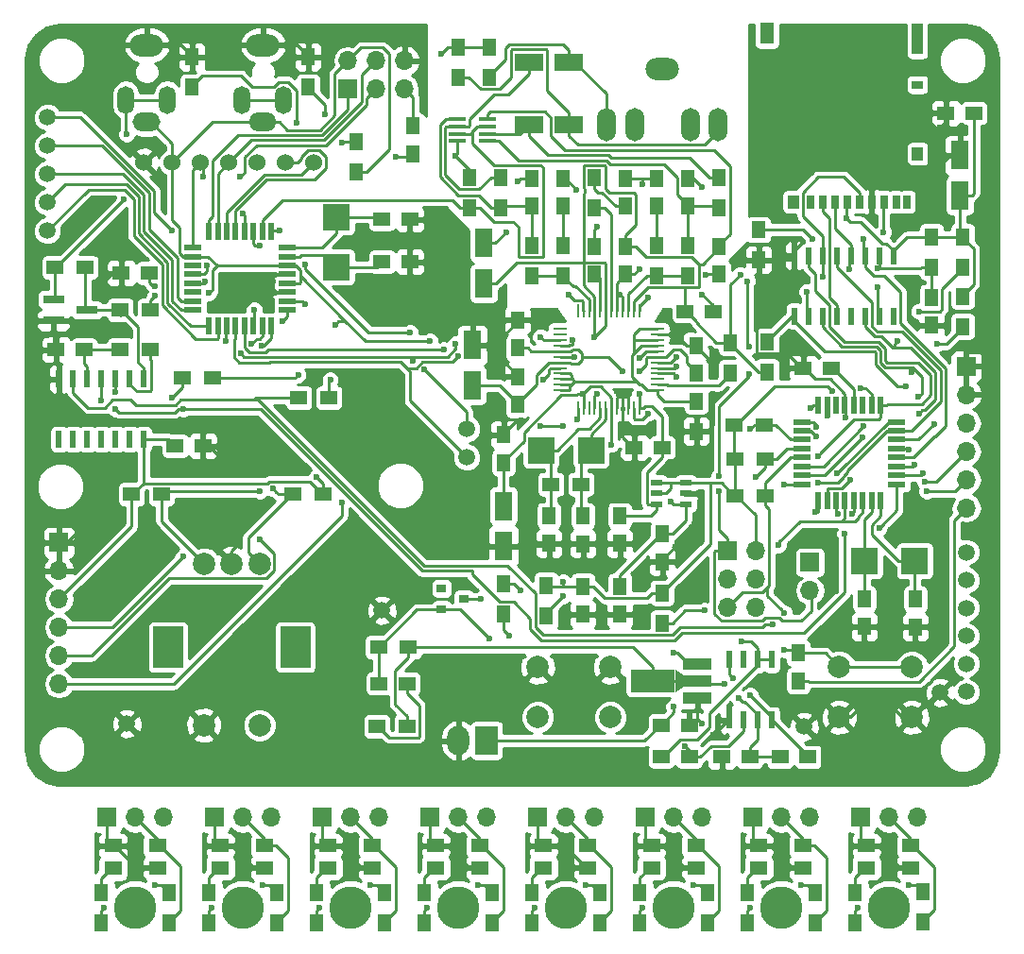
<source format=gtl>
%TF.GenerationSoftware,KiCad,Pcbnew,4.0.7*%
%TF.CreationDate,2018-03-17T13:46:32+01:00*%
%TF.ProjectId,Synkino,53796E6B696E6F2E6B696361645F7063,rev?*%
%TF.FileFunction,Copper,L1,Top,Signal*%
%FSLAX46Y46*%
G04 Gerber Fmt 4.6, Leading zero omitted, Abs format (unit mm)*
G04 Created by KiCad (PCBNEW 4.0.7) date 2018 March 17, Saturday 13:46:32*
%MOMM*%
%LPD*%
G01*
G04 APERTURE LIST*
%ADD10C,0.100000*%
%ADD11C,1.500000*%
%ADD12C,3.800000*%
%ADD13C,2.000000*%
%ADD14R,1.500000X1.250000*%
%ADD15R,1.250000X1.500000*%
%ADD16R,1.600000X2.600000*%
%ADD17R,2.600000X1.600000*%
%ADD18R,0.900000X0.800000*%
%ADD19R,1.300000X1.500000*%
%ADD20R,2.000000X2.600000*%
%ADD21O,2.000000X2.600000*%
%ADD22O,1.700000X3.000000*%
%ADD23O,3.000000X2.000000*%
%ADD24R,0.700000X1.200000*%
%ADD25R,1.000000X1.200000*%
%ADD26R,1.000000X0.800000*%
%ADD27R,1.000000X2.800000*%
%ADD28R,1.300000X1.900000*%
%ADD29R,0.600000X1.550000*%
%ADD30R,1.900000X0.800000*%
%ADD31R,1.500000X1.300000*%
%ADD32R,2.700000X3.700000*%
%ADD33R,1.600000X0.550000*%
%ADD34R,0.550000X1.600000*%
%ADD35R,0.600000X1.500000*%
%ADD36R,1.100000X0.600000*%
%ADD37R,1.300000X0.250000*%
%ADD38R,0.250000X1.300000*%
%ADD39R,1.560000X0.400000*%
%ADD40R,1.500000X1.200000*%
%ADD41R,1.700000X1.700000*%
%ADD42O,1.700000X1.700000*%
%ADD43R,2.400000X2.400000*%
%ADD44C,1.524000*%
%ADD45O,1.500000X2.500000*%
%ADD46O,2.500000X1.700000*%
%ADD47R,2.500000X1.000000*%
%ADD48R,4.000000X2.000000*%
%ADD49C,0.600000*%
%ADD50C,0.250000*%
%ADD51C,0.254000*%
G04 APERTURE END LIST*
D10*
D11*
X154178000Y-98552000D03*
X104140000Y-91186000D03*
X141986000Y-101600000D03*
D12*
X149606000Y-117856000D03*
X139954000Y-117856000D03*
X130302000Y-117856000D03*
X120650000Y-117856000D03*
X110998000Y-117856000D03*
X101346000Y-117856000D03*
X91694000Y-117856000D03*
D13*
X151638000Y-96266000D03*
X151638000Y-100766000D03*
X145138000Y-96266000D03*
X145138000Y-100766000D03*
D14*
X83292000Y-60960000D03*
X80792000Y-60960000D03*
X129190000Y-101461000D03*
X131690000Y-101461000D03*
X134616000Y-104321000D03*
X137116000Y-104321000D03*
D15*
X106934000Y-47772000D03*
X106934000Y-50272000D03*
D14*
X106401000Y-97738000D03*
X103901000Y-97738000D03*
X142326000Y-104321000D03*
X139826000Y-104321000D03*
X106660000Y-59944000D03*
X104160000Y-59944000D03*
X106640000Y-56134000D03*
X104140000Y-56134000D03*
X129196000Y-104311000D03*
X131696000Y-104311000D03*
D15*
X122174000Y-89027000D03*
X122174000Y-91527000D03*
X125476000Y-89015000D03*
X125476000Y-91515000D03*
X125476000Y-82697000D03*
X125476000Y-85197000D03*
D16*
X155956000Y-53997000D03*
X155956000Y-50397000D03*
D15*
X119126000Y-82697000D03*
X119126000Y-85197000D03*
X153416000Y-63139000D03*
X153416000Y-65639000D03*
X129286000Y-84348000D03*
X129286000Y-86848000D03*
X125984000Y-52471000D03*
X125984000Y-54971000D03*
X122174000Y-82717000D03*
X122174000Y-85217000D03*
X128778000Y-52471000D03*
X128778000Y-54971000D03*
D14*
X157206000Y-46609000D03*
X154706000Y-46609000D03*
D15*
X120396000Y-52471000D03*
X120396000Y-54971000D03*
X115062000Y-77958000D03*
X115062000Y-75458000D03*
D16*
X113284000Y-61871000D03*
X113284000Y-58271000D03*
D15*
X117602000Y-54971000D03*
X117602000Y-52471000D03*
X131572000Y-54971000D03*
X131572000Y-52471000D03*
X125984000Y-58567000D03*
X125984000Y-61067000D03*
D14*
X131338000Y-64389000D03*
X133838000Y-64389000D03*
X88118000Y-76454000D03*
X85618000Y-76454000D03*
D15*
X134366000Y-58567000D03*
X134366000Y-61067000D03*
D14*
X77450000Y-67818000D03*
X74950000Y-67818000D03*
D16*
X112268000Y-71015000D03*
X112268000Y-67415000D03*
D15*
X116332000Y-67671000D03*
X116332000Y-65171000D03*
D14*
X129266000Y-76581000D03*
X126766000Y-76581000D03*
D15*
X132334000Y-69957000D03*
X132334000Y-67457000D03*
D17*
X117326000Y-42037000D03*
X120926000Y-42037000D03*
X117326000Y-47625000D03*
X120926000Y-47625000D03*
D15*
X116332000Y-72751000D03*
X116332000Y-70251000D03*
X123190000Y-61067000D03*
X123190000Y-58567000D03*
D14*
X144424000Y-69495000D03*
X141924000Y-69495000D03*
D16*
X115024000Y-81825000D03*
X115024000Y-85425000D03*
D15*
X147380000Y-92655000D03*
X147380000Y-90155000D03*
X151952000Y-92675000D03*
X151952000Y-90175000D03*
X141478000Y-95016000D03*
X141478000Y-97516000D03*
D18*
X109490000Y-89220000D03*
X109490000Y-91120000D03*
X111490000Y-90170000D03*
D19*
X97536000Y-41576000D03*
X97536000Y-44276000D03*
D20*
X113538000Y-102870000D03*
D21*
X110998000Y-102870000D03*
D22*
X131786000Y-47625000D03*
X134286000Y-47625000D03*
X126786000Y-47625000D03*
X124286000Y-47625000D03*
D23*
X129286000Y-42625000D03*
D24*
X142546000Y-54569000D03*
X143646000Y-54569000D03*
X144746000Y-54569000D03*
X145846000Y-54569000D03*
X146946000Y-54569000D03*
X148046000Y-54569000D03*
X149146000Y-54569000D03*
X150246000Y-54569000D03*
X151196000Y-54569000D03*
D25*
X140996000Y-54569000D03*
X152146000Y-50269000D03*
D26*
X152146000Y-44069000D03*
D27*
X152146000Y-39919000D03*
D28*
X138646000Y-39469000D03*
D29*
X135255000Y-100998000D03*
X136525000Y-100998000D03*
X137795000Y-100998000D03*
X139065000Y-100998000D03*
X139065000Y-95598000D03*
X137795000Y-95598000D03*
X136525000Y-95598000D03*
X135255000Y-95598000D03*
D30*
X74700000Y-63312000D03*
X74700000Y-65212000D03*
X77700000Y-64262000D03*
D19*
X156210000Y-60405000D03*
X156210000Y-57705000D03*
D31*
X106526000Y-94488000D03*
X103826000Y-94488000D03*
D19*
X156210000Y-65739000D03*
X156210000Y-63039000D03*
X138684000Y-67103000D03*
X138684000Y-69803000D03*
X137922000Y-57070000D03*
X137922000Y-59770000D03*
D31*
X106401000Y-101588000D03*
X103701000Y-101588000D03*
D19*
X129264000Y-89625000D03*
X129264000Y-92325000D03*
D31*
X84408000Y-80772000D03*
X81708000Y-80772000D03*
D19*
X115062000Y-88820000D03*
X115062000Y-91520000D03*
X118872000Y-88947000D03*
X118872000Y-91647000D03*
D31*
X96186000Y-80772000D03*
X98886000Y-80772000D03*
D19*
X101854000Y-51896000D03*
X101854000Y-49196000D03*
X153416000Y-57705000D03*
X153416000Y-60405000D03*
X123190000Y-52371000D03*
X123190000Y-55071000D03*
D31*
X122000000Y-79883000D03*
X119300000Y-79883000D03*
D19*
X128778000Y-58467000D03*
X128778000Y-61167000D03*
X120396000Y-58467000D03*
X120396000Y-61167000D03*
D31*
X74850000Y-60452000D03*
X77550000Y-60452000D03*
D19*
X132334000Y-72437000D03*
X132334000Y-75137000D03*
X117602000Y-61167000D03*
X117602000Y-58467000D03*
X131572000Y-61167000D03*
X131572000Y-58467000D03*
D31*
X83392000Y-64262000D03*
X80692000Y-64262000D03*
D19*
X114808000Y-52371000D03*
X114808000Y-55071000D03*
X112014000Y-52371000D03*
X112014000Y-55071000D03*
D31*
X83392000Y-67818000D03*
X80692000Y-67818000D03*
D19*
X134366000Y-52371000D03*
X134366000Y-55071000D03*
X135382000Y-67183000D03*
X135382000Y-69883000D03*
X113792000Y-43387000D03*
X113792000Y-40687000D03*
X110998000Y-43387000D03*
X110998000Y-40687000D03*
D31*
X96694000Y-72136000D03*
X99394000Y-72136000D03*
D19*
X78994000Y-119206000D03*
X78994000Y-116506000D03*
X88646000Y-119206000D03*
X88646000Y-116506000D03*
X98298000Y-119206000D03*
X98298000Y-116506000D03*
X104394000Y-116506000D03*
X104394000Y-119206000D03*
D31*
X135730000Y-74549000D03*
X138430000Y-74549000D03*
X135810000Y-77597000D03*
X138510000Y-77597000D03*
X135810000Y-80899000D03*
X138510000Y-80899000D03*
D13*
X118110000Y-100766000D03*
X118110000Y-96266000D03*
X124610000Y-100766000D03*
X124610000Y-96266000D03*
X93178000Y-101488000D03*
X93178000Y-86988000D03*
X90678000Y-86988000D03*
X88178000Y-86988000D03*
D32*
X96378000Y-94488000D03*
X84978000Y-94488000D03*
D13*
X88178000Y-101488000D03*
D33*
X95690000Y-64268000D03*
X95690000Y-63468000D03*
X95690000Y-62668000D03*
X95690000Y-61868000D03*
X95690000Y-61068000D03*
X95690000Y-60268000D03*
X95690000Y-59468000D03*
X95690000Y-58668000D03*
D34*
X94240000Y-57218000D03*
X93440000Y-57218000D03*
X92640000Y-57218000D03*
X91840000Y-57218000D03*
X91040000Y-57218000D03*
X90240000Y-57218000D03*
X89440000Y-57218000D03*
X88640000Y-57218000D03*
D33*
X87190000Y-58668000D03*
X87190000Y-59468000D03*
X87190000Y-60268000D03*
X87190000Y-61068000D03*
X87190000Y-61868000D03*
X87190000Y-62668000D03*
X87190000Y-63468000D03*
X87190000Y-64268000D03*
D34*
X88640000Y-65718000D03*
X89440000Y-65718000D03*
X90240000Y-65718000D03*
X91040000Y-65718000D03*
X91840000Y-65718000D03*
X92640000Y-65718000D03*
X93440000Y-65718000D03*
X94240000Y-65718000D03*
D35*
X149987000Y-59403000D03*
X148717000Y-59403000D03*
X147447000Y-59403000D03*
X146177000Y-59403000D03*
X144907000Y-59403000D03*
X143637000Y-59403000D03*
X142367000Y-59403000D03*
X141097000Y-59403000D03*
X141097000Y-64803000D03*
X142367000Y-64803000D03*
X143637000Y-64803000D03*
X144907000Y-64803000D03*
X146177000Y-64803000D03*
X147447000Y-64803000D03*
X148717000Y-64803000D03*
X149987000Y-64803000D03*
D36*
X131378000Y-81661000D03*
X131378000Y-80711000D03*
X131378000Y-79761000D03*
X128778000Y-80711000D03*
X128778000Y-81661000D03*
X128778000Y-79761000D03*
D35*
X82804000Y-70452000D03*
X81534000Y-70452000D03*
X80264000Y-70452000D03*
X78994000Y-70452000D03*
X77724000Y-70452000D03*
X76454000Y-70452000D03*
X75184000Y-70452000D03*
X75184000Y-75852000D03*
X76454000Y-75852000D03*
X77724000Y-75852000D03*
X78994000Y-75852000D03*
X80264000Y-75852000D03*
X81534000Y-75852000D03*
X82804000Y-75852000D03*
D37*
X120110000Y-65957000D03*
X120110000Y-66457000D03*
X120110000Y-66957000D03*
X120110000Y-67457000D03*
X120110000Y-67957000D03*
X120110000Y-68457000D03*
X120110000Y-68957000D03*
X120110000Y-69457000D03*
X120110000Y-69957000D03*
X120110000Y-70457000D03*
X120110000Y-70957000D03*
X120110000Y-71457000D03*
D38*
X121710000Y-73057000D03*
X122210000Y-73057000D03*
X122710000Y-73057000D03*
X123210000Y-73057000D03*
X123710000Y-73057000D03*
X124210000Y-73057000D03*
X124710000Y-73057000D03*
X125210000Y-73057000D03*
X125710000Y-73057000D03*
X126210000Y-73057000D03*
X126710000Y-73057000D03*
X127210000Y-73057000D03*
D37*
X128810000Y-71457000D03*
X128810000Y-70957000D03*
X128810000Y-70457000D03*
X128810000Y-69957000D03*
X128810000Y-69457000D03*
X128810000Y-68957000D03*
X128810000Y-68457000D03*
X128810000Y-67957000D03*
X128810000Y-67457000D03*
X128810000Y-66957000D03*
X128810000Y-66457000D03*
X128810000Y-65957000D03*
D38*
X127210000Y-64357000D03*
X126710000Y-64357000D03*
X126210000Y-64357000D03*
X125710000Y-64357000D03*
X125210000Y-64357000D03*
X124710000Y-64357000D03*
X124210000Y-64357000D03*
X123710000Y-64357000D03*
X123210000Y-64357000D03*
X122710000Y-64357000D03*
X122210000Y-64357000D03*
X121710000Y-64357000D03*
D39*
X110918000Y-47153000D03*
X110918000Y-47803000D03*
X110918000Y-48463000D03*
X110918000Y-49113000D03*
X113618000Y-49113000D03*
X113618000Y-48463000D03*
X113618000Y-47803000D03*
X113618000Y-47153000D03*
D40*
X80042000Y-112284000D03*
X84042000Y-112284000D03*
X84042000Y-114284000D03*
X80042000Y-114284000D03*
D34*
X143250000Y-81339000D03*
X144050000Y-81339000D03*
X144850000Y-81339000D03*
X145650000Y-81339000D03*
X146450000Y-81339000D03*
X147250000Y-81339000D03*
X148050000Y-81339000D03*
X148850000Y-81339000D03*
D33*
X150300000Y-79889000D03*
X150300000Y-79089000D03*
X150300000Y-78289000D03*
X150300000Y-77489000D03*
X150300000Y-76689000D03*
X150300000Y-75889000D03*
X150300000Y-75089000D03*
X150300000Y-74289000D03*
D34*
X148850000Y-72839000D03*
X148050000Y-72839000D03*
X147250000Y-72839000D03*
X146450000Y-72839000D03*
X145650000Y-72839000D03*
X144850000Y-72839000D03*
X144050000Y-72839000D03*
X143250000Y-72839000D03*
D33*
X141800000Y-74289000D03*
X141800000Y-75089000D03*
X141800000Y-75889000D03*
X141800000Y-76689000D03*
X141800000Y-77489000D03*
X141800000Y-78289000D03*
X141800000Y-79089000D03*
X141800000Y-79889000D03*
D40*
X99314000Y-112268000D03*
X103314000Y-112268000D03*
X103314000Y-114268000D03*
X99314000Y-114268000D03*
D41*
X75184000Y-85090000D03*
D42*
X75184000Y-87630000D03*
X75184000Y-90170000D03*
X75184000Y-92710000D03*
X75184000Y-95250000D03*
X75184000Y-97790000D03*
D41*
X101092000Y-44450000D03*
D42*
X101092000Y-41910000D03*
X103632000Y-44450000D03*
X103632000Y-41910000D03*
X106172000Y-44450000D03*
X106172000Y-41910000D03*
D41*
X156524000Y-69325000D03*
D42*
X156524000Y-71865000D03*
X156524000Y-74405000D03*
X156524000Y-76945000D03*
X156524000Y-79485000D03*
X156524000Y-82025000D03*
D43*
X100076000Y-60416000D03*
X100076000Y-55916000D03*
X122900000Y-76835000D03*
X118400000Y-76835000D03*
X147392000Y-86741000D03*
X151892000Y-86741000D03*
D11*
X156524000Y-85983000D03*
X156524000Y-88483000D03*
X156524000Y-90983000D03*
X156524000Y-93483000D03*
X156524000Y-95983000D03*
X156524000Y-98483000D03*
X74168000Y-49530000D03*
X74168000Y-52070000D03*
X74168000Y-54610000D03*
X74168000Y-57150000D03*
X74168000Y-46990000D03*
D41*
X142494000Y-86868000D03*
D42*
X142494000Y-89408000D03*
D41*
X135128000Y-85852000D03*
D42*
X137668000Y-85852000D03*
X135128000Y-88392000D03*
X137668000Y-88392000D03*
X135128000Y-90932000D03*
X137668000Y-90932000D03*
D44*
X82804000Y-51054000D03*
X85344000Y-51054000D03*
X87884000Y-51054000D03*
X90424000Y-51054000D03*
X92964000Y-51054000D03*
X95504000Y-51054000D03*
X98044000Y-51054000D03*
D41*
X79502000Y-109728000D03*
D42*
X82042000Y-109728000D03*
X84582000Y-109728000D03*
D41*
X89154000Y-109728000D03*
D42*
X91694000Y-109728000D03*
X94234000Y-109728000D03*
D41*
X98806000Y-109728000D03*
D42*
X101346000Y-109728000D03*
X103886000Y-109728000D03*
D41*
X108458000Y-109728000D03*
D42*
X110998000Y-109728000D03*
X113538000Y-109728000D03*
D41*
X118110000Y-109728000D03*
D42*
X120650000Y-109728000D03*
X123190000Y-109728000D03*
D41*
X127762000Y-109728000D03*
D42*
X130302000Y-109728000D03*
X132842000Y-109728000D03*
D41*
X137414000Y-109728000D03*
D42*
X139954000Y-109728000D03*
X142494000Y-109728000D03*
D41*
X147066000Y-109728000D03*
D42*
X149606000Y-109728000D03*
X152146000Y-109728000D03*
D19*
X85090000Y-116506000D03*
X85090000Y-119206000D03*
X94742000Y-116506000D03*
X94742000Y-119206000D03*
X107950000Y-119206000D03*
X107950000Y-116506000D03*
X114046000Y-116506000D03*
X114046000Y-119206000D03*
X117602000Y-119206000D03*
X117602000Y-116506000D03*
X127254000Y-119206000D03*
X127254000Y-116506000D03*
X123698000Y-116506000D03*
X123698000Y-119206000D03*
X133350000Y-116506000D03*
X133350000Y-119206000D03*
X136906000Y-119206000D03*
X136906000Y-116506000D03*
X143002000Y-116506000D03*
X143002000Y-119206000D03*
X146558000Y-119206000D03*
X146558000Y-116506000D03*
X152654000Y-116426000D03*
X152654000Y-119126000D03*
D40*
X89662000Y-112268000D03*
X93662000Y-112268000D03*
X93662000Y-114268000D03*
X89662000Y-114268000D03*
X108966000Y-112268000D03*
X112966000Y-112268000D03*
X112966000Y-114268000D03*
X108966000Y-114268000D03*
X118618000Y-112268000D03*
X122618000Y-112268000D03*
X122618000Y-114268000D03*
X118618000Y-114268000D03*
X128302000Y-112268000D03*
X132302000Y-112268000D03*
X132302000Y-114268000D03*
X128302000Y-114268000D03*
X137922000Y-112268000D03*
X141922000Y-112268000D03*
X141922000Y-114268000D03*
X137922000Y-114268000D03*
X147574000Y-112268000D03*
X151574000Y-112268000D03*
X151574000Y-114268000D03*
X147574000Y-114268000D03*
D19*
X87122000Y-41576000D03*
X87122000Y-44276000D03*
D45*
X95322000Y-45426000D03*
X91622000Y-45426000D03*
D46*
X93472000Y-47426000D03*
D23*
X93472000Y-40526000D03*
D31*
X86280000Y-70358000D03*
X88980000Y-70358000D03*
D45*
X84908000Y-45426000D03*
X81208000Y-45426000D03*
D46*
X83058000Y-47426000D03*
D23*
X83058000Y-40526000D03*
D12*
X82042000Y-117856000D03*
D11*
X81280000Y-101346000D03*
X111760000Y-77470000D03*
X111760000Y-74930000D03*
D47*
X132420000Y-99036000D03*
X132420000Y-97536000D03*
X132420000Y-96036000D03*
D48*
X128460000Y-97536000D03*
D10*
G36*
X130435000Y-96536000D02*
X131185000Y-97036000D01*
X131185000Y-98036000D01*
X130435000Y-98536000D01*
X130435000Y-96536000D01*
X130435000Y-96536000D01*
G37*
D49*
X88490004Y-60275003D03*
X83810380Y-62171306D03*
X133858000Y-102362000D03*
X132842000Y-101346000D03*
X82042000Y-93980000D03*
X81788000Y-85852000D03*
X132334000Y-76708000D03*
X127000000Y-78232000D03*
X74168000Y-66548000D03*
X76962000Y-84074000D03*
X88320998Y-61717770D03*
X86614000Y-102362000D03*
X91440000Y-85090000D03*
X89662000Y-77470000D03*
X79248000Y-61722000D03*
X116690399Y-74147678D03*
X94389998Y-61722000D03*
X141853990Y-58146011D03*
X150114000Y-100076000D03*
X146812000Y-100076000D03*
X154178000Y-47879000D03*
X123698000Y-91567000D03*
X144804000Y-89495000D03*
X144854000Y-87495000D03*
X145676894Y-73881797D03*
X144997039Y-82574992D03*
X146247051Y-82548051D03*
X158024000Y-68075000D03*
X130429000Y-85471000D03*
X154305000Y-51181000D03*
X149666000Y-92568000D03*
X154813000Y-65151000D03*
X133858000Y-71755000D03*
X133858000Y-69977000D03*
X125222000Y-71501000D03*
X123444000Y-71755000D03*
X121260002Y-66929000D03*
X113792000Y-67691000D03*
X123952000Y-84963000D03*
X132588000Y-80645000D03*
X148082000Y-53213000D03*
X130302000Y-99822000D03*
X130302000Y-94996000D03*
X134874000Y-97790000D03*
X136144000Y-99060000D03*
X105410000Y-50546000D03*
X100584000Y-81534000D03*
X113792000Y-93726000D03*
X137160000Y-98806000D03*
X135636000Y-97282000D03*
X144502051Y-71524949D03*
X88646000Y-62738000D03*
X83820000Y-62992000D03*
X99958990Y-65598051D03*
X98298000Y-79248000D03*
X120396000Y-88646000D03*
X108458000Y-67056000D03*
X139700000Y-85344000D03*
X136398000Y-93980000D03*
X147066000Y-71247000D03*
X131318000Y-103378000D03*
X115570000Y-93472000D03*
X145774000Y-56075000D03*
X136274000Y-61075000D03*
X124714000Y-76327000D03*
X130048000Y-81407000D03*
X121411555Y-68466022D03*
X127209989Y-68607004D03*
X123190000Y-66675000D03*
X122174000Y-71755000D03*
X125730000Y-69723000D03*
X127254000Y-71755000D03*
X127254000Y-69723000D03*
X148600546Y-60539968D03*
X118364000Y-66675000D03*
X109728000Y-67818000D03*
X133096000Y-91186000D03*
X140224610Y-91425709D03*
X140208000Y-94742000D03*
X116586000Y-89408000D03*
X113030000Y-90170000D03*
X93218000Y-58518002D03*
X97282000Y-60198000D03*
X106680000Y-66294000D03*
X120396000Y-89916000D03*
X99508979Y-70532737D03*
X99060000Y-46736000D03*
X80264000Y-71628000D03*
X81280000Y-48514000D03*
X130539539Y-69363563D03*
X146050000Y-60579000D03*
X143656989Y-61245817D03*
X130556000Y-70231000D03*
X137083989Y-67564000D03*
X136906000Y-61678736D03*
X137033000Y-69977000D03*
X134366000Y-79121000D03*
X134366000Y-80518000D03*
X149098000Y-57325000D03*
X130556000Y-68453000D03*
X144950125Y-78900565D03*
X150368000Y-67056000D03*
X152273000Y-64389000D03*
X152263010Y-73533000D03*
X151892000Y-78105000D03*
X151377166Y-76794474D03*
X151599202Y-69859990D03*
X153924000Y-67310000D03*
X152208714Y-72061511D03*
X152655682Y-78865318D03*
X151118113Y-71110010D03*
X147320000Y-57912000D03*
X142748000Y-57912000D03*
X93379396Y-67433645D03*
X93218000Y-80518000D03*
X94370990Y-80264000D03*
X95250000Y-65278000D03*
X100584000Y-49276000D03*
X139192000Y-92456000D03*
X143024011Y-82389521D03*
X107965451Y-69611451D03*
X106934000Y-68834000D03*
X91502643Y-68165544D03*
X110744000Y-67310000D03*
X90170000Y-67056000D03*
X118364000Y-74676000D03*
X120396000Y-74676000D03*
X137160000Y-74930000D03*
X110967999Y-68425278D03*
X137668000Y-79248000D03*
X97282000Y-63754000D03*
X91694000Y-55626000D03*
X88138000Y-52324000D03*
X91440000Y-52324000D03*
X92710000Y-64262000D03*
X86360000Y-86360000D03*
X92456000Y-67310000D03*
X93218000Y-84836000D03*
X143274000Y-79735000D03*
X143219746Y-77343473D03*
X142240000Y-62611000D03*
X128016000Y-73533000D03*
X121666000Y-74050990D03*
X148590000Y-62239990D03*
X86360000Y-73152000D03*
X85344000Y-72136000D03*
X80264000Y-73152000D03*
X78994000Y-72390000D03*
X148707001Y-83812125D03*
X145622049Y-84285000D03*
X140208000Y-79883000D03*
X118618000Y-70485000D03*
X152814778Y-79660825D03*
X147304000Y-74695000D03*
X152981940Y-80510631D03*
X147194000Y-75695000D03*
X128016000Y-63119000D03*
X120904000Y-62865000D03*
X125476000Y-62865000D03*
X132842000Y-53213000D03*
X127508000Y-52959000D03*
X115316000Y-57277000D03*
X133172011Y-61087000D03*
X132842000Y-62865000D03*
X127254000Y-60579000D03*
X123444000Y-56769000D03*
X116332000Y-52705000D03*
X121597518Y-53477727D03*
X109474000Y-41275000D03*
X110744000Y-50419000D03*
X144083758Y-73732195D03*
X142544000Y-73095000D03*
X143091113Y-74720147D03*
X143100001Y-75612933D03*
X146104137Y-79500967D03*
X153634000Y-74495000D03*
X94996000Y-57150000D03*
X85344000Y-57150000D03*
X83820000Y-115824000D03*
X79248000Y-117856000D03*
X93472000Y-115824000D03*
X88900000Y-117856000D03*
X103124000Y-115824000D03*
X98552000Y-117856000D03*
X112776000Y-115824000D03*
X108204000Y-117856000D03*
X122428000Y-115824000D03*
X117856000Y-117856000D03*
X132080000Y-115824000D03*
X127508000Y-117856000D03*
X141732000Y-115824000D03*
X137160000Y-117856000D03*
X151384000Y-115824000D03*
X146812000Y-117856000D03*
X96637010Y-70080745D03*
X96520000Y-47498000D03*
X81046847Y-54335153D03*
D50*
X87190000Y-61068000D02*
X88240000Y-61068000D01*
X88240000Y-61068000D02*
X88490004Y-60817996D01*
X88490004Y-60817996D02*
X88490004Y-60699267D01*
X88490004Y-60699267D02*
X88490004Y-60275003D01*
X83628306Y-62171306D02*
X83810380Y-62171306D01*
X83292000Y-61835000D02*
X83628306Y-62171306D01*
X83292000Y-60960000D02*
X83292000Y-61835000D01*
X135255000Y-100998000D02*
X135222000Y-100998000D01*
X135222000Y-100998000D02*
X133858000Y-102362000D01*
X132420000Y-99036000D02*
X132420000Y-100924000D01*
X132420000Y-100924000D02*
X132842000Y-101346000D01*
X74700000Y-65212000D02*
X74700000Y-66548000D01*
X74700000Y-66548000D02*
X74700000Y-67568000D01*
X74168000Y-66548000D02*
X74700000Y-66548000D01*
X74700000Y-67568000D02*
X74950000Y-67818000D01*
X121260002Y-66929000D02*
X121260002Y-67353264D01*
X121260002Y-67353264D02*
X121222264Y-67391002D01*
X121222264Y-67391002D02*
X120949998Y-67391002D01*
X120949998Y-67391002D02*
X120884000Y-67457000D01*
X120884000Y-67457000D02*
X120110000Y-67457000D01*
X132334000Y-76708000D02*
X132334000Y-75137000D01*
X141924000Y-69495000D02*
X141799000Y-69495000D01*
X140482001Y-68178001D02*
X137774001Y-68178001D01*
X137708999Y-60983001D02*
X137922000Y-60770000D01*
X141799000Y-69495000D02*
X140482001Y-68178001D01*
X137774001Y-68178001D02*
X137708999Y-68112999D01*
X137708999Y-68112999D02*
X137708999Y-60983001D01*
X137922000Y-60770000D02*
X137922000Y-59770000D01*
X145650000Y-71789000D02*
X144306001Y-70445001D01*
X145650000Y-72839000D02*
X145650000Y-71789000D01*
X144306001Y-70445001D02*
X142999001Y-70445001D01*
X142999001Y-70445001D02*
X142049000Y-69495000D01*
X142049000Y-69495000D02*
X141924000Y-69495000D01*
X129710000Y-66457000D02*
X128810000Y-66457000D01*
X125710000Y-73057000D02*
X125710000Y-75650000D01*
X125710000Y-75650000D02*
X126641000Y-76581000D01*
X126641000Y-76581000D02*
X126766000Y-76581000D01*
X125358000Y-72009000D02*
X125730000Y-72009000D01*
X125710000Y-72029000D02*
X125730000Y-72009000D01*
X125730000Y-72009000D02*
X126062000Y-72009000D01*
X125710000Y-73057000D02*
X125710000Y-72029000D01*
X125358000Y-72009000D02*
X125305736Y-72009000D01*
X125305736Y-72009000D02*
X125222000Y-71925264D01*
X125222000Y-71925264D02*
X125222000Y-71501000D01*
X126766000Y-76581000D02*
X126766000Y-77998000D01*
X126766000Y-77998000D02*
X127000000Y-78232000D01*
X75184000Y-85090000D02*
X75946000Y-85090000D01*
X75946000Y-85090000D02*
X76962000Y-84074000D01*
X88320998Y-61787002D02*
X88320998Y-61717770D01*
X88240000Y-61868000D02*
X88320998Y-61787002D01*
X87190000Y-61868000D02*
X88240000Y-61868000D01*
X83058000Y-40526000D02*
X86172000Y-40526000D01*
X86172000Y-40526000D02*
X87122000Y-41476000D01*
X87122000Y-41476000D02*
X87122000Y-41576000D01*
X93472000Y-40526000D02*
X96586000Y-40526000D01*
X97536000Y-41476000D02*
X97536000Y-41576000D01*
X96586000Y-40526000D02*
X97536000Y-41476000D01*
X75184000Y-85090000D02*
X75184000Y-86190000D01*
X75184000Y-86190000D02*
X75184000Y-87630000D01*
X90678000Y-86988000D02*
X90678000Y-85852000D01*
X90678000Y-85852000D02*
X91440000Y-85090000D01*
X88118000Y-76454000D02*
X88646000Y-76454000D01*
X88646000Y-76454000D02*
X89662000Y-77470000D01*
X80792000Y-60960000D02*
X80010000Y-60960000D01*
X80010000Y-60960000D02*
X79248000Y-61722000D01*
X115062000Y-75458000D02*
X115062000Y-75333000D01*
X116247322Y-74147678D02*
X116266135Y-74147678D01*
X115062000Y-75333000D02*
X116247322Y-74147678D01*
X116266135Y-74147678D02*
X116690399Y-74147678D01*
X95690000Y-62668000D02*
X94640000Y-62668000D01*
X94640000Y-62668000D02*
X94389998Y-62417998D01*
X94389998Y-62417998D02*
X94389998Y-62146264D01*
X94389998Y-62146264D02*
X94389998Y-61722000D01*
X95690000Y-61068000D02*
X94640000Y-61068000D01*
X94640000Y-61068000D02*
X94389998Y-61318002D01*
X94389998Y-61318002D02*
X94389998Y-61722000D01*
X141097000Y-59403000D02*
X141097000Y-58953000D01*
X141097000Y-58953000D02*
X141853990Y-58196010D01*
X141853990Y-58196010D02*
X141853990Y-58146011D01*
X137922000Y-59770000D02*
X140730000Y-59770000D01*
X140730000Y-59770000D02*
X141097000Y-59403000D01*
X151638000Y-100766000D02*
X150804000Y-100766000D01*
X150804000Y-100766000D02*
X150114000Y-100076000D01*
X145138000Y-100766000D02*
X146122000Y-100766000D01*
X146122000Y-100766000D02*
X146812000Y-100076000D01*
X154706000Y-46609000D02*
X154706000Y-47351000D01*
X154706000Y-47351000D02*
X154178000Y-47879000D01*
X125476000Y-91515000D02*
X123750000Y-91515000D01*
X123750000Y-91515000D02*
X123698000Y-91567000D01*
X122174000Y-91527000D02*
X123658000Y-91527000D01*
X123658000Y-91527000D02*
X123698000Y-91567000D01*
X144854000Y-87495000D02*
X144854000Y-89445000D01*
X144854000Y-89445000D02*
X144804000Y-89495000D01*
X145676894Y-73457533D02*
X145676894Y-73881797D01*
X145676894Y-72865894D02*
X145676894Y-73457533D01*
X145650000Y-72839000D02*
X145676894Y-72865894D01*
X144850000Y-82427953D02*
X144997039Y-82574992D01*
X146290949Y-82548051D02*
X146247051Y-82548051D01*
X146450000Y-81339000D02*
X146450000Y-82389000D01*
X146450000Y-82389000D02*
X146290949Y-82548051D01*
X144850000Y-81339000D02*
X144850000Y-82427953D01*
X156524000Y-69325000D02*
X156524000Y-68225000D01*
X156524000Y-68225000D02*
X156674000Y-68075000D01*
X156674000Y-68075000D02*
X158024000Y-68075000D01*
X156524000Y-71865000D02*
X156524000Y-69325000D01*
X115024000Y-85425000D02*
X118898000Y-85425000D01*
X118898000Y-85425000D02*
X119126000Y-85197000D01*
X129286000Y-86848000D02*
X129286000Y-86614000D01*
X129286000Y-86614000D02*
X130429000Y-85471000D01*
X155956000Y-50397000D02*
X155089000Y-50397000D01*
X155089000Y-50397000D02*
X154305000Y-51181000D01*
X151952000Y-92675000D02*
X149773000Y-92675000D01*
X149773000Y-92675000D02*
X149666000Y-92568000D01*
X147380000Y-92655000D02*
X149579000Y-92655000D01*
X149579000Y-92655000D02*
X149666000Y-92568000D01*
X153416000Y-65639000D02*
X154325000Y-65639000D01*
X154325000Y-65639000D02*
X154813000Y-65151000D01*
X133858000Y-71755000D02*
X133858000Y-74513000D01*
X133858000Y-74513000D02*
X133234000Y-75137000D01*
X133234000Y-75137000D02*
X132334000Y-75137000D01*
X132334000Y-67457000D02*
X132334000Y-67582000D01*
X132334000Y-67582000D02*
X133858000Y-69106000D01*
X133858000Y-69106000D02*
X133858000Y-69977000D01*
X123210000Y-71989000D02*
X123444000Y-71755000D01*
X123210000Y-73057000D02*
X123210000Y-71989000D01*
X125210000Y-73057000D02*
X125210000Y-72157000D01*
X125210000Y-72157000D02*
X125358000Y-72009000D01*
X126210000Y-73057000D02*
X126210000Y-72157000D01*
X126210000Y-72157000D02*
X126062000Y-72009000D01*
X132334000Y-67457000D02*
X131459000Y-67457000D01*
X131459000Y-67457000D02*
X130459000Y-66457000D01*
X130459000Y-66457000D02*
X129710000Y-66457000D01*
X116332000Y-65171000D02*
X116332000Y-65296000D01*
X116332000Y-65296000D02*
X113937000Y-67691000D01*
X113937000Y-67691000D02*
X113792000Y-67691000D01*
X116332000Y-70251000D02*
X116332000Y-70126000D01*
X116332000Y-70126000D02*
X113897000Y-67691000D01*
X113897000Y-67691000D02*
X113792000Y-67691000D01*
X112268000Y-67415000D02*
X113516000Y-67415000D01*
X113516000Y-67415000D02*
X113792000Y-67691000D01*
X119126000Y-85197000D02*
X122154000Y-85197000D01*
X122154000Y-85197000D02*
X122174000Y-85217000D01*
X122174000Y-85217000D02*
X123698000Y-85217000D01*
X123698000Y-85217000D02*
X123952000Y-84963000D01*
X125476000Y-85197000D02*
X124186000Y-85197000D01*
X124186000Y-85197000D02*
X123952000Y-84963000D01*
X131378000Y-80711000D02*
X132522000Y-80711000D01*
X132522000Y-80711000D02*
X132588000Y-80645000D01*
X148046000Y-54569000D02*
X148046000Y-53249000D01*
X148046000Y-53249000D02*
X148082000Y-53213000D01*
X153416000Y-65639000D02*
X153416000Y-65764000D01*
X141097000Y-59403000D02*
X141097000Y-59853000D01*
X130302000Y-99822000D02*
X130302000Y-100349000D01*
X130302000Y-100349000D02*
X129190000Y-101461000D01*
X132420000Y-96036000D02*
X131670000Y-96036000D01*
X131670000Y-96036000D02*
X130630000Y-94996000D01*
X130630000Y-94996000D02*
X130302000Y-94996000D01*
X127656000Y-102870000D02*
X129065000Y-101461000D01*
X129065000Y-101461000D02*
X129190000Y-101461000D01*
X127656000Y-102870000D02*
X113538000Y-102870000D01*
X136144000Y-99060000D02*
X136443999Y-99359999D01*
X136443999Y-99359999D02*
X136631999Y-99359999D01*
X136631999Y-99359999D02*
X137795000Y-100523000D01*
X137795000Y-100523000D02*
X137795000Y-100998000D01*
X137116000Y-104321000D02*
X137116000Y-103446000D01*
X137116000Y-103446000D02*
X137795000Y-102767000D01*
X137795000Y-102767000D02*
X137795000Y-102023000D01*
X137795000Y-102023000D02*
X137795000Y-100998000D01*
X132420000Y-97536000D02*
X130810000Y-97536000D01*
X134874000Y-97790000D02*
X132674000Y-97790000D01*
X132674000Y-97790000D02*
X132420000Y-97536000D01*
X137287000Y-104150000D02*
X137116000Y-104321000D01*
X132420000Y-97536000D02*
X128460000Y-97536000D01*
X128460000Y-97536000D02*
X128460000Y-96286000D01*
X126662000Y-94488000D02*
X107526000Y-94488000D01*
X128460000Y-96286000D02*
X126662000Y-94488000D01*
X107526000Y-94488000D02*
X106526000Y-94488000D01*
X106526000Y-94488000D02*
X106526000Y-95388000D01*
X106526000Y-95388000D02*
X105325999Y-96588001D01*
X105325999Y-96588001D02*
X105325999Y-99612999D01*
X105325999Y-99612999D02*
X106401000Y-100688000D01*
X106401000Y-100688000D02*
X106401000Y-101588000D01*
X137116000Y-104321000D02*
X138116000Y-104321000D01*
X138116000Y-104321000D02*
X139826000Y-104321000D01*
X106934000Y-47772000D02*
X106934000Y-45212000D01*
X106934000Y-45212000D02*
X106172000Y-44450000D01*
X105410000Y-50546000D02*
X106660000Y-50546000D01*
X106660000Y-50546000D02*
X106934000Y-50272000D01*
X106934000Y-50272000D02*
X106446000Y-50272000D01*
X75184000Y-97790000D02*
X85461002Y-97790000D01*
X100584000Y-82667002D02*
X100584000Y-81534000D01*
X85461002Y-97790000D02*
X100584000Y-82667002D01*
X103701000Y-101588000D02*
X103801000Y-101588000D01*
X103801000Y-101588000D02*
X104776001Y-102563001D01*
X104776001Y-102563001D02*
X107411001Y-102563001D01*
X107411001Y-102563001D02*
X107476001Y-102498001D01*
X107476001Y-102498001D02*
X107476001Y-99688001D01*
X107476001Y-99688001D02*
X106401000Y-98613000D01*
X106401000Y-98613000D02*
X106401000Y-97738000D01*
X109490000Y-91120000D02*
X111186000Y-91120000D01*
X111186000Y-91120000D02*
X113792000Y-93726000D01*
X103826000Y-94488000D02*
X103826000Y-97663000D01*
X103826000Y-97663000D02*
X103901000Y-97738000D01*
X103826000Y-94488000D02*
X103926000Y-94488000D01*
X103926000Y-94488000D02*
X107294000Y-91120000D01*
X107294000Y-91120000D02*
X108790000Y-91120000D01*
X108790000Y-91120000D02*
X109490000Y-91120000D01*
X103901000Y-94563000D02*
X103826000Y-94488000D01*
X137160000Y-98806000D02*
X139065000Y-100711000D01*
X139065000Y-100711000D02*
X139065000Y-100998000D01*
X135255000Y-95598000D02*
X135255000Y-96901000D01*
X135255000Y-96901000D02*
X135636000Y-97282000D01*
X142326000Y-104217000D02*
X142326000Y-104321000D01*
X139107000Y-100998000D02*
X142326000Y-104217000D01*
X96740000Y-59468000D02*
X96889002Y-59318998D01*
X95690000Y-59468000D02*
X96740000Y-59468000D01*
X96889002Y-59318998D02*
X98978998Y-59318998D01*
X98978998Y-59318998D02*
X100076000Y-60416000D01*
X100076000Y-60416000D02*
X103688000Y-60416000D01*
X103688000Y-60416000D02*
X104160000Y-59944000D01*
X100076000Y-55916000D02*
X103922000Y-55916000D01*
X103922000Y-55916000D02*
X104140000Y-56134000D01*
X95690000Y-58668000D02*
X98774000Y-58668000D01*
X98774000Y-58668000D02*
X100076000Y-57366000D01*
X100076000Y-57366000D02*
X100076000Y-55916000D01*
X129196000Y-104311000D02*
X129321000Y-104311000D01*
X129321000Y-104311000D02*
X130879001Y-102752999D01*
X130879001Y-102752999D02*
X132358003Y-102752999D01*
X133467002Y-100400998D02*
X137795000Y-96073000D01*
X132358003Y-102752999D02*
X133467002Y-101644000D01*
X133467002Y-101644000D02*
X133467002Y-100400998D01*
X137795000Y-96073000D02*
X137795000Y-95598000D01*
X137795000Y-95598000D02*
X137795000Y-94573000D01*
X137795000Y-94573000D02*
X137202000Y-93980000D01*
X137202000Y-93980000D02*
X136822264Y-93980000D01*
X136822264Y-93980000D02*
X136398000Y-93980000D01*
X139065000Y-95598000D02*
X137795000Y-95598000D01*
X82783001Y-79796999D02*
X81808000Y-80772000D01*
X81808000Y-80772000D02*
X81708000Y-80772000D01*
X82804000Y-75852000D02*
X82804000Y-76852000D01*
X82804000Y-76852000D02*
X82783001Y-76872999D01*
X82783001Y-76872999D02*
X82783001Y-79796999D01*
X135730000Y-74549000D02*
X135830000Y-74549000D01*
X135830000Y-74549000D02*
X139307550Y-71071450D01*
X139307550Y-71071450D02*
X144048552Y-71071450D01*
X144048552Y-71071450D02*
X144202052Y-71224950D01*
X144202052Y-71224950D02*
X144502051Y-71524949D01*
X82804000Y-75852000D02*
X85016000Y-75852000D01*
X85016000Y-75852000D02*
X85618000Y-76454000D01*
X89380444Y-60268000D02*
X88580444Y-59468000D01*
X95690000Y-60268000D02*
X89380444Y-60268000D01*
X88580444Y-59468000D02*
X88240000Y-59468000D01*
X88240000Y-59468000D02*
X87190000Y-59468000D01*
X88646000Y-62738000D02*
X88945999Y-62438001D01*
X88945999Y-62438001D02*
X88945999Y-60702445D01*
X88945999Y-60702445D02*
X89380444Y-60268000D01*
X83392000Y-64262000D02*
X83392000Y-63420000D01*
X83392000Y-63420000D02*
X83820000Y-62992000D01*
X100838000Y-65236999D02*
X100320042Y-65236999D01*
X100320042Y-65236999D02*
X100258989Y-65298052D01*
X100258989Y-65298052D02*
X99958990Y-65598051D01*
X96815001Y-61214000D02*
X100838000Y-65236999D01*
X100838000Y-65236999D02*
X102657001Y-67056000D01*
X98886000Y-80772000D02*
X98886000Y-79836000D01*
X98886000Y-79836000D02*
X98298000Y-79248000D01*
X75184000Y-90170000D02*
X81708000Y-83646000D01*
X81708000Y-83646000D02*
X81708000Y-80772000D01*
X98786000Y-80772000D02*
X98886000Y-80772000D01*
X93912987Y-79796999D02*
X94070988Y-79638998D01*
X94070988Y-79638998D02*
X97652999Y-79638999D01*
X97652999Y-79638999D02*
X98786000Y-80772000D01*
X82783001Y-79796999D02*
X93912987Y-79796999D01*
X98598002Y-48123002D02*
X99916999Y-46804005D01*
X99916999Y-46804005D02*
X99916999Y-43085001D01*
X99916999Y-43085001D02*
X100242001Y-42759999D01*
X100242001Y-42759999D02*
X101092000Y-41910000D01*
X95669002Y-48123002D02*
X98598002Y-48123002D01*
X94972000Y-47426000D02*
X95669002Y-48123002D01*
X93472000Y-47426000D02*
X94972000Y-47426000D01*
X101854000Y-51896000D02*
X102754000Y-51896000D01*
X102754000Y-51896000D02*
X104807001Y-49842999D01*
X104807001Y-49842999D02*
X104807001Y-41345999D01*
X104807001Y-41345999D02*
X104196001Y-40734999D01*
X104196001Y-40734999D02*
X102267001Y-40734999D01*
X102267001Y-40734999D02*
X101941999Y-41060001D01*
X101941999Y-41060001D02*
X101092000Y-41910000D01*
X86305645Y-59468000D02*
X87190000Y-59468000D01*
X85969002Y-59131357D02*
X86305645Y-59468000D01*
X85344000Y-51054000D02*
X85344000Y-56224996D01*
X85969002Y-56849998D02*
X85969002Y-59131357D01*
X85344000Y-56224996D02*
X85969002Y-56849998D01*
X85344000Y-51054000D02*
X88972000Y-47426000D01*
X88972000Y-47426000D02*
X93472000Y-47426000D01*
X85344000Y-51054000D02*
X85344000Y-49312000D01*
X85344000Y-49312000D02*
X83458000Y-47426000D01*
X83458000Y-47426000D02*
X83058000Y-47426000D01*
X96426996Y-60268000D02*
X95690000Y-60268000D01*
X96815001Y-60656005D02*
X96426996Y-60268000D01*
X96815001Y-61214000D02*
X96815001Y-60656005D01*
X122174000Y-89027000D02*
X120396000Y-89027000D01*
X120396000Y-89027000D02*
X118952000Y-89027000D01*
X120396000Y-88646000D02*
X120396000Y-89027000D01*
X96815001Y-61792999D02*
X96815001Y-61214000D01*
X102657001Y-67056000D02*
X108458000Y-67056000D01*
X95690000Y-61868000D02*
X96740000Y-61868000D01*
X96740000Y-61868000D02*
X96815001Y-61792999D01*
X145314002Y-83200002D02*
X141589998Y-83200002D01*
X141589998Y-83200002D02*
X139700000Y-85090000D01*
X139700000Y-85090000D02*
X139700000Y-85344000D01*
X122174000Y-89027000D02*
X123049000Y-89027000D01*
X123049000Y-89027000D02*
X124112001Y-90090001D01*
X124112001Y-90090001D02*
X127898999Y-90090001D01*
X127898999Y-90090001D02*
X128364000Y-89625000D01*
X128364000Y-89625000D02*
X129264000Y-89625000D01*
X118952000Y-89027000D02*
X118872000Y-88947000D01*
X129264000Y-89725000D02*
X129264000Y-89625000D01*
X134572000Y-79761000D02*
X133544000Y-79761000D01*
X133544000Y-79761000D02*
X132178000Y-79761000D01*
X129264000Y-89625000D02*
X129264000Y-89525000D01*
X129264000Y-89525000D02*
X133544000Y-85245000D01*
X133544000Y-85245000D02*
X133544000Y-79761000D01*
X145650000Y-81339000D02*
X145622049Y-81366951D01*
X145622049Y-81366951D02*
X145622049Y-82891955D01*
X145622049Y-82891955D02*
X145314002Y-83200002D01*
X147250000Y-81339000D02*
X147250000Y-82389000D01*
X146872052Y-82766948D02*
X146872052Y-82848052D01*
X147250000Y-82389000D02*
X146872052Y-82766948D01*
X146872052Y-82848052D02*
X146520102Y-83200002D01*
X146520102Y-83200002D02*
X145314002Y-83200002D01*
X135710000Y-80899000D02*
X134572000Y-79761000D01*
X135810000Y-80899000D02*
X135710000Y-80899000D01*
X132178000Y-79761000D02*
X131378000Y-79761000D01*
X137668000Y-85852000D02*
X137668000Y-82657000D01*
X135910000Y-80899000D02*
X135810000Y-80899000D01*
X137668000Y-82657000D02*
X135910000Y-80899000D01*
X148050000Y-72839000D02*
X148050000Y-71789000D01*
X148050000Y-71789000D02*
X147508000Y-71247000D01*
X147508000Y-71247000D02*
X147490264Y-71247000D01*
X147490264Y-71247000D02*
X147066000Y-71247000D01*
X147318002Y-71247000D02*
X147066000Y-71247000D01*
X130578000Y-79761000D02*
X130048000Y-79761000D01*
X130048000Y-79761000D02*
X128778000Y-79761000D01*
X128778000Y-80711000D02*
X129578000Y-80711000D01*
X130048000Y-80241000D02*
X130048000Y-79761000D01*
X129578000Y-80711000D02*
X130048000Y-80241000D01*
X131378000Y-79761000D02*
X130578000Y-79761000D01*
X135810000Y-77597000D02*
X135810000Y-80899000D01*
X135730000Y-74549000D02*
X135730000Y-77517000D01*
X135730000Y-77517000D02*
X135810000Y-77597000D01*
X136525000Y-100998000D02*
X136525000Y-102023000D01*
X136525000Y-102023000D02*
X135177001Y-103370999D01*
X135177001Y-103370999D02*
X133636001Y-103370999D01*
X133636001Y-103370999D02*
X132696000Y-104311000D01*
X132696000Y-104311000D02*
X131696000Y-104311000D01*
X131696000Y-104311000D02*
X131696000Y-103756000D01*
X131696000Y-103756000D02*
X131318000Y-103378000D01*
X115062000Y-91520000D02*
X115062000Y-92964000D01*
X115062000Y-92964000D02*
X115570000Y-93472000D01*
X145774000Y-56075000D02*
X146073999Y-56374999D01*
X146073999Y-56374999D02*
X147052999Y-56374999D01*
X147052999Y-56374999D02*
X149005999Y-58327999D01*
X149361999Y-58327999D02*
X149987000Y-58953000D01*
X149005999Y-58327999D02*
X149361999Y-58327999D01*
X149987000Y-58953000D02*
X149987000Y-59403000D01*
X151235000Y-57705000D02*
X149987000Y-58953000D01*
X122210000Y-73057000D02*
X122210000Y-71791000D01*
X122210000Y-71791000D02*
X122174000Y-71755000D01*
X120207995Y-71907001D02*
X121597735Y-71907001D01*
X116874999Y-75239997D02*
X120207995Y-71907001D01*
X116874999Y-76020001D02*
X116874999Y-75239997D01*
X115062000Y-77833000D02*
X116874999Y-76020001D01*
X121597735Y-71907001D02*
X121749736Y-71755000D01*
X115062000Y-77958000D02*
X115062000Y-77833000D01*
X121749736Y-71755000D02*
X122174000Y-71755000D01*
X125476000Y-89015000D02*
X125476000Y-88015000D01*
X125476000Y-88015000D02*
X129143000Y-84348000D01*
X129143000Y-84348000D02*
X129286000Y-84348000D01*
X157206000Y-46609000D02*
X157206000Y-53797000D01*
X157206000Y-53797000D02*
X157006000Y-53997000D01*
X157006000Y-53997000D02*
X155956000Y-53997000D01*
X145774000Y-56075000D02*
X145774000Y-54641000D01*
X145774000Y-54641000D02*
X145846000Y-54569000D01*
X135382000Y-67183000D02*
X135382000Y-61967000D01*
X135382000Y-61967000D02*
X136274000Y-61075000D01*
X115024000Y-81825000D02*
X115024000Y-77996000D01*
X115024000Y-77996000D02*
X115062000Y-77958000D01*
X129286000Y-84348000D02*
X130161000Y-84348000D01*
X130161000Y-84348000D02*
X131378000Y-83131000D01*
X131378000Y-82211000D02*
X131378000Y-81661000D01*
X131378000Y-83131000D02*
X131378000Y-82211000D01*
X155956000Y-53997000D02*
X155956000Y-57451000D01*
X155956000Y-57451000D02*
X156210000Y-57705000D01*
X155956000Y-53497000D02*
X155956000Y-53997000D01*
X156210000Y-63039000D02*
X156210000Y-62939000D01*
X157185001Y-61963999D02*
X157185001Y-58780001D01*
X156210000Y-62939000D02*
X157185001Y-61963999D01*
X157185001Y-58780001D02*
X156210000Y-57805000D01*
X156210000Y-57805000D02*
X156210000Y-57705000D01*
X153416000Y-57705000D02*
X156210000Y-57705000D01*
X123744002Y-71129998D02*
X124710000Y-72095996D01*
X122799002Y-71129998D02*
X123744002Y-71129998D01*
X124710000Y-72157000D02*
X124710000Y-73057000D01*
X124710000Y-72095996D02*
X124710000Y-72157000D01*
X122174000Y-71755000D02*
X122799002Y-71129998D01*
X135382000Y-67183000D02*
X135382000Y-67283000D01*
X135382000Y-67283000D02*
X137902000Y-69803000D01*
X137902000Y-69803000D02*
X138684000Y-69803000D01*
X153416000Y-57705000D02*
X151235000Y-57705000D01*
X124714000Y-76327000D02*
X124714000Y-73061000D01*
X124714000Y-73061000D02*
X124710000Y-73057000D01*
X131378000Y-81661000D02*
X130302000Y-81661000D01*
X130302000Y-81661000D02*
X130048000Y-81407000D01*
X135341001Y-51360999D02*
X135341001Y-53213000D01*
X135341001Y-53213000D02*
X135341001Y-57466999D01*
X145846000Y-54569000D02*
X145846000Y-55004002D01*
X135382000Y-67183000D02*
X134132000Y-67183000D01*
X134132000Y-67183000D02*
X132338000Y-65389000D01*
X132338000Y-65389000D02*
X132338000Y-65264000D01*
X132338000Y-65264000D02*
X131463000Y-64389000D01*
X131463000Y-64389000D02*
X131338000Y-64389000D01*
X121402533Y-68457000D02*
X121411555Y-68466022D01*
X120110000Y-68457000D02*
X121402533Y-68457000D01*
X128810000Y-67957000D02*
X127813587Y-67957000D01*
X127813587Y-67957000D02*
X127209989Y-68560598D01*
X127209989Y-68560598D02*
X127209989Y-68607004D01*
X123210000Y-64357000D02*
X123210000Y-66655000D01*
X123210000Y-66655000D02*
X123190000Y-66675000D01*
X124210000Y-64357000D02*
X124210000Y-65655000D01*
X124210000Y-65655000D02*
X123190000Y-66675000D01*
X113284000Y-61871000D02*
X114334000Y-61871000D01*
X114334000Y-61871000D02*
X116212989Y-59992011D01*
X116212989Y-59992011D02*
X118698401Y-59992011D01*
X118698401Y-59992011D02*
X118698413Y-59991999D01*
X118698413Y-59991999D02*
X122304999Y-59991999D01*
X134366000Y-58567000D02*
X134366000Y-58692000D01*
X134366000Y-58692000D02*
X132901001Y-60156999D01*
X132901001Y-60156999D02*
X132547001Y-60156999D01*
X113618000Y-47153000D02*
X113618000Y-46703000D01*
X113618000Y-46703000D02*
X113821001Y-46499999D01*
X135341001Y-57466999D02*
X134366000Y-58442000D01*
X113821001Y-46499999D02*
X118762999Y-46499999D01*
X118762999Y-46499999D02*
X119300999Y-47037999D01*
X120526998Y-49911000D02*
X133891002Y-49911000D01*
X119300999Y-47037999D02*
X119300999Y-48685001D01*
X119300999Y-48685001D02*
X120526998Y-49911000D01*
X133891002Y-49911000D02*
X135341001Y-51360999D01*
X134366000Y-58442000D02*
X134366000Y-58567000D01*
X134366000Y-58567000D02*
X134366000Y-58338000D01*
X132547001Y-62177001D02*
X132547001Y-60156999D01*
X132482001Y-62242001D02*
X132547001Y-62177001D01*
X131318000Y-62242001D02*
X132482001Y-62242001D01*
X127964997Y-62242001D02*
X131318000Y-62242001D01*
X131338000Y-64389000D02*
X131338000Y-63514000D01*
X131318000Y-63494000D02*
X131318000Y-62242001D01*
X131338000Y-63514000D02*
X131318000Y-63494000D01*
X122214999Y-53369998D02*
X122291002Y-53446001D01*
X125984000Y-58567000D02*
X125984000Y-57567000D01*
X122214999Y-59901999D02*
X122304999Y-59991999D01*
X122214999Y-53843005D02*
X122214999Y-59901999D01*
X122291002Y-53767002D02*
X122214999Y-53843005D01*
X122291002Y-53446001D02*
X122291002Y-53767002D01*
X125984000Y-57567000D02*
X126934001Y-56616999D01*
X124165001Y-51360999D02*
X124100001Y-51295999D01*
X124165001Y-53390590D02*
X124165001Y-51360999D01*
X124553400Y-53778989D02*
X124165001Y-53390590D01*
X126751991Y-53778989D02*
X124553400Y-53778989D01*
X126934001Y-53960999D02*
X126751991Y-53778989D01*
X126934001Y-56616999D02*
X126934001Y-53960999D01*
X122214999Y-51360999D02*
X122214999Y-53369998D01*
X122279999Y-51295999D02*
X122214999Y-51360999D01*
X124100001Y-51295999D02*
X122279999Y-51295999D01*
X126710000Y-64357000D02*
X126710000Y-63496998D01*
X126710000Y-63496998D02*
X127964997Y-62242001D01*
X131932003Y-59542001D02*
X127834001Y-59542001D01*
X132547001Y-60156999D02*
X131932003Y-59542001D01*
X127834001Y-59542001D02*
X126859000Y-58567000D01*
X126859000Y-58567000D02*
X125984000Y-58567000D01*
X125984000Y-58692000D02*
X125984000Y-58567000D01*
X123210000Y-64357000D02*
X123210000Y-63047002D01*
X123210000Y-63047002D02*
X122239999Y-62077001D01*
X122239999Y-62077001D02*
X122239999Y-60056999D01*
X122239999Y-60056999D02*
X122304999Y-59991999D01*
X122304999Y-59991999D02*
X124075001Y-59991999D01*
X124075001Y-59991999D02*
X124210000Y-60126998D01*
X124210000Y-60126998D02*
X124210000Y-63457000D01*
X124210000Y-63457000D02*
X124210000Y-64357000D01*
X128810000Y-68457000D02*
X127949998Y-68457000D01*
X127949998Y-68457000D02*
X127834999Y-68571999D01*
X130255998Y-67827998D02*
X129626996Y-68457000D01*
X129626996Y-68457000D02*
X128810000Y-68457000D01*
X128778000Y-81661000D02*
X127978000Y-81661000D01*
X127978000Y-81661000D02*
X127902999Y-81585999D01*
X127902999Y-81585999D02*
X127902999Y-78819001D01*
X127902999Y-78819001D02*
X129266000Y-77456000D01*
X129266000Y-77456000D02*
X129266000Y-76581000D01*
X125476000Y-82697000D02*
X128292000Y-82697000D01*
X128778000Y-82211000D02*
X128778000Y-81661000D01*
X128292000Y-82697000D02*
X128778000Y-82211000D01*
X122037002Y-68152998D02*
X122037002Y-68453000D01*
X121725016Y-67841012D02*
X122037002Y-68152998D01*
X121206401Y-67857012D02*
X121222401Y-67841012D01*
X121120398Y-67857012D02*
X121206401Y-67857012D01*
X121020410Y-67957000D02*
X121120398Y-67857012D01*
X120110000Y-67957000D02*
X121020410Y-67957000D01*
X121222401Y-67841012D02*
X121725016Y-67841012D01*
X119210000Y-68957000D02*
X120110000Y-68957000D01*
X119113587Y-68957000D02*
X119210000Y-68957000D01*
X117992998Y-70077589D02*
X119113587Y-68957000D01*
X116332000Y-72626000D02*
X117992998Y-70965002D01*
X117992998Y-70965002D02*
X117992998Y-70077589D01*
X116332000Y-72751000D02*
X116332000Y-72626000D01*
X129266000Y-75706000D02*
X129266000Y-76581000D01*
X129266000Y-73857996D02*
X129266000Y-75706000D01*
X128316002Y-72907998D02*
X129266000Y-73857996D01*
X127734002Y-72907998D02*
X128316002Y-72907998D01*
X127210000Y-73057000D02*
X127585000Y-73057000D01*
X127585000Y-73057000D02*
X127734002Y-72907998D01*
X130856002Y-67827998D02*
X130255998Y-67827998D01*
X131459000Y-68430996D02*
X130856002Y-67827998D01*
X131459000Y-68957000D02*
X131459000Y-68430996D01*
X132334000Y-69832000D02*
X131459000Y-68957000D01*
X132334000Y-69957000D02*
X132334000Y-69832000D01*
X112268000Y-71015000D02*
X114721000Y-71015000D01*
X114721000Y-71015000D02*
X116332000Y-72626000D01*
X116332000Y-67671000D02*
X117207000Y-67671000D01*
X117207000Y-67671000D02*
X117493000Y-67957000D01*
X119210000Y-67957000D02*
X120110000Y-67957000D01*
X117493000Y-67957000D02*
X119210000Y-67957000D01*
X121010000Y-68957000D02*
X120110000Y-68957000D01*
X121711556Y-69091023D02*
X121144023Y-69091023D01*
X122037002Y-68765577D02*
X121711556Y-69091023D01*
X121144023Y-69091023D02*
X121010000Y-68957000D01*
X122037002Y-68453000D02*
X122037002Y-68765577D01*
X122037002Y-68453000D02*
X124460000Y-68453000D01*
X124460000Y-68453000D02*
X125730000Y-69723000D01*
X127210000Y-73057000D02*
X127210000Y-71799000D01*
X127210000Y-71799000D02*
X127254000Y-71755000D01*
X127834999Y-69142001D02*
X127254000Y-69723000D01*
X127834999Y-68571999D02*
X127834999Y-69142001D01*
X123710000Y-73917002D02*
X123710000Y-73057000D01*
X122707000Y-74920002D02*
X123710000Y-73917002D01*
X121764998Y-74920002D02*
X122707000Y-74920002D01*
X119850000Y-76835000D02*
X121764998Y-74920002D01*
X118400000Y-76835000D02*
X119850000Y-76835000D01*
X119300000Y-79883000D02*
X119300000Y-82523000D01*
X119300000Y-82523000D02*
X119126000Y-82697000D01*
X119300000Y-79883000D02*
X119300000Y-77735000D01*
X119300000Y-77735000D02*
X118400000Y-76835000D01*
X148717000Y-59403000D02*
X148717000Y-60423514D01*
X148717000Y-60423514D02*
X148600546Y-60539968D01*
X153416000Y-60405000D02*
X152516000Y-60405000D01*
X152516000Y-60405000D02*
X152381032Y-60539968D01*
X152381032Y-60539968D02*
X149024810Y-60539968D01*
X149024810Y-60539968D02*
X148600546Y-60539968D01*
X153416000Y-60405000D02*
X153416000Y-61405000D01*
X153416000Y-61405000D02*
X153416000Y-63139000D01*
X118646000Y-66957000D02*
X118364000Y-66675000D01*
X120110000Y-66957000D02*
X118646000Y-66957000D01*
X123859000Y-53721000D02*
X123540000Y-53721000D01*
X123190000Y-53371000D02*
X123190000Y-52371000D01*
X123540000Y-53721000D02*
X123190000Y-53371000D01*
X125109000Y-54971000D02*
X123859000Y-53721000D01*
X125984000Y-54971000D02*
X125109000Y-54971000D01*
X122000000Y-79883000D02*
X122000000Y-82543000D01*
X122000000Y-82543000D02*
X122174000Y-82717000D01*
X122000000Y-79883000D02*
X122000000Y-77735000D01*
X122000000Y-77735000D02*
X122900000Y-76835000D01*
X122900000Y-76835000D02*
X122900000Y-75385000D01*
X124210000Y-73957000D02*
X124210000Y-73057000D01*
X122900000Y-75385000D02*
X124210000Y-74075000D01*
X124210000Y-74075000D02*
X124210000Y-73957000D01*
X128778000Y-58467000D02*
X128778000Y-54971000D01*
X120396000Y-58467000D02*
X120396000Y-54971000D01*
X113908000Y-55071000D02*
X114808000Y-55071000D01*
X112832999Y-53995999D02*
X113908000Y-55071000D01*
X111017586Y-53995999D02*
X112832999Y-53995999D01*
X109362988Y-52341401D02*
X111017586Y-53995999D01*
X109362988Y-47678012D02*
X109362988Y-52341401D01*
X109888000Y-47153000D02*
X109362988Y-47678012D01*
X110918000Y-47153000D02*
X109888000Y-47153000D01*
X114808000Y-54971000D02*
X114808000Y-55071000D01*
X117602000Y-54846000D02*
X117602000Y-54971000D01*
X117602000Y-54971000D02*
X114908000Y-54971000D01*
X114908000Y-54971000D02*
X114808000Y-55071000D01*
X117602000Y-58467000D02*
X117602000Y-57467000D01*
X117602000Y-57467000D02*
X117602000Y-54971000D01*
X124621413Y-51181000D02*
X129448002Y-51181000D01*
X130621999Y-52354997D02*
X130621999Y-53895999D01*
X129448002Y-51181000D02*
X130621999Y-52354997D01*
X130621999Y-53895999D02*
X131572000Y-54846000D01*
X131572000Y-54846000D02*
X131572000Y-54971000D01*
X124286401Y-50845988D02*
X124621413Y-51181000D01*
X113618000Y-49113000D02*
X114648000Y-49113000D01*
X114648000Y-49113000D02*
X116380988Y-50845988D01*
X116380988Y-50845988D02*
X124286401Y-50845988D01*
X131572000Y-54971000D02*
X134266000Y-54971000D01*
X134266000Y-54971000D02*
X134366000Y-55071000D01*
X131572000Y-58467000D02*
X131572000Y-54971000D01*
X77724000Y-69342000D02*
X77450000Y-69068000D01*
X77450000Y-69068000D02*
X77450000Y-67818000D01*
X77724000Y-70452000D02*
X77724000Y-69342000D01*
X77450000Y-67818000D02*
X80692000Y-67818000D01*
X110918000Y-47803000D02*
X109888000Y-47803000D01*
X109888000Y-47803000D02*
X109812999Y-47878001D01*
X109812999Y-47878001D02*
X109812999Y-52155001D01*
X109812999Y-52155001D02*
X111103999Y-53446001D01*
X111103999Y-53446001D02*
X112832999Y-53446001D01*
X112832999Y-53446001D02*
X113908000Y-52371000D01*
X113908000Y-52371000D02*
X114808000Y-52371000D01*
X112023001Y-47107999D02*
X112023001Y-47727999D01*
X117326000Y-42037000D02*
X117326000Y-43087000D01*
X114218988Y-44912012D02*
X112023001Y-47107999D01*
X117326000Y-43087000D02*
X115500988Y-44912012D01*
X115500988Y-44912012D02*
X114218988Y-44912012D01*
X112023001Y-47727999D02*
X111948000Y-47803000D01*
X111948000Y-47803000D02*
X110918000Y-47803000D01*
X124286000Y-44897000D02*
X124286000Y-47625000D01*
X120926000Y-42037000D02*
X120926000Y-40987000D01*
X120926000Y-40987000D02*
X120400988Y-40461988D01*
X120400988Y-40461988D02*
X115579599Y-40461988D01*
X115579599Y-40461988D02*
X115250988Y-40790599D01*
X115250988Y-40790599D02*
X115250988Y-41828012D01*
X115250988Y-41828012D02*
X113792000Y-43287000D01*
X113792000Y-43287000D02*
X113792000Y-43387000D01*
X124286000Y-44897000D02*
X121426000Y-42037000D01*
X121426000Y-42037000D02*
X120926000Y-42037000D01*
X133466000Y-52371000D02*
X134366000Y-52371000D01*
X131710009Y-50615009D02*
X133466000Y-52371000D01*
X124691833Y-50615009D02*
X131710009Y-50615009D01*
X124472801Y-50395977D02*
X124691833Y-50615009D01*
X119046977Y-50395977D02*
X124472801Y-50395977D01*
X117326000Y-48675000D02*
X119046977Y-50395977D01*
X117326000Y-47625000D02*
X117326000Y-48675000D01*
X113618000Y-48463000D02*
X116488000Y-48463000D01*
X116488000Y-48463000D02*
X117326000Y-47625000D01*
X120926000Y-47625000D02*
X120926000Y-48675000D01*
X120926000Y-48675000D02*
X121701010Y-49450010D01*
X133110990Y-49450010D02*
X134286000Y-48275000D01*
X134286000Y-48275000D02*
X134286000Y-47625000D01*
X121701010Y-49450010D02*
X133110990Y-49450010D01*
X120926000Y-46575000D02*
X118951001Y-44600001D01*
X118951001Y-40976999D02*
X118886001Y-40911999D01*
X120926000Y-47625000D02*
X120926000Y-46575000D01*
X118951001Y-44600001D02*
X118951001Y-40976999D01*
X118886001Y-40911999D02*
X115765999Y-40911999D01*
X115765999Y-40911999D02*
X115700999Y-40976999D01*
X115700999Y-40976999D02*
X115700999Y-43463003D01*
X115700999Y-43463003D02*
X114702001Y-44462001D01*
X114702001Y-44462001D02*
X112973001Y-44462001D01*
X112973001Y-44462001D02*
X111898000Y-43387000D01*
X111898000Y-43387000D02*
X110998000Y-43387000D01*
X121426000Y-47625000D02*
X120926000Y-47625000D01*
X123710000Y-64357000D02*
X123710000Y-61587000D01*
X123710000Y-61587000D02*
X123190000Y-61067000D01*
X123710000Y-61474000D02*
X123303000Y-61067000D01*
X144424000Y-69495000D02*
X144553410Y-69495000D01*
X144553410Y-69495000D02*
X146450000Y-71391590D01*
X146450000Y-71391590D02*
X146450000Y-71789000D01*
X146450000Y-71789000D02*
X146450000Y-72839000D01*
X147392000Y-86741000D02*
X147392000Y-83047000D01*
X147392000Y-83047000D02*
X148050000Y-82389000D01*
X148050000Y-82389000D02*
X148050000Y-81339000D01*
X147392000Y-86741000D02*
X147392000Y-90143000D01*
X147392000Y-90143000D02*
X147380000Y-90155000D01*
X148082000Y-83512124D02*
X148082000Y-84381000D01*
X148082000Y-84381000D02*
X150442000Y-86741000D01*
X150442000Y-86741000D02*
X151892000Y-86741000D01*
X148850000Y-81339000D02*
X148850000Y-82744124D01*
X148850000Y-82744124D02*
X148082000Y-83512124D01*
X151892000Y-86741000D02*
X151892000Y-90115000D01*
X151892000Y-90115000D02*
X151952000Y-90175000D01*
X109303736Y-67818000D02*
X109728000Y-67818000D01*
X92279644Y-68058646D02*
X93679397Y-68058646D01*
X93920043Y-67818000D02*
X109303736Y-67818000D01*
X93679397Y-68058646D02*
X93920043Y-67818000D01*
X91830999Y-67610001D02*
X92279644Y-68058646D01*
X91830999Y-66777001D02*
X91830999Y-67610001D01*
X91840000Y-65718000D02*
X91840000Y-66768000D01*
X91840000Y-66768000D02*
X91830999Y-66777001D01*
X129264000Y-92325000D02*
X130164000Y-92325000D01*
X130164000Y-92325000D02*
X131303000Y-91186000D01*
X131303000Y-91186000D02*
X132671736Y-91186000D01*
X132671736Y-91186000D02*
X133096000Y-91186000D01*
X138684000Y-89115002D02*
X138684000Y-89885099D01*
X138684000Y-89885099D02*
X139924611Y-91125710D01*
X139924611Y-91125710D02*
X140224610Y-91425709D01*
X140208000Y-94742000D02*
X141204000Y-94742000D01*
X141204000Y-94742000D02*
X141478000Y-95016000D01*
X138684000Y-89115002D02*
X138843001Y-88956001D01*
X138232001Y-89567001D02*
X138684000Y-89115002D01*
X145138000Y-96266000D02*
X143888000Y-95016000D01*
X143888000Y-95016000D02*
X141478000Y-95016000D01*
X145138000Y-96266000D02*
X151638000Y-96266000D01*
X141478000Y-95016000D02*
X141478000Y-94891000D01*
X138843001Y-88956001D02*
X138843001Y-88519000D01*
X138843001Y-88519000D02*
X138843001Y-82132001D01*
X135128000Y-90932000D02*
X136492999Y-89567001D01*
X136492999Y-89567001D02*
X138232001Y-89567001D01*
X138510000Y-81799000D02*
X138510000Y-80899000D01*
X138843001Y-82132001D02*
X138510000Y-81799000D01*
X138510000Y-80899000D02*
X138510000Y-79729000D01*
X138510000Y-79729000D02*
X140750000Y-77489000D01*
X140750000Y-77489000D02*
X141800000Y-77489000D01*
X141478000Y-97516000D02*
X142353000Y-97516000D01*
X142353000Y-97516000D02*
X142428001Y-97591001D01*
X142428001Y-97591001D02*
X152274001Y-97591001D01*
X152274001Y-97591001D02*
X155448999Y-94416003D01*
X155448999Y-94416003D02*
X155448999Y-83100001D01*
X155448999Y-83100001D02*
X156524000Y-82025000D01*
X115062000Y-88820000D02*
X115998000Y-88820000D01*
X115998000Y-88820000D02*
X116586000Y-89408000D01*
X111490000Y-90170000D02*
X113030000Y-90170000D01*
X93218000Y-58518002D02*
X92793736Y-58518002D01*
X92640000Y-58364266D02*
X92640000Y-58268000D01*
X92640000Y-58268000D02*
X92640000Y-57218000D01*
X92793736Y-58518002D02*
X92640000Y-58364266D01*
X97282000Y-60607002D02*
X97282000Y-60198000D01*
X106680000Y-66294000D02*
X102968998Y-66294000D01*
X102968998Y-66294000D02*
X97282000Y-60607002D01*
X118872000Y-91647000D02*
X118872000Y-91440000D01*
X118872000Y-91440000D02*
X120396000Y-89916000D01*
X111540000Y-90170000D02*
X111490000Y-90170000D01*
X99394000Y-70647716D02*
X99508979Y-70532737D01*
X99394000Y-72136000D02*
X99394000Y-70647716D01*
X97536000Y-44276000D02*
X97536000Y-44376000D01*
X97536000Y-44376000D02*
X99060000Y-45900000D01*
X99060000Y-45900000D02*
X99060000Y-46736000D01*
X80264000Y-71628000D02*
X80264000Y-70452000D01*
X81208000Y-45426000D02*
X81208000Y-48442000D01*
X81208000Y-48442000D02*
X81280000Y-48514000D01*
X81208000Y-45426000D02*
X84908000Y-45426000D01*
X144907000Y-63803000D02*
X144907000Y-64803000D01*
X144907000Y-63801588D02*
X144907000Y-63803000D01*
X144281999Y-63176587D02*
X144907000Y-63801588D01*
X144281999Y-56054999D02*
X144281999Y-63176587D01*
X143646000Y-55419000D02*
X144281999Y-56054999D01*
X143646000Y-54569000D02*
X143646000Y-55419000D01*
X128810000Y-69457000D02*
X130446102Y-69457000D01*
X130446102Y-69457000D02*
X130539539Y-69363563D01*
X146177000Y-59403000D02*
X146177000Y-58403000D01*
X146177000Y-58403000D02*
X144746000Y-56972000D01*
X144746000Y-55419000D02*
X144746000Y-54569000D01*
X144746000Y-56972000D02*
X144746000Y-55419000D01*
X146050000Y-60579000D02*
X146050000Y-59530000D01*
X146050000Y-59530000D02*
X146177000Y-59403000D01*
X146946000Y-53719000D02*
X146946000Y-54569000D01*
X145560998Y-52333998D02*
X146946000Y-53719000D01*
X143637000Y-59403000D02*
X143637000Y-57621996D01*
X143637000Y-57621996D02*
X141870999Y-55855995D01*
X141870999Y-55855995D02*
X141870999Y-53708999D01*
X141870999Y-53708999D02*
X143246000Y-52333998D01*
X143246000Y-52333998D02*
X145560998Y-52333998D01*
X143637000Y-59403000D02*
X143637000Y-61225828D01*
X143637000Y-61225828D02*
X143656989Y-61245817D01*
X130282000Y-69957000D02*
X130556000Y-70231000D01*
X128810000Y-69957000D02*
X130282000Y-69957000D01*
X136906000Y-67386011D02*
X137083989Y-67564000D01*
X136906000Y-61678736D02*
X136906000Y-67386011D01*
X142621000Y-90737081D02*
X142621000Y-89535000D01*
X142621000Y-91222004D02*
X142621000Y-90737081D01*
X141736003Y-92107001D02*
X142621000Y-91222004D01*
X140022003Y-92107001D02*
X141736003Y-92107001D01*
X139746001Y-91830999D02*
X140022003Y-92107001D01*
X138508003Y-91830999D02*
X139746001Y-91830999D01*
X138232001Y-92107001D02*
X138508003Y-91830999D01*
X134563999Y-92107001D02*
X138232001Y-92107001D01*
X133952999Y-91496001D02*
X134563999Y-92107001D01*
X133952999Y-85927001D02*
X133952999Y-91496001D01*
X134028000Y-85852000D02*
X133952999Y-85927001D01*
X135128000Y-85852000D02*
X134028000Y-85852000D01*
X149098000Y-57325000D02*
X149098000Y-54617000D01*
X149098000Y-54617000D02*
X149146000Y-54569000D01*
X134366000Y-79121000D02*
X134366000Y-72884002D01*
X134366000Y-72884002D02*
X137033000Y-70217002D01*
X137033000Y-70217002D02*
X137033000Y-69977000D01*
X135128000Y-85852000D02*
X135128000Y-84752000D01*
X135128000Y-84752000D02*
X134366000Y-83990000D01*
X134366000Y-83990000D02*
X134366000Y-80518000D01*
X130052000Y-68957000D02*
X130556000Y-68453000D01*
X128810000Y-68957000D02*
X130052000Y-68957000D01*
X145250124Y-78600566D02*
X144950125Y-78900565D01*
X150300000Y-74289000D02*
X149561690Y-74289000D01*
X149561690Y-74289000D02*
X145250124Y-78600566D01*
X80692000Y-64262000D02*
X80792000Y-64262000D01*
X80792000Y-64262000D02*
X82316999Y-65786999D01*
X82316999Y-65786999D02*
X82316999Y-68964999D01*
X82316999Y-68964999D02*
X82804000Y-69452000D01*
X82804000Y-69452000D02*
X82804000Y-70452000D01*
X77700000Y-64262000D02*
X80692000Y-64262000D01*
X77550000Y-60452000D02*
X77550000Y-64112000D01*
X77550000Y-64112000D02*
X77700000Y-64262000D01*
X80692000Y-64770000D02*
X80792000Y-64770000D01*
X77700000Y-60602000D02*
X77550000Y-60452000D01*
X150300000Y-78289000D02*
X151708000Y-78289000D01*
X151708000Y-78289000D02*
X151892000Y-78105000D01*
X150317903Y-67614018D02*
X150114000Y-67614018D01*
X150114000Y-67614018D02*
X149893639Y-67614018D01*
X150368000Y-67056000D02*
X150068001Y-67355999D01*
X150068001Y-67568019D02*
X150114000Y-67614018D01*
X150068001Y-67355999D02*
X150068001Y-67568019D01*
X152263010Y-73533000D02*
X152563009Y-73233001D01*
X153765314Y-72293691D02*
X153765314Y-69871895D01*
X152826004Y-73233001D02*
X153765314Y-72293691D01*
X152563009Y-73233001D02*
X152826004Y-73233001D01*
X153765314Y-69871895D02*
X151507437Y-67614018D01*
X147447000Y-65803000D02*
X148304966Y-66660966D01*
X149593640Y-67314019D02*
X149893639Y-67614018D01*
X148304966Y-66660966D02*
X148940587Y-66660966D01*
X148940587Y-66660966D02*
X149593640Y-67314019D01*
X147447000Y-64803000D02*
X147447000Y-65803000D01*
X151507437Y-67614018D02*
X150317903Y-67614018D01*
X156210000Y-60405000D02*
X156210000Y-60505000D01*
X156210000Y-60505000D02*
X154366001Y-62348999D01*
X154126002Y-64389000D02*
X152273000Y-64389000D01*
X154366001Y-62348999D02*
X154366001Y-64149001D01*
X154366001Y-64149001D02*
X154126002Y-64389000D01*
X151377166Y-76716166D02*
X151377166Y-76794474D01*
X151350000Y-76689000D02*
X151377166Y-76716166D01*
X150300000Y-76689000D02*
X151350000Y-76689000D01*
X151599202Y-69859990D02*
X151599202Y-69435726D01*
X151599202Y-69435726D02*
X151633916Y-69401012D01*
X151633916Y-69401012D02*
X151733016Y-69401012D01*
X145393575Y-67560988D02*
X148496401Y-67560988D01*
X143637000Y-65804412D02*
X145393575Y-67560988D01*
X143637000Y-64803000D02*
X143637000Y-65804412D01*
X148496401Y-67560988D02*
X148825012Y-67889599D01*
X148825012Y-67889599D02*
X148825012Y-68979425D01*
X148825012Y-68979425D02*
X149246599Y-69401012D01*
X149246599Y-69401012D02*
X151733016Y-69401012D01*
X151733016Y-69401012D02*
X152582989Y-70250985D01*
X153924000Y-67310000D02*
X154739000Y-67310000D01*
X154739000Y-67310000D02*
X156210000Y-65839000D01*
X156210000Y-65839000D02*
X156210000Y-65739000D01*
X152582989Y-70250985D02*
X152582989Y-71687236D01*
X152582989Y-71687236D02*
X152508713Y-71761512D01*
X152508713Y-71761512D02*
X152208714Y-72061511D01*
X150300000Y-79089000D02*
X152432000Y-79089000D01*
X152432000Y-79089000D02*
X152655682Y-78865318D01*
X148375001Y-68075999D02*
X148375001Y-69165825D01*
X148310001Y-68010999D02*
X148375001Y-68075999D01*
X150693849Y-71110010D02*
X151118113Y-71110010D01*
X150319186Y-71110010D02*
X150693849Y-71110010D01*
X148375001Y-69165825D02*
X150319186Y-71110010D01*
X141097000Y-64803000D02*
X141097000Y-65253000D01*
X141097000Y-65253000D02*
X143854999Y-68010999D01*
X143854999Y-68010999D02*
X148310001Y-68010999D01*
X138684000Y-67103000D02*
X138684000Y-67003000D01*
X138684000Y-67003000D02*
X140884000Y-64803000D01*
X140884000Y-64803000D02*
X141097000Y-64803000D01*
X147320000Y-57912000D02*
X147320000Y-59276000D01*
X147320000Y-59276000D02*
X147447000Y-59403000D01*
X137922000Y-57070000D02*
X141906000Y-57070000D01*
X141906000Y-57070000D02*
X142748000Y-57912000D01*
X150633199Y-62666199D02*
X150633199Y-65466958D01*
X148208978Y-61164978D02*
X149131978Y-61164978D01*
X147447000Y-59403000D02*
X147447000Y-60403000D01*
X153694002Y-75620002D02*
X153644002Y-75620002D01*
X154665336Y-74648668D02*
X153694002Y-75620002D01*
X154665336Y-69499095D02*
X154665336Y-74648668D01*
X151350000Y-77489000D02*
X150300000Y-77489000D01*
X151775004Y-77489000D02*
X151350000Y-77489000D01*
X153644002Y-75620002D02*
X151775004Y-77489000D01*
X149131978Y-61164978D02*
X150633199Y-62666199D01*
X147447000Y-60403000D02*
X148208978Y-61164978D01*
X150633199Y-65466958D02*
X154665336Y-69499095D01*
X94240000Y-65718000D02*
X94240000Y-66768000D01*
X94240000Y-66768000D02*
X93574355Y-67433645D01*
X93574355Y-67433645D02*
X93379396Y-67433645D01*
X93218000Y-80518000D02*
X84662000Y-80518000D01*
X84662000Y-80518000D02*
X84408000Y-80772000D01*
X84408000Y-80772000D02*
X84408000Y-83218000D01*
X84408000Y-83218000D02*
X88178000Y-86988000D01*
X96086000Y-80772000D02*
X96186000Y-80772000D01*
X92178001Y-84679999D02*
X96086000Y-80772000D01*
X92178001Y-85988001D02*
X92178001Y-84679999D01*
X93178000Y-86988000D02*
X92178001Y-85988001D01*
X96186000Y-80772000D02*
X94878990Y-80772000D01*
X94670989Y-80563999D02*
X94370990Y-80264000D01*
X94878990Y-80772000D02*
X94670989Y-80563999D01*
X95690000Y-64268000D02*
X95690000Y-64838000D01*
X95690000Y-64838000D02*
X95250000Y-65278000D01*
X101854000Y-49196000D02*
X100664000Y-49196000D01*
X100664000Y-49196000D02*
X100584000Y-49276000D01*
X97282001Y-51815999D02*
X98044000Y-51054000D01*
X93617584Y-52141001D02*
X96956999Y-52141001D01*
X90240000Y-57218000D02*
X90240000Y-55518585D01*
X90240000Y-55518585D02*
X93617584Y-52141001D01*
X96956999Y-52141001D02*
X97282001Y-51815999D01*
X128778000Y-61167000D02*
X129678000Y-61167000D01*
X129678000Y-61167000D02*
X131572000Y-61167000D01*
X126210000Y-64357000D02*
X126210000Y-62835000D01*
X126210000Y-62835000D02*
X127878000Y-61167000D01*
X127878000Y-61167000D02*
X128778000Y-61167000D01*
X121516413Y-62167000D02*
X121296000Y-62167000D01*
X122710000Y-64357000D02*
X122710000Y-63360587D01*
X120396000Y-61267000D02*
X120396000Y-61167000D01*
X121296000Y-62167000D02*
X120396000Y-61267000D01*
X122710000Y-63360587D02*
X121516413Y-62167000D01*
X120396000Y-61167000D02*
X117602000Y-61167000D01*
X121010000Y-71457000D02*
X121010000Y-71105000D01*
X121010000Y-71105000D02*
X121158000Y-70957000D01*
X121158000Y-70429000D02*
X121184026Y-70429000D01*
X121184026Y-70429000D02*
X121435013Y-70679987D01*
X121158000Y-70105000D02*
X121158000Y-70429000D01*
X121158000Y-70429000D02*
X121130000Y-70457000D01*
X126746000Y-66421000D02*
X126746000Y-66929000D01*
X126746000Y-66929000D02*
X126746000Y-68145989D01*
X128810000Y-66957000D02*
X127910000Y-66957000D01*
X127910000Y-66957000D02*
X127882000Y-66929000D01*
X127882000Y-66929000D02*
X126746000Y-66929000D01*
X121435013Y-70679987D02*
X121158000Y-70957000D01*
X126976987Y-70679987D02*
X121435013Y-70679987D01*
X127254000Y-70957000D02*
X126976987Y-70679987D01*
X132334000Y-72437000D02*
X129415000Y-72437000D01*
X128810000Y-71832000D02*
X128810000Y-71457000D01*
X129415000Y-72437000D02*
X128810000Y-71832000D01*
X127434989Y-67457000D02*
X126746000Y-68145989D01*
X126746000Y-68145989D02*
X126584987Y-68307002D01*
X127210000Y-65957000D02*
X126746000Y-66421000D01*
X128810000Y-65957000D02*
X127210000Y-65957000D01*
X128810000Y-67457000D02*
X127434989Y-67457000D01*
X126584987Y-70287987D02*
X127254000Y-70957000D01*
X126584987Y-68307002D02*
X126584987Y-70287987D01*
X127410000Y-70957000D02*
X127254000Y-70957000D01*
X120110000Y-70457000D02*
X121130000Y-70457000D01*
X120110000Y-71457000D02*
X121010000Y-71457000D01*
X121158000Y-70105000D02*
X121010000Y-69957000D01*
X121010000Y-69957000D02*
X120110000Y-69957000D01*
X121158000Y-70957000D02*
X120110000Y-70957000D01*
X121158000Y-70957000D02*
X121135000Y-70957000D01*
X120635000Y-70457000D02*
X120110000Y-70457000D01*
X127508000Y-71055000D02*
X127410000Y-70957000D01*
X128810000Y-71457000D02*
X127910000Y-71457000D01*
X127910000Y-71457000D02*
X127508000Y-71055000D01*
X112014000Y-55071000D02*
X111114000Y-55071000D01*
X111114000Y-55071000D02*
X110433999Y-54390999D01*
X110433999Y-54390999D02*
X95217001Y-54390999D01*
X95217001Y-54390999D02*
X93440000Y-56168000D01*
X93440000Y-56168000D02*
X93440000Y-57218000D01*
X116385001Y-59542001D02*
X116385001Y-56791101D01*
X116385001Y-56791101D02*
X115930950Y-56337050D01*
X115930950Y-56337050D02*
X114180050Y-56337050D01*
X112914000Y-55071000D02*
X112014000Y-55071000D01*
X114180050Y-56337050D02*
X112914000Y-55071000D01*
X112268000Y-48247998D02*
X112712998Y-47803000D01*
X112052998Y-48463000D02*
X112268000Y-48247998D01*
X112268000Y-48247998D02*
X112268000Y-49328002D01*
X112268000Y-49328002D02*
X114235997Y-51295999D01*
X118387001Y-51295999D02*
X118577001Y-51485999D01*
X118577001Y-51485999D02*
X118577001Y-59477001D01*
X118577001Y-59477001D02*
X118512001Y-59542001D01*
X118512001Y-59542001D02*
X116385001Y-59542001D01*
X114235997Y-51295999D02*
X118387001Y-51295999D01*
X112014000Y-55171000D02*
X112014000Y-55071000D01*
X110918000Y-48463000D02*
X112052998Y-48463000D01*
X112712998Y-47803000D02*
X113618000Y-47803000D01*
X81534000Y-70452000D02*
X81534000Y-70902000D01*
X81534000Y-70902000D02*
X82159001Y-71527001D01*
X82159001Y-71527001D02*
X83364001Y-71527001D01*
X83364001Y-71527001D02*
X83429001Y-71462001D01*
X83429001Y-71462001D02*
X83429001Y-68755001D01*
X83429001Y-68755001D02*
X83392000Y-68718000D01*
X83392000Y-68718000D02*
X83392000Y-67818000D01*
X129785001Y-71032001D02*
X129710000Y-70957000D01*
X135382000Y-69983000D02*
X134332999Y-71032001D01*
X135382000Y-69883000D02*
X135382000Y-69983000D01*
X134332999Y-71032001D02*
X129785001Y-71032001D01*
X129710000Y-70957000D02*
X128810000Y-70957000D01*
X76454000Y-71664000D02*
X76454000Y-70452000D01*
X92710000Y-72289001D02*
X93024414Y-72289001D01*
X93024414Y-72289001D02*
X107915401Y-87179989D01*
X107915401Y-87179989D02*
X115406991Y-87179989D01*
X118639999Y-93400001D02*
X130174001Y-93400001D01*
X130174001Y-93400001D02*
X130864002Y-92710000D01*
X115406991Y-87179989D02*
X117896999Y-89669997D01*
X117896999Y-89669997D02*
X117896999Y-92657001D01*
X117896999Y-92657001D02*
X118639999Y-93400001D01*
X130864002Y-92710000D02*
X138265413Y-92710000D01*
X138265413Y-92710000D02*
X138519413Y-92456000D01*
X138519413Y-92456000D02*
X138767736Y-92456000D01*
X138767736Y-92456000D02*
X139192000Y-92456000D01*
X92863001Y-72136000D02*
X92710000Y-72289001D01*
X92710000Y-72289001D02*
X86116003Y-72289001D01*
X96694000Y-72136000D02*
X92863001Y-72136000D01*
X80020003Y-72289001D02*
X79294002Y-73015002D01*
X79294002Y-73015002D02*
X77805002Y-73015002D01*
X77805002Y-73015002D02*
X76454000Y-71664000D01*
X82079589Y-72761002D02*
X81607588Y-72289001D01*
X81607588Y-72289001D02*
X80020003Y-72289001D01*
X86116003Y-72289001D02*
X85644002Y-72761002D01*
X85644002Y-72761002D02*
X82079589Y-72761002D01*
X143250000Y-81339000D02*
X143250000Y-82389000D01*
X143250000Y-82389000D02*
X143249479Y-82389521D01*
X143249479Y-82389521D02*
X143024011Y-82389521D01*
X80042000Y-114284000D02*
X79892000Y-114284000D01*
X79892000Y-114284000D02*
X78994000Y-115182000D01*
X78994000Y-115182000D02*
X78994000Y-115506000D01*
X78994000Y-115506000D02*
X78994000Y-116506000D01*
X99314000Y-114268000D02*
X99164000Y-114268000D01*
X99164000Y-114268000D02*
X98298000Y-115134000D01*
X98298000Y-115134000D02*
X98298000Y-115506000D01*
X98298000Y-115506000D02*
X98298000Y-116506000D01*
X108265450Y-69911450D02*
X107965451Y-69611451D01*
X111760000Y-73406000D02*
X108265450Y-69911450D01*
X111760000Y-74930000D02*
X111760000Y-73406000D01*
X110035262Y-68443002D02*
X106934000Y-68443002D01*
X106934000Y-68443002D02*
X93931452Y-68443002D01*
X106934000Y-68443002D02*
X106934000Y-68834000D01*
X91845756Y-68508657D02*
X91802642Y-68465543D01*
X93931452Y-68443002D02*
X93865797Y-68508657D01*
X110744000Y-67734264D02*
X110035262Y-68443002D01*
X110744000Y-67310000D02*
X110744000Y-67734264D01*
X91802642Y-68465543D02*
X91502643Y-68165544D01*
X93865797Y-68508657D02*
X91845756Y-68508657D01*
X90170000Y-67056000D02*
X90170000Y-65788000D01*
X90170000Y-65788000D02*
X90240000Y-65718000D01*
X120396000Y-74676000D02*
X118364000Y-74676000D01*
X138430000Y-74549000D02*
X137541000Y-74549000D01*
X137541000Y-74549000D02*
X137160000Y-74930000D01*
X138430000Y-74549000D02*
X139430000Y-74549000D01*
X139430000Y-74549000D02*
X140770000Y-75889000D01*
X140770000Y-75889000D02*
X141800000Y-75889000D01*
X111760000Y-77470000D02*
X106680000Y-72390000D01*
X106680000Y-72390000D02*
X106680000Y-69759004D01*
X106680000Y-69759004D02*
X106379998Y-69459002D01*
X110494912Y-68898365D02*
X110668000Y-68725277D01*
X91040000Y-66768000D02*
X90877642Y-66930358D01*
X90877642Y-66930358D02*
X90877642Y-68465545D01*
X90877642Y-68465545D02*
X91370765Y-68958668D01*
X91370765Y-68958668D02*
X94052197Y-68958668D01*
X110668000Y-68725277D02*
X110967999Y-68425278D01*
X94112500Y-68898365D02*
X105819361Y-68898365D01*
X105819361Y-68898365D02*
X106379998Y-69459002D01*
X106379998Y-69459002D02*
X107234002Y-69459002D01*
X107234002Y-69459002D02*
X107794639Y-68898365D01*
X107794639Y-68898365D02*
X110494912Y-68898365D01*
X94052197Y-68958668D02*
X94112500Y-68898365D01*
X91040000Y-65718000D02*
X91040000Y-66768000D01*
X138510000Y-77597000D02*
X138510000Y-78406000D01*
X138510000Y-78406000D02*
X137668000Y-79248000D01*
X138510000Y-77597000D02*
X139510000Y-77597000D01*
X139510000Y-77597000D02*
X140418000Y-76689000D01*
X140418000Y-76689000D02*
X140750000Y-76689000D01*
X140750000Y-76689000D02*
X141800000Y-76689000D01*
X97282000Y-63754000D02*
X96996000Y-63468000D01*
X96996000Y-63468000D02*
X95690000Y-63468000D01*
X91840000Y-55772000D02*
X91694000Y-55626000D01*
X91840000Y-57218000D02*
X91840000Y-55772000D01*
X98115750Y-52591012D02*
X99131001Y-51575761D01*
X99131001Y-51575761D02*
X99131001Y-50532239D01*
X96956999Y-50678631D02*
X96581630Y-51054000D01*
X96581630Y-51054000D02*
X95504000Y-51054000D01*
X93803984Y-52591012D02*
X98115750Y-52591012D01*
X98565761Y-49966999D02*
X97522239Y-49966999D01*
X97522239Y-49966999D02*
X96956999Y-50532239D01*
X91040000Y-57218000D02*
X91040000Y-55354996D01*
X91040000Y-55354996D02*
X93803984Y-52591012D01*
X99131001Y-50532239D02*
X98565761Y-49966999D01*
X96956999Y-50532239D02*
X96956999Y-50678631D01*
X103632000Y-41910000D02*
X102331990Y-43210010D01*
X102331990Y-43210010D02*
X102331990Y-45661836D01*
X91185999Y-50292001D02*
X90424000Y-51054000D01*
X92426979Y-49051021D02*
X91185999Y-50292001D01*
X98942805Y-49051021D02*
X92426979Y-49051021D01*
X102331990Y-45661836D02*
X98942805Y-49051021D01*
X89440000Y-57218000D02*
X89440000Y-52038000D01*
X89440000Y-52038000D02*
X90424000Y-51054000D01*
X98756405Y-48601010D02*
X101092000Y-46265415D01*
X101092000Y-46265415D02*
X101092000Y-45550000D01*
X101092000Y-45550000D02*
X101092000Y-44450000D01*
X88640000Y-56168000D02*
X88971001Y-55836999D01*
X88971001Y-55836999D02*
X88971001Y-50898237D01*
X88971001Y-50898237D02*
X91268228Y-48601010D01*
X91268228Y-48601010D02*
X98756405Y-48601010D01*
X88640000Y-57218000D02*
X88640000Y-56168000D01*
X91876999Y-51887001D02*
X91739999Y-52024001D01*
X91739999Y-52024001D02*
X91440000Y-52324000D01*
X102782001Y-45299999D02*
X102782001Y-45848236D01*
X102782001Y-45848236D02*
X99129206Y-49501031D01*
X99129206Y-49501031D02*
X92908207Y-49501031D01*
X92908207Y-49501031D02*
X91876999Y-50532239D01*
X91876999Y-50532239D02*
X91876999Y-51887001D01*
X103632000Y-44450000D02*
X102782001Y-45299999D01*
X88138000Y-52324000D02*
X88138000Y-51308000D01*
X88138000Y-51308000D02*
X87884000Y-51054000D01*
X87190000Y-58668000D02*
X87190000Y-51748000D01*
X87190000Y-51748000D02*
X87884000Y-51054000D01*
X92710000Y-64262000D02*
X92710000Y-65648000D01*
X92710000Y-65648000D02*
X92640000Y-65718000D01*
X75184000Y-92710000D02*
X80010000Y-92710000D01*
X80010000Y-92710000D02*
X86360000Y-86360000D01*
X94503001Y-86121001D02*
X93517999Y-85135999D01*
X93517999Y-85135999D02*
X93218000Y-84836000D01*
X94503001Y-87624001D02*
X94503001Y-86121001D01*
X93814001Y-88313001D02*
X94503001Y-87624001D01*
X85043409Y-88313001D02*
X93814001Y-88313001D01*
X78106410Y-95250000D02*
X85043409Y-88313001D01*
X75184000Y-95250000D02*
X78106410Y-95250000D01*
X92456000Y-67310000D02*
X92922999Y-66843001D01*
X92922999Y-66843001D02*
X93175001Y-66843001D01*
X93175001Y-66843001D02*
X93440000Y-66578002D01*
X93440000Y-66578002D02*
X93440000Y-65718000D01*
X145893570Y-78606845D02*
X145893570Y-78786530D01*
X145055415Y-79735000D02*
X143698264Y-79735000D01*
X143698264Y-79735000D02*
X143274000Y-79735000D01*
X145517601Y-79272814D02*
X145055415Y-79735000D01*
X145893570Y-78786530D02*
X145517601Y-79162499D01*
X150300000Y-75089000D02*
X149411415Y-75089000D01*
X149411415Y-75089000D02*
X145893570Y-78606845D01*
X145517601Y-79162499D02*
X145517601Y-79272814D01*
X154215325Y-72480091D02*
X151606416Y-75089000D01*
X148091999Y-65757173D02*
X148545781Y-66210955D01*
X150740785Y-66210955D02*
X154215325Y-69685495D01*
X151606416Y-75089000D02*
X151350000Y-75089000D01*
X151350000Y-75089000D02*
X150300000Y-75089000D01*
X154215325Y-69685495D02*
X154215325Y-72480091D01*
X144907000Y-60403000D02*
X148091999Y-63587999D01*
X148545781Y-66210955D02*
X150740785Y-66210955D01*
X144907000Y-59403000D02*
X144907000Y-60403000D01*
X148091999Y-63587999D02*
X148091999Y-65757173D01*
X143519745Y-77043474D02*
X143219746Y-77343473D01*
X146493221Y-74069998D02*
X143519745Y-77043474D01*
X148669002Y-74069998D02*
X146493221Y-74069998D01*
X148850000Y-73889000D02*
X148669002Y-74069998D01*
X148850000Y-72839000D02*
X148850000Y-73889000D01*
X149432999Y-68951001D02*
X152208009Y-68951001D01*
X152208009Y-68951001D02*
X153315303Y-70058295D01*
X149375000Y-72839000D02*
X148850000Y-72839000D01*
X153315303Y-70058295D02*
X153315303Y-71879924D01*
X149527488Y-72686512D02*
X149375000Y-72839000D01*
X152508715Y-72686512D02*
X149527488Y-72686512D01*
X144281999Y-65813001D02*
X145579975Y-67110977D01*
X144281999Y-63812997D02*
X144281999Y-65813001D01*
X143011999Y-62542997D02*
X144281999Y-63812997D01*
X143011999Y-61047999D02*
X143011999Y-62542997D01*
X142367000Y-60403000D02*
X143011999Y-61047999D01*
X142367000Y-59403000D02*
X142367000Y-60403000D01*
X149275023Y-68793025D02*
X149432999Y-68951001D01*
X149275023Y-67703199D02*
X149275023Y-68793025D01*
X148682801Y-67110977D02*
X149275023Y-67703199D01*
X145579975Y-67110977D02*
X148682801Y-67110977D01*
X153315303Y-71879924D02*
X152508715Y-72686512D01*
X142240000Y-62611000D02*
X142240000Y-64676000D01*
X142240000Y-64676000D02*
X142367000Y-64803000D01*
X126710000Y-73057000D02*
X126710000Y-73957000D01*
X126710000Y-73957000D02*
X126785001Y-74032001D01*
X126785001Y-74032001D02*
X127516999Y-74032001D01*
X127516999Y-74032001D02*
X128016000Y-73533000D01*
X121710000Y-74006990D02*
X121666000Y-74050990D01*
X121710000Y-73057000D02*
X121710000Y-74006990D01*
X148590000Y-64676000D02*
X148590000Y-62239990D01*
X148717000Y-64803000D02*
X148590000Y-64676000D01*
X85889415Y-73152000D02*
X86360000Y-73152000D01*
X145622049Y-84285000D02*
X145622049Y-89576951D01*
X118453599Y-93850011D02*
X117446990Y-92843402D01*
X145622049Y-89576951D02*
X142008998Y-93190002D01*
X130360402Y-93850010D02*
X118453599Y-93850011D01*
X117446989Y-91919987D02*
X115972001Y-90444999D01*
X112233587Y-87976589D02*
X112233587Y-87630000D01*
X142008998Y-93190002D02*
X131020410Y-93190002D01*
X131020410Y-93190002D02*
X130360402Y-93850010D01*
X117446990Y-92843402D02*
X117446989Y-91919987D01*
X115972001Y-90444999D02*
X114701997Y-90444999D01*
X114701997Y-90444999D02*
X112233587Y-87976589D01*
X112233587Y-87630000D02*
X107729002Y-87630000D01*
X93251002Y-73152000D02*
X86360000Y-73152000D01*
X107729002Y-87630000D02*
X93251002Y-73152000D01*
X78994000Y-70452000D02*
X78994000Y-72390000D01*
X85589416Y-73451999D02*
X85889415Y-73152000D01*
X80563999Y-73451999D02*
X85589416Y-73451999D01*
X80264000Y-73152000D02*
X80563999Y-73451999D01*
X86280000Y-70358000D02*
X86280000Y-71200000D01*
X86280000Y-71200000D02*
X85344000Y-72136000D01*
X149007000Y-83512126D02*
X148707001Y-83812125D01*
X150300000Y-79889000D02*
X150300000Y-82219126D01*
X150300000Y-82219126D02*
X149007000Y-83512126D01*
X119134999Y-69968001D02*
X119134999Y-69571999D01*
X119134999Y-69571999D02*
X119249998Y-69457000D01*
X119249998Y-69457000D02*
X120110000Y-69457000D01*
X140208000Y-79883000D02*
X141794000Y-79883000D01*
X141794000Y-79883000D02*
X141800000Y-79889000D01*
X119134999Y-69968001D02*
X118618000Y-70485000D01*
X156524000Y-76945000D02*
X153808175Y-79660825D01*
X153239042Y-79660825D02*
X152814778Y-79660825D01*
X153808175Y-79660825D02*
X153239042Y-79660825D01*
X141800000Y-78289000D02*
X143710000Y-78289000D01*
X143710000Y-78289000D02*
X147304000Y-74695000D01*
X156524000Y-79485000D02*
X155498369Y-80510631D01*
X153406204Y-80510631D02*
X152981940Y-80510631D01*
X155498369Y-80510631D02*
X153406204Y-80510631D01*
X141800000Y-79089000D02*
X143800000Y-79089000D01*
X143800000Y-79089000D02*
X147194000Y-75695000D01*
X127210000Y-64357000D02*
X127210000Y-63925000D01*
X127210000Y-63925000D02*
X128016000Y-63119000D01*
X122210000Y-64357000D02*
X122160001Y-64307001D01*
X122160001Y-63446999D02*
X122095001Y-63381999D01*
X122160001Y-64307001D02*
X122160001Y-63446999D01*
X122095001Y-63381999D02*
X121420999Y-63381999D01*
X121420999Y-63381999D02*
X120904000Y-62865000D01*
X125710000Y-64357000D02*
X125710000Y-63099000D01*
X125710000Y-63099000D02*
X125476000Y-62865000D01*
X125210000Y-62865000D02*
X125210000Y-61841000D01*
X125210000Y-64357000D02*
X125210000Y-62865000D01*
X125210000Y-62865000D02*
X125476000Y-62865000D01*
X131572000Y-52471000D02*
X132100000Y-52471000D01*
X132100000Y-52471000D02*
X132842000Y-53213000D01*
X127508000Y-52471000D02*
X128778000Y-52471000D01*
X126859000Y-52471000D02*
X127508000Y-52471000D01*
X127508000Y-52471000D02*
X127508000Y-52959000D01*
X125984000Y-52471000D02*
X126859000Y-52471000D01*
X113284000Y-58271000D02*
X114322000Y-58271000D01*
X114322000Y-58271000D02*
X115316000Y-57277000D01*
X134366000Y-61067000D02*
X133192011Y-61067000D01*
X133192011Y-61067000D02*
X133172011Y-61087000D01*
X133838000Y-64389000D02*
X133838000Y-63861000D01*
X133838000Y-63861000D02*
X132842000Y-62865000D01*
X125984000Y-61067000D02*
X126766000Y-61067000D01*
X126766000Y-61067000D02*
X127254000Y-60579000D01*
X123190000Y-58567000D02*
X123190000Y-57023000D01*
X123190000Y-57023000D02*
X123444000Y-56769000D01*
X117602000Y-52471000D02*
X116566000Y-52471000D01*
X116566000Y-52471000D02*
X116332000Y-52705000D01*
X120396000Y-52471000D02*
X120590791Y-52471000D01*
X120590791Y-52471000D02*
X121597518Y-53477727D01*
X110998000Y-40687000D02*
X110062000Y-40687000D01*
X110062000Y-40687000D02*
X109474000Y-41275000D01*
X113792000Y-40687000D02*
X112892000Y-40687000D01*
X112892000Y-40687000D02*
X110998000Y-40687000D01*
X112014000Y-52371000D02*
X112014000Y-51689000D01*
X112014000Y-51689000D02*
X110744000Y-50419000D01*
X110918000Y-49113000D02*
X110918000Y-50245000D01*
X110918000Y-50245000D02*
X110744000Y-50419000D01*
X125210000Y-61841000D02*
X125984000Y-61067000D01*
X144083758Y-73307931D02*
X144083758Y-73732195D01*
X144083758Y-72872758D02*
X144083758Y-73307931D01*
X144050000Y-72839000D02*
X144083758Y-72872758D01*
X143250000Y-72839000D02*
X142800000Y-72839000D01*
X142800000Y-72839000D02*
X142544000Y-73095000D01*
X142850000Y-74289000D02*
X143091113Y-74530113D01*
X143091113Y-74530113D02*
X143091113Y-74720147D01*
X141800000Y-74289000D02*
X142850000Y-74289000D01*
X142800002Y-75312934D02*
X143100001Y-75612933D01*
X142576068Y-75089000D02*
X142800002Y-75312934D01*
X141800000Y-75089000D02*
X142576068Y-75089000D01*
X145804138Y-79800966D02*
X146104137Y-79500967D01*
X145391105Y-80213999D02*
X145804138Y-79800966D01*
X144125001Y-80213999D02*
X145391105Y-80213999D01*
X144050000Y-80289000D02*
X144125001Y-80213999D01*
X144050000Y-81339000D02*
X144050000Y-80289000D01*
X152240000Y-75889000D02*
X153634000Y-74495000D01*
X150300000Y-75889000D02*
X152240000Y-75889000D01*
X86140000Y-63468000D02*
X87190000Y-63468000D01*
X85817034Y-63145034D02*
X86140000Y-63468000D01*
X85817034Y-59615799D02*
X85817034Y-63145034D01*
X83255035Y-57053800D02*
X85817034Y-59615799D01*
X74168000Y-49530000D02*
X79034827Y-49530000D01*
X79034827Y-49530000D02*
X83255035Y-53750207D01*
X83255035Y-53750207D02*
X83255035Y-57053800D01*
X85367023Y-59802199D02*
X85367023Y-63468614D01*
X82805024Y-57240200D02*
X85367023Y-59802199D01*
X82805024Y-53936607D02*
X82805024Y-57240200D01*
X80938416Y-52070000D02*
X82805024Y-53936607D01*
X74168000Y-52070000D02*
X80938416Y-52070000D01*
X85367023Y-63468614D02*
X86166408Y-64268000D01*
X86166408Y-64268000D02*
X87190000Y-64268000D01*
X88115000Y-65718000D02*
X88640000Y-65718000D01*
X86979998Y-65718000D02*
X88115000Y-65718000D01*
X82355013Y-54123007D02*
X82355013Y-57426600D01*
X81258993Y-53026987D02*
X82355013Y-54123007D01*
X82355013Y-57426600D02*
X84917012Y-59988599D01*
X75751013Y-53026987D02*
X81258993Y-53026987D01*
X74168000Y-54610000D02*
X75751013Y-53026987D01*
X84917012Y-59988599D02*
X84917012Y-63655014D01*
X84917012Y-63655014D02*
X86979998Y-65718000D01*
X81905002Y-57613000D02*
X84467001Y-60174999D01*
X89440000Y-66768000D02*
X89440000Y-65718000D01*
X77841002Y-53476998D02*
X81072593Y-53476998D01*
X84467001Y-60174999D02*
X84467001Y-63841414D01*
X84467001Y-63841414D02*
X87468588Y-66843001D01*
X89364999Y-66843001D02*
X89440000Y-66768000D01*
X74168000Y-57150000D02*
X77841002Y-53476998D01*
X87468588Y-66843001D02*
X89364999Y-66843001D01*
X81905002Y-54309407D02*
X81905002Y-57613000D01*
X81072593Y-53476998D02*
X81905002Y-54309407D01*
X85044001Y-56850001D02*
X85344000Y-57150000D01*
X83705046Y-55511046D02*
X85044001Y-56850001D01*
X83705046Y-53563808D02*
X83705046Y-55511046D01*
X77131238Y-46990000D02*
X83705046Y-53563808D01*
X74168000Y-46990000D02*
X77131238Y-46990000D01*
X94996000Y-57150000D02*
X94308000Y-57150000D01*
X94308000Y-57150000D02*
X94240000Y-57218000D01*
X124710000Y-64357000D02*
X124710000Y-55691000D01*
X124710000Y-55691000D02*
X124090000Y-55071000D01*
X124090000Y-55071000D02*
X123190000Y-55071000D01*
X83820000Y-115824000D02*
X84408000Y-115824000D01*
X84408000Y-115824000D02*
X85090000Y-116506000D01*
X78994000Y-119206000D02*
X78994000Y-118110000D01*
X78994000Y-118110000D02*
X79248000Y-117856000D01*
X93472000Y-115824000D02*
X94060000Y-115824000D01*
X94060000Y-115824000D02*
X94742000Y-116506000D01*
X88646000Y-119206000D02*
X88646000Y-118110000D01*
X88646000Y-118110000D02*
X88900000Y-117856000D01*
X89662000Y-114268000D02*
X89512000Y-114268000D01*
X89512000Y-114268000D02*
X88646000Y-115134000D01*
X88646000Y-115134000D02*
X88646000Y-115506000D01*
X88646000Y-115506000D02*
X88646000Y-116506000D01*
X103124000Y-115824000D02*
X103712000Y-115824000D01*
X103712000Y-115824000D02*
X104394000Y-116506000D01*
X98298000Y-119206000D02*
X98298000Y-118110000D01*
X98298000Y-118110000D02*
X98552000Y-117856000D01*
X103314000Y-112268000D02*
X103464000Y-112268000D01*
X103464000Y-112268000D02*
X105369001Y-114173001D01*
X105369001Y-114173001D02*
X105369001Y-118130999D01*
X105369001Y-118130999D02*
X104394000Y-119106000D01*
X104394000Y-119106000D02*
X104394000Y-119206000D01*
X101346000Y-109728000D02*
X103314000Y-111696000D01*
X103314000Y-111696000D02*
X103314000Y-112268000D01*
X85090000Y-119206000D02*
X85090000Y-119106000D01*
X85090000Y-119106000D02*
X86065001Y-118130999D01*
X86065001Y-118130999D02*
X86065001Y-114157001D01*
X86065001Y-114157001D02*
X84192000Y-112284000D01*
X84192000Y-112284000D02*
X84042000Y-112284000D01*
X82042000Y-109728000D02*
X84042000Y-111728000D01*
X84042000Y-111728000D02*
X84042000Y-112284000D01*
X80042000Y-112284000D02*
X80192000Y-112284000D01*
X80192000Y-112284000D02*
X82192000Y-114284000D01*
X82192000Y-114284000D02*
X84042000Y-114284000D01*
X79502000Y-109728000D02*
X79502000Y-111744000D01*
X79502000Y-111744000D02*
X80042000Y-112284000D01*
X99314000Y-112268000D02*
X100314000Y-112268000D01*
X100314000Y-112268000D02*
X102314000Y-114268000D01*
X102314000Y-114268000D02*
X103314000Y-114268000D01*
X98806000Y-109728000D02*
X98806000Y-111760000D01*
X98806000Y-111760000D02*
X99314000Y-112268000D01*
X89662000Y-112268000D02*
X90662000Y-112268000D01*
X90662000Y-112268000D02*
X92662000Y-114268000D01*
X92662000Y-114268000D02*
X93662000Y-114268000D01*
X89154000Y-109728000D02*
X89154000Y-111760000D01*
X89154000Y-111760000D02*
X89662000Y-112268000D01*
X93662000Y-112268000D02*
X94662000Y-112268000D01*
X94662000Y-112268000D02*
X95717001Y-113323001D01*
X95717001Y-113323001D02*
X95717001Y-118130999D01*
X95717001Y-118130999D02*
X94742000Y-119106000D01*
X94742000Y-119106000D02*
X94742000Y-119206000D01*
X91694000Y-109728000D02*
X93662000Y-111696000D01*
X93662000Y-111696000D02*
X93662000Y-112268000D01*
X108458000Y-109728000D02*
X108458000Y-111760000D01*
X108458000Y-111760000D02*
X108966000Y-112268000D01*
X108966000Y-112268000D02*
X109966000Y-112268000D01*
X109966000Y-112268000D02*
X111966000Y-114268000D01*
X111966000Y-114268000D02*
X112966000Y-114268000D01*
X112966000Y-112268000D02*
X113116000Y-112268000D01*
X115021001Y-114173001D02*
X115021001Y-118130999D01*
X114046000Y-119106000D02*
X114046000Y-119206000D01*
X113116000Y-112268000D02*
X115021001Y-114173001D01*
X115021001Y-118130999D02*
X114046000Y-119106000D01*
X110998000Y-109728000D02*
X112966000Y-111696000D01*
X112966000Y-111696000D02*
X112966000Y-112268000D01*
X112776000Y-115824000D02*
X113364000Y-115824000D01*
X113364000Y-115824000D02*
X114046000Y-116506000D01*
X107950000Y-119206000D02*
X107950000Y-118110000D01*
X107950000Y-118110000D02*
X108204000Y-117856000D01*
X118618000Y-112268000D02*
X120468000Y-112268000D01*
X120468000Y-112268000D02*
X122468000Y-114268000D01*
X122468000Y-114268000D02*
X122618000Y-114268000D01*
X118110000Y-109728000D02*
X118110000Y-111760000D01*
X118110000Y-111760000D02*
X118618000Y-112268000D01*
X122618000Y-112268000D02*
X122768000Y-112268000D01*
X122768000Y-112268000D02*
X124673001Y-114173001D01*
X124673001Y-114173001D02*
X124673001Y-118130999D01*
X124673001Y-118130999D02*
X123698000Y-119106000D01*
X123698000Y-119106000D02*
X123698000Y-119206000D01*
X120650000Y-109728000D02*
X122618000Y-111696000D01*
X122618000Y-111696000D02*
X122618000Y-112268000D01*
X122428000Y-115824000D02*
X123016000Y-115824000D01*
X123016000Y-115824000D02*
X123698000Y-116506000D01*
X117602000Y-119206000D02*
X117602000Y-118110000D01*
X117602000Y-118110000D02*
X117856000Y-117856000D01*
X128302000Y-112268000D02*
X129302000Y-112268000D01*
X129302000Y-112268000D02*
X131302000Y-114268000D01*
X131302000Y-114268000D02*
X132302000Y-114268000D01*
X127762000Y-109728000D02*
X127762000Y-111728000D01*
X127762000Y-111728000D02*
X128302000Y-112268000D01*
X132302000Y-112268000D02*
X132452000Y-112268000D01*
X134325001Y-114141001D02*
X134325001Y-118130999D01*
X132452000Y-112268000D02*
X134325001Y-114141001D01*
X134325001Y-118130999D02*
X133350000Y-119106000D01*
X133350000Y-119106000D02*
X133350000Y-119206000D01*
X130302000Y-109728000D02*
X132302000Y-111728000D01*
X132302000Y-111728000D02*
X132302000Y-112268000D01*
X132080000Y-115824000D02*
X132668000Y-115824000D01*
X132668000Y-115824000D02*
X133350000Y-116506000D01*
X127254000Y-119206000D02*
X127254000Y-118110000D01*
X127254000Y-118110000D02*
X127508000Y-117856000D01*
X137922000Y-112268000D02*
X138922000Y-112268000D01*
X138922000Y-112268000D02*
X140922000Y-114268000D01*
X140922000Y-114268000D02*
X141922000Y-114268000D01*
X137414000Y-109728000D02*
X137414000Y-111760000D01*
X137414000Y-111760000D02*
X137922000Y-112268000D01*
X141922000Y-112268000D02*
X142922000Y-112268000D01*
X142922000Y-112268000D02*
X143977001Y-113323001D01*
X143977001Y-113323001D02*
X143977001Y-118130999D01*
X143977001Y-118130999D02*
X143002000Y-119106000D01*
X143002000Y-119106000D02*
X143002000Y-119206000D01*
X139954000Y-109728000D02*
X141922000Y-111696000D01*
X141922000Y-111696000D02*
X141922000Y-112268000D01*
X141732000Y-115824000D02*
X142320000Y-115824000D01*
X142320000Y-115824000D02*
X143002000Y-116506000D01*
X136906000Y-119206000D02*
X136906000Y-118110000D01*
X136906000Y-118110000D02*
X137160000Y-117856000D01*
X147574000Y-112268000D02*
X148574000Y-112268000D01*
X148574000Y-112268000D02*
X150574000Y-114268000D01*
X150574000Y-114268000D02*
X151574000Y-114268000D01*
X147066000Y-109728000D02*
X147066000Y-111760000D01*
X147066000Y-111760000D02*
X147574000Y-112268000D01*
X151574000Y-112268000D02*
X151724000Y-112268000D01*
X151724000Y-112268000D02*
X153629001Y-114173001D01*
X153629001Y-114173001D02*
X153629001Y-118050999D01*
X153629001Y-118050999D02*
X152654000Y-119026000D01*
X152654000Y-119026000D02*
X152654000Y-119126000D01*
X149606000Y-109728000D02*
X151574000Y-111696000D01*
X151574000Y-111696000D02*
X151574000Y-112268000D01*
X151384000Y-115824000D02*
X152052000Y-115824000D01*
X152052000Y-115824000D02*
X152654000Y-116426000D01*
X146558000Y-119206000D02*
X146558000Y-118110000D01*
X146558000Y-118110000D02*
X146812000Y-117856000D01*
X108966000Y-114268000D02*
X108816000Y-114268000D01*
X107950000Y-115134000D02*
X107950000Y-115506000D01*
X107950000Y-115506000D02*
X107950000Y-116506000D01*
X108816000Y-114268000D02*
X107950000Y-115134000D01*
X117602000Y-116506000D02*
X117602000Y-115134000D01*
X117602000Y-115134000D02*
X118468000Y-114268000D01*
X118468000Y-114268000D02*
X118618000Y-114268000D01*
X127254000Y-116506000D02*
X127254000Y-115166000D01*
X127254000Y-115166000D02*
X128152000Y-114268000D01*
X128152000Y-114268000D02*
X128302000Y-114268000D01*
X136906000Y-116506000D02*
X136906000Y-115134000D01*
X136906000Y-115134000D02*
X137772000Y-114268000D01*
X137772000Y-114268000D02*
X137922000Y-114268000D01*
X146558000Y-116506000D02*
X146558000Y-115134000D01*
X146558000Y-115134000D02*
X147424000Y-114268000D01*
X147424000Y-114268000D02*
X147574000Y-114268000D01*
X88980000Y-70358000D02*
X96359755Y-70358000D01*
X96359755Y-70358000D02*
X96637010Y-70080745D01*
X88022000Y-43276000D02*
X91492293Y-43276000D01*
X95767283Y-43850990D02*
X96520000Y-44603707D01*
X94451707Y-44276000D02*
X94876717Y-43850990D01*
X96520000Y-44603707D02*
X96520000Y-47498000D01*
X92492293Y-44276000D02*
X94451707Y-44276000D01*
X87122000Y-44276000D02*
X87122000Y-44176000D01*
X94876717Y-43850990D02*
X95767283Y-43850990D01*
X87122000Y-44176000D02*
X88022000Y-43276000D01*
X91492293Y-43276000D02*
X92492293Y-44276000D01*
X74850000Y-60452000D02*
X74850000Y-63162000D01*
X74850000Y-63162000D02*
X74700000Y-63312000D01*
X74700000Y-60602000D02*
X74850000Y-60452000D01*
X74950000Y-60452000D02*
X81046847Y-54355153D01*
X74850000Y-60452000D02*
X74950000Y-60452000D01*
X81046847Y-54355153D02*
X81046847Y-54335153D01*
X91622000Y-45426000D02*
X95322000Y-45426000D01*
D51*
G36*
X108077000Y-46919302D02*
X108059577Y-46826706D01*
X107944158Y-46647340D01*
X107768049Y-46527010D01*
X107586000Y-46490144D01*
X107586000Y-45212005D01*
X107586001Y-45212000D01*
X107536370Y-44962491D01*
X107471682Y-44865679D01*
X107549000Y-44476977D01*
X107549000Y-44423023D01*
X107444182Y-43896068D01*
X107145686Y-43449337D01*
X106819244Y-43231215D01*
X106938924Y-43181645D01*
X107367183Y-42791358D01*
X107613486Y-42266892D01*
X107492819Y-42037000D01*
X106299000Y-42037000D01*
X106299000Y-42057000D01*
X106045000Y-42057000D01*
X106045000Y-42037000D01*
X106025000Y-42037000D01*
X106025000Y-41783000D01*
X106045000Y-41783000D01*
X106045000Y-40589845D01*
X106299000Y-40589845D01*
X106299000Y-41783000D01*
X107492819Y-41783000D01*
X107613486Y-41553108D01*
X107367183Y-41028642D01*
X106938924Y-40638355D01*
X106528890Y-40468524D01*
X106299000Y-40589845D01*
X106045000Y-40589845D01*
X105815110Y-40468524D01*
X105405076Y-40638355D01*
X105204351Y-40821282D01*
X104657035Y-40273965D01*
X104565014Y-40212479D01*
X104445511Y-40132630D01*
X104404114Y-40124395D01*
X104196001Y-40082998D01*
X104195996Y-40082999D01*
X102267001Y-40082999D01*
X102017491Y-40132630D01*
X101805967Y-40273965D01*
X101805965Y-40273968D01*
X101493955Y-40585977D01*
X101092000Y-40506023D01*
X100565045Y-40610841D01*
X100118314Y-40909337D01*
X99819818Y-41356068D01*
X99715000Y-41883023D01*
X99715000Y-41936977D01*
X99786002Y-42293930D01*
X99780967Y-42298965D01*
X99780965Y-42298968D01*
X99455965Y-42623967D01*
X99314630Y-42835491D01*
X99314630Y-42835492D01*
X99264998Y-43085001D01*
X99264999Y-43085006D01*
X99264999Y-45182932D01*
X98723324Y-44641256D01*
X98723324Y-43526000D01*
X98686577Y-43330706D01*
X98571158Y-43151340D01*
X98395049Y-43031010D01*
X98186000Y-42988676D01*
X96886000Y-42988676D01*
X96690706Y-43025423D01*
X96511340Y-43140842D01*
X96391010Y-43316951D01*
X96351317Y-43512957D01*
X96228317Y-43389956D01*
X96170727Y-43351476D01*
X96016793Y-43248621D01*
X95975396Y-43240386D01*
X95767283Y-43198989D01*
X95767278Y-43198990D01*
X94876722Y-43198990D01*
X94876717Y-43198989D01*
X94668604Y-43240386D01*
X94627207Y-43248621D01*
X94531887Y-43312311D01*
X94598804Y-43151158D01*
X94599195Y-42702809D01*
X94427981Y-42288440D01*
X94256574Y-42116733D01*
X94715020Y-41987942D01*
X94875430Y-41861750D01*
X96251000Y-41861750D01*
X96251000Y-42452309D01*
X96347673Y-42685698D01*
X96526301Y-42864327D01*
X96759690Y-42961000D01*
X97250250Y-42961000D01*
X97409000Y-42802250D01*
X97409000Y-41703000D01*
X97663000Y-41703000D01*
X97663000Y-42802250D01*
X97821750Y-42961000D01*
X98312310Y-42961000D01*
X98545699Y-42864327D01*
X98724327Y-42685698D01*
X98821000Y-42452309D01*
X98821000Y-41861750D01*
X98662250Y-41703000D01*
X97663000Y-41703000D01*
X97409000Y-41703000D01*
X96409750Y-41703000D01*
X96251000Y-41861750D01*
X94875430Y-41861750D01*
X95217922Y-41592317D01*
X95531144Y-41034355D01*
X95562124Y-40906434D01*
X95464765Y-40699691D01*
X96251000Y-40699691D01*
X96251000Y-41290250D01*
X96409750Y-41449000D01*
X97409000Y-41449000D01*
X97409000Y-40349750D01*
X97663000Y-40349750D01*
X97663000Y-41449000D01*
X98662250Y-41449000D01*
X98821000Y-41290250D01*
X98821000Y-40699691D01*
X98724327Y-40466302D01*
X98545699Y-40287673D01*
X98312310Y-40191000D01*
X97821750Y-40191000D01*
X97663000Y-40349750D01*
X97409000Y-40349750D01*
X97250250Y-40191000D01*
X96759690Y-40191000D01*
X96526301Y-40287673D01*
X96347673Y-40466302D01*
X96251000Y-40699691D01*
X95464765Y-40699691D01*
X95442777Y-40653000D01*
X93599000Y-40653000D01*
X93599000Y-40673000D01*
X93345000Y-40673000D01*
X93345000Y-40653000D01*
X91501223Y-40653000D01*
X91381876Y-40906434D01*
X91412856Y-41034355D01*
X91726078Y-41592317D01*
X92228980Y-41987942D01*
X92687460Y-42116742D01*
X92517133Y-42286772D01*
X92345196Y-42700842D01*
X92344805Y-43149191D01*
X92385119Y-43246759D01*
X91953327Y-42814966D01*
X91907927Y-42784631D01*
X91741803Y-42673631D01*
X91700406Y-42665396D01*
X91492293Y-42623999D01*
X91492288Y-42624000D01*
X88335883Y-42624000D01*
X88407000Y-42452309D01*
X88407000Y-41861750D01*
X88248250Y-41703000D01*
X87249000Y-41703000D01*
X87249000Y-42802250D01*
X87407750Y-42961000D01*
X87414933Y-42961000D01*
X87387257Y-42988676D01*
X86472000Y-42988676D01*
X86276706Y-43025423D01*
X86097340Y-43140842D01*
X85977010Y-43316951D01*
X85934676Y-43526000D01*
X85934676Y-44173343D01*
X85810975Y-43988212D01*
X85396687Y-43711393D01*
X84908000Y-43614187D01*
X84419313Y-43711393D01*
X84005025Y-43988212D01*
X83728206Y-44402500D01*
X83654310Y-44774000D01*
X82461690Y-44774000D01*
X82387794Y-44402500D01*
X82110975Y-43988212D01*
X81696687Y-43711393D01*
X81208000Y-43614187D01*
X80719313Y-43711393D01*
X80305025Y-43988212D01*
X80028206Y-44402500D01*
X79931000Y-44891187D01*
X79931000Y-45960813D01*
X80028206Y-46449500D01*
X80305025Y-46863788D01*
X80556000Y-47031485D01*
X80556000Y-48101072D01*
X80453144Y-48348778D01*
X80452857Y-48677779D01*
X80578495Y-48981846D01*
X80810930Y-49214688D01*
X81114778Y-49340856D01*
X81443779Y-49341143D01*
X81747846Y-49215505D01*
X81980688Y-48983070D01*
X82098773Y-48698687D01*
X82623187Y-48803000D01*
X83492813Y-48803000D01*
X83843230Y-48733298D01*
X84692000Y-49582067D01*
X84692000Y-49928701D01*
X84614794Y-49960602D01*
X84251876Y-50322887D01*
X84139004Y-50594713D01*
X84026397Y-50322857D01*
X83784213Y-50253392D01*
X82983605Y-51054000D01*
X83784213Y-51854608D01*
X84026397Y-51785143D01*
X84130655Y-51492912D01*
X84250602Y-51783206D01*
X84612887Y-52146124D01*
X84692000Y-52178975D01*
X84692000Y-55575932D01*
X84357046Y-55240978D01*
X84357046Y-53563808D01*
X84307415Y-53314298D01*
X84166080Y-53102774D01*
X84166077Y-53102772D01*
X83396945Y-52333640D01*
X83535143Y-52276397D01*
X83604608Y-52034213D01*
X82804000Y-51233605D01*
X82789858Y-51247748D01*
X82610253Y-51068143D01*
X82624395Y-51054000D01*
X81823787Y-50253392D01*
X81581603Y-50322857D01*
X81530211Y-50466906D01*
X81137093Y-50073787D01*
X82003392Y-50073787D01*
X82804000Y-50874395D01*
X83604608Y-50073787D01*
X83535143Y-49831603D01*
X83011698Y-49644856D01*
X82456632Y-49672638D01*
X82072857Y-49831603D01*
X82003392Y-50073787D01*
X81137093Y-50073787D01*
X77592272Y-46528966D01*
X77571258Y-46514925D01*
X77380748Y-46387631D01*
X77339351Y-46379396D01*
X77131238Y-46337999D01*
X77131233Y-46338000D01*
X75280315Y-46338000D01*
X75251219Y-46267583D01*
X74892307Y-45908043D01*
X74423125Y-45713222D01*
X73915103Y-45712779D01*
X73445583Y-45906781D01*
X73086043Y-46265693D01*
X72891222Y-46734875D01*
X72890779Y-47242897D01*
X73084781Y-47712417D01*
X73443693Y-48071957D01*
X73897088Y-48260223D01*
X73445583Y-48446781D01*
X73086043Y-48805693D01*
X72891222Y-49274875D01*
X72890779Y-49782897D01*
X73084781Y-50252417D01*
X73443693Y-50611957D01*
X73897088Y-50800223D01*
X73445583Y-50986781D01*
X73086043Y-51345693D01*
X72891222Y-51814875D01*
X72890779Y-52322897D01*
X73084781Y-52792417D01*
X73443693Y-53151957D01*
X73897088Y-53340223D01*
X73445583Y-53526781D01*
X73086043Y-53885693D01*
X72891222Y-54354875D01*
X72890779Y-54862897D01*
X73084781Y-55332417D01*
X73443693Y-55691957D01*
X73897088Y-55880223D01*
X73445583Y-56066781D01*
X73086043Y-56425693D01*
X72891222Y-56894875D01*
X72890779Y-57402897D01*
X73084781Y-57872417D01*
X73443693Y-58231957D01*
X73912875Y-58426778D01*
X74420897Y-58427221D01*
X74890417Y-58233219D01*
X75249957Y-57874307D01*
X75444778Y-57405125D01*
X75445221Y-56897103D01*
X75415323Y-56824745D01*
X78111069Y-54128998D01*
X80236988Y-54128998D01*
X80219991Y-54169931D01*
X80219912Y-54260021D01*
X75215256Y-59264676D01*
X74100000Y-59264676D01*
X73904706Y-59301423D01*
X73725340Y-59416842D01*
X73605010Y-59592951D01*
X73562676Y-59802000D01*
X73562676Y-61102000D01*
X73599423Y-61297294D01*
X73714842Y-61476660D01*
X73890951Y-61596990D01*
X74100000Y-61639324D01*
X74198000Y-61639324D01*
X74198000Y-62374676D01*
X73750000Y-62374676D01*
X73554706Y-62411423D01*
X73375340Y-62526842D01*
X73255010Y-62702951D01*
X73212676Y-62912000D01*
X73212676Y-63712000D01*
X73249423Y-63907294D01*
X73364842Y-64086660D01*
X73540951Y-64206990D01*
X73547894Y-64208396D01*
X73390302Y-64273673D01*
X73211673Y-64452301D01*
X73115000Y-64685690D01*
X73115000Y-64926250D01*
X73273750Y-65085000D01*
X74573000Y-65085000D01*
X74573000Y-65065000D01*
X74827000Y-65065000D01*
X74827000Y-65085000D01*
X76126250Y-65085000D01*
X76285000Y-64926250D01*
X76285000Y-64912582D01*
X76364842Y-65036660D01*
X76540951Y-65156990D01*
X76750000Y-65199324D01*
X78650000Y-65199324D01*
X78845294Y-65162577D01*
X79024660Y-65047158D01*
X79115643Y-64914000D01*
X79405052Y-64914000D01*
X79441423Y-65107294D01*
X79556842Y-65286660D01*
X79732951Y-65406990D01*
X79942000Y-65449324D01*
X81057256Y-65449324D01*
X81664999Y-66057066D01*
X81664999Y-66682542D01*
X81651049Y-66673010D01*
X81442000Y-66630676D01*
X79942000Y-66630676D01*
X79746706Y-66667423D01*
X79567340Y-66782842D01*
X79447010Y-66958951D01*
X79405081Y-67166000D01*
X78732244Y-67166000D01*
X78700577Y-66997706D01*
X78585158Y-66818340D01*
X78409049Y-66698010D01*
X78200000Y-66655676D01*
X76700000Y-66655676D01*
X76504706Y-66692423D01*
X76325340Y-66807842D01*
X76264602Y-66896735D01*
X76238327Y-66833301D01*
X76059698Y-66654673D01*
X75826309Y-66558000D01*
X75235750Y-66558000D01*
X75077000Y-66716750D01*
X75077000Y-67691000D01*
X75097000Y-67691000D01*
X75097000Y-67945000D01*
X75077000Y-67945000D01*
X75077000Y-68919250D01*
X75235750Y-69078000D01*
X75458750Y-69078000D01*
X75311000Y-69225750D01*
X75311000Y-70325000D01*
X75331000Y-70325000D01*
X75331000Y-70579000D01*
X75311000Y-70579000D01*
X75311000Y-71678250D01*
X75469750Y-71837000D01*
X75610310Y-71837000D01*
X75819200Y-71750475D01*
X75835548Y-71832657D01*
X75851631Y-71913510D01*
X75982253Y-72109001D01*
X75992966Y-72125034D01*
X77343966Y-73476033D01*
X77343968Y-73476036D01*
X77555492Y-73617371D01*
X77805002Y-73667002D01*
X79293997Y-73667002D01*
X79294002Y-73667003D01*
X79502115Y-73625606D01*
X79543512Y-73617371D01*
X79557587Y-73607967D01*
X79562495Y-73619846D01*
X79794930Y-73852688D01*
X80098778Y-73978856D01*
X80201611Y-73978946D01*
X80234387Y-74000846D01*
X80314490Y-74054369D01*
X80563999Y-74104000D01*
X80564004Y-74103999D01*
X85589411Y-74103999D01*
X85589416Y-74104000D01*
X85797529Y-74062603D01*
X85838926Y-74054368D01*
X86045011Y-73916667D01*
X86194778Y-73978856D01*
X86523779Y-73979143D01*
X86827846Y-73853505D01*
X86877438Y-73804000D01*
X92980934Y-73804000D01*
X97776745Y-78599811D01*
X97597312Y-78778930D01*
X97510915Y-78986999D01*
X94070988Y-78986998D01*
X93821478Y-79036629D01*
X93659290Y-79144999D01*
X83435001Y-79144999D01*
X83435001Y-77015252D01*
X83478660Y-76987158D01*
X83598990Y-76811049D01*
X83641324Y-76602000D01*
X83641324Y-76504000D01*
X84330676Y-76504000D01*
X84330676Y-77079000D01*
X84367423Y-77274294D01*
X84482842Y-77453660D01*
X84658951Y-77573990D01*
X84868000Y-77616324D01*
X86368000Y-77616324D01*
X86563294Y-77579577D01*
X86742660Y-77464158D01*
X86803398Y-77375265D01*
X86829673Y-77438699D01*
X87008302Y-77617327D01*
X87241691Y-77714000D01*
X87832250Y-77714000D01*
X87991000Y-77555250D01*
X87991000Y-76581000D01*
X88245000Y-76581000D01*
X88245000Y-77555250D01*
X88403750Y-77714000D01*
X88994309Y-77714000D01*
X89227698Y-77617327D01*
X89406327Y-77438699D01*
X89503000Y-77205310D01*
X89503000Y-76739750D01*
X89344250Y-76581000D01*
X88245000Y-76581000D01*
X87991000Y-76581000D01*
X87971000Y-76581000D01*
X87971000Y-76327000D01*
X87991000Y-76327000D01*
X87991000Y-75352750D01*
X88245000Y-75352750D01*
X88245000Y-76327000D01*
X89344250Y-76327000D01*
X89503000Y-76168250D01*
X89503000Y-75702690D01*
X89406327Y-75469301D01*
X89227698Y-75290673D01*
X88994309Y-75194000D01*
X88403750Y-75194000D01*
X88245000Y-75352750D01*
X87991000Y-75352750D01*
X87832250Y-75194000D01*
X87241691Y-75194000D01*
X87008302Y-75290673D01*
X86829673Y-75469301D01*
X86803478Y-75532540D01*
X86753158Y-75454340D01*
X86577049Y-75334010D01*
X86368000Y-75291676D01*
X85328435Y-75291676D01*
X85265510Y-75249631D01*
X85213774Y-75239340D01*
X85016000Y-75199999D01*
X85015995Y-75200000D01*
X83641324Y-75200000D01*
X83641324Y-75102000D01*
X83604577Y-74906706D01*
X83489158Y-74727340D01*
X83313049Y-74607010D01*
X83104000Y-74564676D01*
X82504000Y-74564676D01*
X82308706Y-74601423D01*
X82167683Y-74692169D01*
X82043049Y-74607010D01*
X81834000Y-74564676D01*
X81234000Y-74564676D01*
X81038706Y-74601423D01*
X80897683Y-74692169D01*
X80773049Y-74607010D01*
X80564000Y-74564676D01*
X79964000Y-74564676D01*
X79768706Y-74601423D01*
X79627683Y-74692169D01*
X79503049Y-74607010D01*
X79294000Y-74564676D01*
X78694000Y-74564676D01*
X78498706Y-74601423D01*
X78357683Y-74692169D01*
X78233049Y-74607010D01*
X78024000Y-74564676D01*
X77424000Y-74564676D01*
X77228706Y-74601423D01*
X77087683Y-74692169D01*
X76963049Y-74607010D01*
X76754000Y-74564676D01*
X76154000Y-74564676D01*
X75958706Y-74601423D01*
X75817683Y-74692169D01*
X75693049Y-74607010D01*
X75484000Y-74564676D01*
X74884000Y-74564676D01*
X74688706Y-74601423D01*
X74509340Y-74716842D01*
X74389010Y-74892951D01*
X74346676Y-75102000D01*
X74346676Y-76602000D01*
X74383423Y-76797294D01*
X74498842Y-76976660D01*
X74674951Y-77096990D01*
X74884000Y-77139324D01*
X75484000Y-77139324D01*
X75679294Y-77102577D01*
X75820317Y-77011831D01*
X75944951Y-77096990D01*
X76154000Y-77139324D01*
X76754000Y-77139324D01*
X76949294Y-77102577D01*
X77090317Y-77011831D01*
X77214951Y-77096990D01*
X77424000Y-77139324D01*
X78024000Y-77139324D01*
X78219294Y-77102577D01*
X78360317Y-77011831D01*
X78484951Y-77096990D01*
X78694000Y-77139324D01*
X79294000Y-77139324D01*
X79489294Y-77102577D01*
X79630317Y-77011831D01*
X79754951Y-77096990D01*
X79964000Y-77139324D01*
X80564000Y-77139324D01*
X80759294Y-77102577D01*
X80900317Y-77011831D01*
X81024951Y-77096990D01*
X81234000Y-77139324D01*
X81834000Y-77139324D01*
X82029294Y-77102577D01*
X82131001Y-77037130D01*
X82131001Y-79526932D01*
X82073257Y-79584676D01*
X80958000Y-79584676D01*
X80762706Y-79621423D01*
X80583340Y-79736842D01*
X80463010Y-79912951D01*
X80420676Y-80122000D01*
X80420676Y-81422000D01*
X80457423Y-81617294D01*
X80572842Y-81796660D01*
X80748951Y-81916990D01*
X80958000Y-81959324D01*
X81056000Y-81959324D01*
X81056000Y-83375933D01*
X76563148Y-87868785D01*
X76504155Y-87757000D01*
X75311000Y-87757000D01*
X75311000Y-87777000D01*
X75057000Y-87777000D01*
X75057000Y-87757000D01*
X73863845Y-87757000D01*
X73742524Y-87986890D01*
X73912355Y-88396924D01*
X74302642Y-88825183D01*
X74558762Y-88945463D01*
X74183337Y-89196314D01*
X73884841Y-89643045D01*
X73780023Y-90170000D01*
X73884841Y-90696955D01*
X74183337Y-91143686D01*
X74626802Y-91440000D01*
X74183337Y-91736314D01*
X73884841Y-92183045D01*
X73780023Y-92710000D01*
X73884841Y-93236955D01*
X74183337Y-93683686D01*
X74626802Y-93980000D01*
X74183337Y-94276314D01*
X73884841Y-94723045D01*
X73780023Y-95250000D01*
X73884841Y-95776955D01*
X74183337Y-96223686D01*
X74626802Y-96520000D01*
X74183337Y-96816314D01*
X73884841Y-97263045D01*
X73780023Y-97790000D01*
X73884841Y-98316955D01*
X74183337Y-98763686D01*
X74630068Y-99062182D01*
X75157023Y-99167000D01*
X75210977Y-99167000D01*
X75737932Y-99062182D01*
X76184663Y-98763686D01*
X76399607Y-98442000D01*
X85460997Y-98442000D01*
X85461002Y-98442001D01*
X85669115Y-98400604D01*
X85710512Y-98392369D01*
X85922036Y-98251034D01*
X91535070Y-92638000D01*
X94490676Y-92638000D01*
X94490676Y-96338000D01*
X94527423Y-96533294D01*
X94642842Y-96712660D01*
X94818951Y-96832990D01*
X95028000Y-96875324D01*
X97728000Y-96875324D01*
X97923294Y-96838577D01*
X98102660Y-96723158D01*
X98222990Y-96547049D01*
X98265324Y-96338000D01*
X98265324Y-92638000D01*
X98228577Y-92442706D01*
X98113158Y-92263340D01*
X97958281Y-92157517D01*
X103348088Y-92157517D01*
X103416077Y-92398460D01*
X103935171Y-92583201D01*
X104485448Y-92555230D01*
X104863923Y-92398460D01*
X104931912Y-92157517D01*
X104140000Y-91365605D01*
X103348088Y-92157517D01*
X97958281Y-92157517D01*
X97937049Y-92143010D01*
X97728000Y-92100676D01*
X95028000Y-92100676D01*
X94832706Y-92137423D01*
X94653340Y-92252842D01*
X94533010Y-92428951D01*
X94490676Y-92638000D01*
X91535070Y-92638000D01*
X93191899Y-90981171D01*
X102742799Y-90981171D01*
X102770770Y-91531448D01*
X102927540Y-91909923D01*
X103168483Y-91977912D01*
X103960395Y-91186000D01*
X104319605Y-91186000D01*
X105111517Y-91977912D01*
X105352460Y-91909923D01*
X105537201Y-91390829D01*
X105509230Y-90840552D01*
X105352460Y-90462077D01*
X105111517Y-90394088D01*
X104319605Y-91186000D01*
X103960395Y-91186000D01*
X103168483Y-90394088D01*
X102927540Y-90462077D01*
X102742799Y-90981171D01*
X93191899Y-90981171D01*
X93958587Y-90214483D01*
X103348088Y-90214483D01*
X104140000Y-91006395D01*
X104931912Y-90214483D01*
X104863923Y-89973540D01*
X104344829Y-89788799D01*
X103794552Y-89816770D01*
X103416077Y-89973540D01*
X103348088Y-90214483D01*
X93958587Y-90214483D01*
X95353070Y-88820000D01*
X108502676Y-88820000D01*
X108502676Y-89620000D01*
X108539423Y-89815294D01*
X108654842Y-89994660D01*
X108830951Y-90114990D01*
X109040000Y-90157324D01*
X109940000Y-90157324D01*
X110135294Y-90120577D01*
X110314660Y-90005158D01*
X110434990Y-89829049D01*
X110477324Y-89620000D01*
X110477324Y-88820000D01*
X110440577Y-88624706D01*
X110325158Y-88445340D01*
X110149049Y-88325010D01*
X109940000Y-88282676D01*
X109040000Y-88282676D01*
X108844706Y-88319423D01*
X108665340Y-88434842D01*
X108545010Y-88610951D01*
X108502676Y-88820000D01*
X95353070Y-88820000D01*
X101045034Y-83128036D01*
X101186370Y-82916511D01*
X101236001Y-82667002D01*
X101236000Y-82666997D01*
X101236000Y-82059066D01*
X107267968Y-88091034D01*
X107479492Y-88232369D01*
X107520889Y-88240604D01*
X107729002Y-88282001D01*
X107729007Y-88282000D01*
X111668570Y-88282000D01*
X111742069Y-88392000D01*
X111772553Y-88437623D01*
X112732882Y-89397952D01*
X112562154Y-89468495D01*
X112512562Y-89518000D01*
X112404088Y-89518000D01*
X112325158Y-89395340D01*
X112149049Y-89275010D01*
X111940000Y-89232676D01*
X111040000Y-89232676D01*
X110844706Y-89269423D01*
X110665340Y-89384842D01*
X110545010Y-89560951D01*
X110502676Y-89770000D01*
X110502676Y-90468000D01*
X110404088Y-90468000D01*
X110325158Y-90345340D01*
X110149049Y-90225010D01*
X109940000Y-90182676D01*
X109040000Y-90182676D01*
X108844706Y-90219423D01*
X108665340Y-90334842D01*
X108574357Y-90468000D01*
X107294000Y-90468000D01*
X107044490Y-90517631D01*
X106832966Y-90658966D01*
X106832964Y-90658969D01*
X104191256Y-93300676D01*
X103076000Y-93300676D01*
X102880706Y-93337423D01*
X102701340Y-93452842D01*
X102581010Y-93628951D01*
X102538676Y-93838000D01*
X102538676Y-95138000D01*
X102575423Y-95333294D01*
X102690842Y-95512660D01*
X102866951Y-95632990D01*
X103076000Y-95675324D01*
X103174000Y-95675324D01*
X103174000Y-96575676D01*
X103151000Y-96575676D01*
X102955706Y-96612423D01*
X102776340Y-96727842D01*
X102656010Y-96903951D01*
X102613676Y-97113000D01*
X102613676Y-98363000D01*
X102650423Y-98558294D01*
X102765842Y-98737660D01*
X102941951Y-98857990D01*
X103151000Y-98900324D01*
X104651000Y-98900324D01*
X104673999Y-98895996D01*
X104673999Y-99612994D01*
X104673998Y-99612999D01*
X104709818Y-99793073D01*
X104723630Y-99862509D01*
X104864965Y-100074033D01*
X105317371Y-100526439D01*
X105276340Y-100552842D01*
X105156010Y-100728951D01*
X105113676Y-100938000D01*
X105113676Y-101911001D01*
X105046068Y-101911001D01*
X104988324Y-101853257D01*
X104988324Y-100938000D01*
X104951577Y-100742706D01*
X104836158Y-100563340D01*
X104660049Y-100443010D01*
X104451000Y-100400676D01*
X102951000Y-100400676D01*
X102755706Y-100437423D01*
X102576340Y-100552842D01*
X102456010Y-100728951D01*
X102413676Y-100938000D01*
X102413676Y-102238000D01*
X102450423Y-102433294D01*
X102565842Y-102612660D01*
X102741951Y-102732990D01*
X102951000Y-102775324D01*
X104066257Y-102775324D01*
X104314965Y-103024032D01*
X104314967Y-103024035D01*
X104429211Y-103100370D01*
X104526492Y-103165371D01*
X104776001Y-103215002D01*
X104776006Y-103215001D01*
X107410996Y-103215001D01*
X107411001Y-103215002D01*
X107619114Y-103173605D01*
X107660511Y-103165370D01*
X107872035Y-103024035D01*
X107899070Y-102997000D01*
X109363000Y-102997000D01*
X109363000Y-103297000D01*
X109536058Y-103913020D01*
X109931683Y-104415922D01*
X110489645Y-104729144D01*
X110617566Y-104760124D01*
X110871000Y-104640777D01*
X110871000Y-102997000D01*
X109363000Y-102997000D01*
X107899070Y-102997000D01*
X107937035Y-102959035D01*
X108078371Y-102747510D01*
X108128002Y-102498001D01*
X108128001Y-102497996D01*
X108128001Y-102443000D01*
X109363000Y-102443000D01*
X109363000Y-102743000D01*
X110871000Y-102743000D01*
X110871000Y-101099223D01*
X110617566Y-100979876D01*
X110489645Y-101010856D01*
X109931683Y-101324078D01*
X109536058Y-101826980D01*
X109363000Y-102443000D01*
X108128001Y-102443000D01*
X108128001Y-99688006D01*
X108128002Y-99688001D01*
X108078370Y-99438492D01*
X108078370Y-99438491D01*
X107937035Y-99226967D01*
X107484629Y-98774561D01*
X107525660Y-98748158D01*
X107645990Y-98572049D01*
X107688324Y-98363000D01*
X107688324Y-97418532D01*
X117137073Y-97418532D01*
X117235736Y-97685387D01*
X117845461Y-97911908D01*
X118495460Y-97887856D01*
X118984264Y-97685387D01*
X119082927Y-97418532D01*
X123637073Y-97418532D01*
X123735736Y-97685387D01*
X124345461Y-97911908D01*
X124995460Y-97887856D01*
X125484264Y-97685387D01*
X125582927Y-97418532D01*
X124610000Y-96445605D01*
X123637073Y-97418532D01*
X119082927Y-97418532D01*
X118110000Y-96445605D01*
X117137073Y-97418532D01*
X107688324Y-97418532D01*
X107688324Y-97113000D01*
X107651577Y-96917706D01*
X107536158Y-96738340D01*
X107360049Y-96618010D01*
X107151000Y-96575676D01*
X106260392Y-96575676D01*
X106987031Y-95849036D01*
X106987034Y-95849034D01*
X107103103Y-95675324D01*
X107276000Y-95675324D01*
X107471294Y-95638577D01*
X107650660Y-95523158D01*
X107770990Y-95347049D01*
X107812919Y-95140000D01*
X116881980Y-95140000D01*
X116843186Y-95178794D01*
X116957466Y-95293074D01*
X116690613Y-95391736D01*
X116464092Y-96001461D01*
X116488144Y-96651460D01*
X116690613Y-97140264D01*
X116957468Y-97238927D01*
X117930395Y-96266000D01*
X117916253Y-96251858D01*
X118095858Y-96072253D01*
X118110000Y-96086395D01*
X118124143Y-96072253D01*
X118303748Y-96251858D01*
X118289605Y-96266000D01*
X119262532Y-97238927D01*
X119529387Y-97140264D01*
X119755908Y-96530539D01*
X119731856Y-95880540D01*
X119529387Y-95391736D01*
X119262534Y-95293074D01*
X119376814Y-95178794D01*
X119338020Y-95140000D01*
X123381980Y-95140000D01*
X123343186Y-95178794D01*
X123457466Y-95293074D01*
X123190613Y-95391736D01*
X122964092Y-96001461D01*
X122988144Y-96651460D01*
X123190613Y-97140264D01*
X123457468Y-97238927D01*
X124430395Y-96266000D01*
X124416253Y-96251858D01*
X124595858Y-96072253D01*
X124610000Y-96086395D01*
X124624143Y-96072253D01*
X124803748Y-96251858D01*
X124789605Y-96266000D01*
X125762532Y-97238927D01*
X125922676Y-97179718D01*
X125922676Y-98536000D01*
X125959423Y-98731294D01*
X126074842Y-98910660D01*
X126250951Y-99030990D01*
X126460000Y-99073324D01*
X129948316Y-99073324D01*
X129834154Y-99120495D01*
X129601312Y-99352930D01*
X129475144Y-99656778D01*
X129474857Y-99985779D01*
X129553302Y-100175631D01*
X129430257Y-100298676D01*
X128440000Y-100298676D01*
X128244706Y-100335423D01*
X128065340Y-100450842D01*
X127945010Y-100626951D01*
X127902676Y-100836000D01*
X127902676Y-101701256D01*
X127385932Y-102218000D01*
X125094562Y-102218000D01*
X125473846Y-102061283D01*
X125903773Y-101632106D01*
X126136735Y-101071072D01*
X126137265Y-100463593D01*
X125905283Y-99902154D01*
X125476106Y-99472227D01*
X124915072Y-99239265D01*
X124307593Y-99238735D01*
X123746154Y-99470717D01*
X123316227Y-99899894D01*
X123083265Y-100460928D01*
X123082735Y-101068407D01*
X123314717Y-101629846D01*
X123743894Y-102059773D01*
X124124946Y-102218000D01*
X118594562Y-102218000D01*
X118973846Y-102061283D01*
X119403773Y-101632106D01*
X119636735Y-101071072D01*
X119637265Y-100463593D01*
X119405283Y-99902154D01*
X118976106Y-99472227D01*
X118415072Y-99239265D01*
X117807593Y-99238735D01*
X117246154Y-99470717D01*
X116816227Y-99899894D01*
X116583265Y-100460928D01*
X116582735Y-101068407D01*
X116814717Y-101629846D01*
X117243894Y-102059773D01*
X117624946Y-102218000D01*
X115075324Y-102218000D01*
X115075324Y-101570000D01*
X115038577Y-101374706D01*
X114923158Y-101195340D01*
X114747049Y-101075010D01*
X114538000Y-101032676D01*
X112538000Y-101032676D01*
X112342706Y-101069423D01*
X112163340Y-101184842D01*
X112066397Y-101326722D01*
X112064317Y-101324078D01*
X111506355Y-101010856D01*
X111378434Y-100979876D01*
X111125000Y-101099223D01*
X111125000Y-102743000D01*
X111145000Y-102743000D01*
X111145000Y-102997000D01*
X111125000Y-102997000D01*
X111125000Y-104640777D01*
X111378434Y-104760124D01*
X111506355Y-104729144D01*
X112064317Y-104415922D01*
X112067444Y-104411947D01*
X112152842Y-104544660D01*
X112328951Y-104664990D01*
X112538000Y-104707324D01*
X114538000Y-104707324D01*
X114733294Y-104670577D01*
X114912660Y-104555158D01*
X115032990Y-104379049D01*
X115075324Y-104170000D01*
X115075324Y-103522000D01*
X127655995Y-103522000D01*
X127656000Y-103522001D01*
X127864113Y-103480604D01*
X127905510Y-103472369D01*
X127994994Y-103412578D01*
X127951010Y-103476951D01*
X127908676Y-103686000D01*
X127908676Y-104936000D01*
X127945423Y-105131294D01*
X128060842Y-105310660D01*
X128236951Y-105430990D01*
X128446000Y-105473324D01*
X129946000Y-105473324D01*
X130141294Y-105436577D01*
X130320660Y-105321158D01*
X130440990Y-105145049D01*
X130444629Y-105127077D01*
X130445423Y-105131294D01*
X130560842Y-105310660D01*
X130736951Y-105430990D01*
X130946000Y-105473324D01*
X132446000Y-105473324D01*
X132641294Y-105436577D01*
X132820660Y-105321158D01*
X132940990Y-105145049D01*
X132983324Y-104936000D01*
X132983324Y-104888103D01*
X133157034Y-104772034D01*
X133231000Y-104698068D01*
X133231000Y-105072310D01*
X133327673Y-105305699D01*
X133506302Y-105484327D01*
X133739691Y-105581000D01*
X134330250Y-105581000D01*
X134489000Y-105422250D01*
X134489000Y-104448000D01*
X134469000Y-104448000D01*
X134469000Y-104194000D01*
X134489000Y-104194000D01*
X134489000Y-104174000D01*
X134743000Y-104174000D01*
X134743000Y-104194000D01*
X134763000Y-104194000D01*
X134763000Y-104448000D01*
X134743000Y-104448000D01*
X134743000Y-105422250D01*
X134901750Y-105581000D01*
X135492309Y-105581000D01*
X135725698Y-105484327D01*
X135904327Y-105305699D01*
X135930522Y-105242460D01*
X135980842Y-105320660D01*
X136156951Y-105440990D01*
X136366000Y-105483324D01*
X137866000Y-105483324D01*
X138061294Y-105446577D01*
X138240660Y-105331158D01*
X138360990Y-105155049D01*
X138397856Y-104973000D01*
X138543756Y-104973000D01*
X138575423Y-105141294D01*
X138690842Y-105320660D01*
X138866951Y-105440990D01*
X139076000Y-105483324D01*
X140576000Y-105483324D01*
X140771294Y-105446577D01*
X140950660Y-105331158D01*
X141070990Y-105155049D01*
X141074629Y-105137077D01*
X141075423Y-105141294D01*
X141190842Y-105320660D01*
X141366951Y-105440990D01*
X141576000Y-105483324D01*
X143076000Y-105483324D01*
X143271294Y-105446577D01*
X143450660Y-105331158D01*
X143570990Y-105155049D01*
X143613324Y-104946000D01*
X143613324Y-104053230D01*
X154082632Y-104053230D01*
X154405766Y-104835274D01*
X155003578Y-105434131D01*
X155785057Y-105758630D01*
X156631230Y-105759368D01*
X157413274Y-105436234D01*
X158012131Y-104838422D01*
X158336630Y-104056943D01*
X158337368Y-103210770D01*
X158014234Y-102428726D01*
X157416422Y-101829869D01*
X156634943Y-101505370D01*
X155788770Y-101504632D01*
X155006726Y-101827766D01*
X154407869Y-102425578D01*
X154083370Y-103207057D01*
X154082632Y-104053230D01*
X143613324Y-104053230D01*
X143613324Y-103696000D01*
X143576577Y-103500706D01*
X143461158Y-103321340D01*
X143285049Y-103201010D01*
X143076000Y-103158676D01*
X142189743Y-103158676D01*
X142016316Y-102985248D01*
X142331448Y-102969230D01*
X142709923Y-102812460D01*
X142777912Y-102571517D01*
X141986000Y-101779605D01*
X141971858Y-101793748D01*
X141792253Y-101614143D01*
X141806395Y-101600000D01*
X142165605Y-101600000D01*
X142957517Y-102391912D01*
X143198460Y-102323923D01*
X143342735Y-101918532D01*
X144165073Y-101918532D01*
X144263736Y-102185387D01*
X144873461Y-102411908D01*
X145523460Y-102387856D01*
X146012264Y-102185387D01*
X146110927Y-101918532D01*
X150665073Y-101918532D01*
X150763736Y-102185387D01*
X151373461Y-102411908D01*
X152023460Y-102387856D01*
X152512264Y-102185387D01*
X152610927Y-101918532D01*
X151638000Y-100945605D01*
X150665073Y-101918532D01*
X146110927Y-101918532D01*
X145138000Y-100945605D01*
X144165073Y-101918532D01*
X143342735Y-101918532D01*
X143383201Y-101804829D01*
X143355230Y-101254552D01*
X143198460Y-100876077D01*
X142957517Y-100808088D01*
X142165605Y-101600000D01*
X141806395Y-101600000D01*
X141014483Y-100808088D01*
X140773540Y-100876077D01*
X140588799Y-101395171D01*
X140597505Y-101566437D01*
X139902324Y-100871256D01*
X139902324Y-100628483D01*
X141194088Y-100628483D01*
X141986000Y-101420395D01*
X142777912Y-100628483D01*
X142742070Y-100501461D01*
X143492092Y-100501461D01*
X143516144Y-101151460D01*
X143718613Y-101640264D01*
X143985468Y-101738927D01*
X144958395Y-100766000D01*
X145317605Y-100766000D01*
X146290532Y-101738927D01*
X146557387Y-101640264D01*
X146783908Y-101030539D01*
X146764331Y-100501461D01*
X149992092Y-100501461D01*
X150016144Y-101151460D01*
X150218613Y-101640264D01*
X150485468Y-101738927D01*
X151458395Y-100766000D01*
X151817605Y-100766000D01*
X152790532Y-101738927D01*
X153057387Y-101640264D01*
X153283908Y-101030539D01*
X153259856Y-100380540D01*
X153057387Y-99891736D01*
X152790532Y-99793073D01*
X151817605Y-100766000D01*
X151458395Y-100766000D01*
X150485468Y-99793073D01*
X150218613Y-99891736D01*
X149992092Y-100501461D01*
X146764331Y-100501461D01*
X146759856Y-100380540D01*
X146557387Y-99891736D01*
X146290532Y-99793073D01*
X145317605Y-100766000D01*
X144958395Y-100766000D01*
X143985468Y-99793073D01*
X143718613Y-99891736D01*
X143492092Y-100501461D01*
X142742070Y-100501461D01*
X142709923Y-100387540D01*
X142190829Y-100202799D01*
X141640552Y-100230770D01*
X141262077Y-100387540D01*
X141194088Y-100628483D01*
X139902324Y-100628483D01*
X139902324Y-100223000D01*
X139865577Y-100027706D01*
X139750158Y-99848340D01*
X139574049Y-99728010D01*
X139365000Y-99685676D01*
X138961744Y-99685676D01*
X138889536Y-99613468D01*
X144165073Y-99613468D01*
X145138000Y-100586395D01*
X146110927Y-99613468D01*
X150665073Y-99613468D01*
X151638000Y-100586395D01*
X152610927Y-99613468D01*
X152577670Y-99523517D01*
X153386088Y-99523517D01*
X153454077Y-99764460D01*
X153973171Y-99949201D01*
X154523448Y-99921230D01*
X154901923Y-99764460D01*
X154969912Y-99523517D01*
X154178000Y-98731605D01*
X153386088Y-99523517D01*
X152577670Y-99523517D01*
X152512264Y-99346613D01*
X151902539Y-99120092D01*
X151252540Y-99144144D01*
X150763736Y-99346613D01*
X150665073Y-99613468D01*
X146110927Y-99613468D01*
X146012264Y-99346613D01*
X145402539Y-99120092D01*
X144752540Y-99144144D01*
X144263736Y-99346613D01*
X144165073Y-99613468D01*
X138889536Y-99613468D01*
X137987083Y-98711015D01*
X137987143Y-98642221D01*
X137861505Y-98338154D01*
X137629070Y-98105312D01*
X137325222Y-97979144D01*
X136996221Y-97978857D01*
X136692154Y-98104495D01*
X136488646Y-98307647D01*
X136484247Y-98305820D01*
X137879743Y-96910324D01*
X138095000Y-96910324D01*
X138290294Y-96873577D01*
X138431317Y-96782831D01*
X138555951Y-96867990D01*
X138765000Y-96910324D01*
X139365000Y-96910324D01*
X139560294Y-96873577D01*
X139739660Y-96758158D01*
X139859990Y-96582049D01*
X139902324Y-96373000D01*
X139902324Y-95510535D01*
X140042778Y-95568856D01*
X140315676Y-95569094D01*
X140315676Y-95766000D01*
X140352423Y-95961294D01*
X140467842Y-96140660D01*
X140643951Y-96260990D01*
X140661923Y-96264629D01*
X140657706Y-96265423D01*
X140478340Y-96380842D01*
X140358010Y-96556951D01*
X140315676Y-96766000D01*
X140315676Y-98266000D01*
X140352423Y-98461294D01*
X140467842Y-98640660D01*
X140643951Y-98760990D01*
X140853000Y-98803324D01*
X142103000Y-98803324D01*
X142298294Y-98766577D01*
X142477660Y-98651158D01*
X142597990Y-98475049D01*
X142640324Y-98266000D01*
X142640324Y-98243001D01*
X152273996Y-98243001D01*
X152274001Y-98243002D01*
X152495036Y-98199034D01*
X152523511Y-98193370D01*
X152735035Y-98052035D01*
X153116731Y-97670339D01*
X153206481Y-97760089D01*
X152965540Y-97828077D01*
X152780799Y-98347171D01*
X152808770Y-98897448D01*
X152965540Y-99275923D01*
X153206483Y-99343912D01*
X153998395Y-98552000D01*
X153984253Y-98537858D01*
X154163858Y-98358253D01*
X154178000Y-98372395D01*
X154969912Y-97580483D01*
X154901923Y-97339540D01*
X154382829Y-97154799D01*
X153832552Y-97182770D01*
X153454077Y-97339540D01*
X153386089Y-97580481D01*
X153296339Y-97490731D01*
X155380739Y-95406330D01*
X155247222Y-95727875D01*
X155246779Y-96235897D01*
X155440781Y-96705417D01*
X155799693Y-97064957D01*
X156204804Y-97233173D01*
X155801583Y-97399781D01*
X155442043Y-97758693D01*
X155401832Y-97855532D01*
X155390460Y-97828077D01*
X155149517Y-97760088D01*
X154357605Y-98552000D01*
X155149517Y-99343912D01*
X155390460Y-99275923D01*
X155427227Y-99172614D01*
X155440781Y-99205417D01*
X155799693Y-99564957D01*
X156268875Y-99759778D01*
X156776897Y-99760221D01*
X157246417Y-99566219D01*
X157605957Y-99207307D01*
X157800778Y-98738125D01*
X157801221Y-98230103D01*
X157607219Y-97760583D01*
X157248307Y-97401043D01*
X156843196Y-97232827D01*
X157246417Y-97066219D01*
X157605957Y-96707307D01*
X157800778Y-96238125D01*
X157801221Y-95730103D01*
X157607219Y-95260583D01*
X157248307Y-94901043D01*
X156843196Y-94732827D01*
X157246417Y-94566219D01*
X157605957Y-94207307D01*
X157800778Y-93738125D01*
X157801221Y-93230103D01*
X157607219Y-92760583D01*
X157248307Y-92401043D01*
X156843196Y-92232827D01*
X157246417Y-92066219D01*
X157605957Y-91707307D01*
X157800778Y-91238125D01*
X157801221Y-90730103D01*
X157607219Y-90260583D01*
X157248307Y-89901043D01*
X156843196Y-89732827D01*
X157246417Y-89566219D01*
X157605957Y-89207307D01*
X157800778Y-88738125D01*
X157801221Y-88230103D01*
X157607219Y-87760583D01*
X157248307Y-87401043D01*
X156843196Y-87232827D01*
X157246417Y-87066219D01*
X157605957Y-86707307D01*
X157800778Y-86238125D01*
X157801221Y-85730103D01*
X157607219Y-85260583D01*
X157248307Y-84901043D01*
X156779125Y-84706222D01*
X156271103Y-84705779D01*
X156100999Y-84776065D01*
X156100999Y-83370069D01*
X156140070Y-83330998D01*
X156497023Y-83402000D01*
X156550977Y-83402000D01*
X157077932Y-83297182D01*
X157524663Y-82998686D01*
X157823159Y-82551955D01*
X157927977Y-82025000D01*
X157823159Y-81498045D01*
X157524663Y-81051314D01*
X157081198Y-80755000D01*
X157524663Y-80458686D01*
X157823159Y-80011955D01*
X157927977Y-79485000D01*
X157823159Y-78958045D01*
X157524663Y-78511314D01*
X157081198Y-78215000D01*
X157524663Y-77918686D01*
X157823159Y-77471955D01*
X157927977Y-76945000D01*
X157823159Y-76418045D01*
X157524663Y-75971314D01*
X157081198Y-75675000D01*
X157524663Y-75378686D01*
X157823159Y-74931955D01*
X157927977Y-74405000D01*
X157823159Y-73878045D01*
X157524663Y-73431314D01*
X157149238Y-73180463D01*
X157405358Y-73060183D01*
X157795645Y-72631924D01*
X157965476Y-72221890D01*
X157844155Y-71992000D01*
X156651000Y-71992000D01*
X156651000Y-72012000D01*
X156397000Y-72012000D01*
X156397000Y-71992000D01*
X156377000Y-71992000D01*
X156377000Y-71738000D01*
X156397000Y-71738000D01*
X156397000Y-69452000D01*
X156651000Y-69452000D01*
X156651000Y-71738000D01*
X157844155Y-71738000D01*
X157965476Y-71508110D01*
X157795645Y-71098076D01*
X157524122Y-70800136D01*
X157733698Y-70713327D01*
X157912327Y-70534699D01*
X158009000Y-70301310D01*
X158009000Y-69610750D01*
X157850250Y-69452000D01*
X156651000Y-69452000D01*
X156397000Y-69452000D01*
X156377000Y-69452000D01*
X156377000Y-69198000D01*
X156397000Y-69198000D01*
X156397000Y-67998750D01*
X156651000Y-67998750D01*
X156651000Y-69198000D01*
X157850250Y-69198000D01*
X158009000Y-69039250D01*
X158009000Y-68348690D01*
X157912327Y-68115301D01*
X157733698Y-67936673D01*
X157500309Y-67840000D01*
X156809750Y-67840000D01*
X156651000Y-67998750D01*
X156397000Y-67998750D01*
X156238250Y-67840000D01*
X155547691Y-67840000D01*
X155314302Y-67936673D01*
X155135673Y-68115301D01*
X155039000Y-68348690D01*
X155039000Y-68950691D01*
X154185199Y-68096890D01*
X154391846Y-68011505D01*
X154441438Y-67962000D01*
X154738995Y-67962000D01*
X154739000Y-67962001D01*
X154968305Y-67916388D01*
X154988510Y-67912369D01*
X155200034Y-67771034D01*
X155944744Y-67026324D01*
X156860000Y-67026324D01*
X157055294Y-66989577D01*
X157234660Y-66874158D01*
X157354990Y-66698049D01*
X157397324Y-66489000D01*
X157397324Y-64989000D01*
X157360577Y-64793706D01*
X157245158Y-64614340D01*
X157069049Y-64494010D01*
X156860000Y-64451676D01*
X155560000Y-64451676D01*
X155364706Y-64488423D01*
X155185340Y-64603842D01*
X155065010Y-64779951D01*
X155022676Y-64989000D01*
X155022676Y-66104256D01*
X154676000Y-66450932D01*
X154676000Y-65924750D01*
X154517250Y-65766000D01*
X153543000Y-65766000D01*
X153543000Y-65786000D01*
X153289000Y-65786000D01*
X153289000Y-65766000D01*
X152314750Y-65766000D01*
X152156000Y-65924750D01*
X152156000Y-66067691D01*
X151285199Y-65196890D01*
X151285199Y-62666199D01*
X151235568Y-62416689D01*
X151094233Y-62205165D01*
X150081036Y-61191968D01*
X152235632Y-61191968D01*
X152265423Y-61350294D01*
X152380842Y-61529660D01*
X152556951Y-61649990D01*
X152764000Y-61691919D01*
X152764000Y-61856756D01*
X152595706Y-61888423D01*
X152416340Y-62003842D01*
X152296010Y-62179951D01*
X152253676Y-62389000D01*
X152253676Y-63561983D01*
X152109221Y-63561857D01*
X151805154Y-63687495D01*
X151572312Y-63919930D01*
X151446144Y-64223778D01*
X151445857Y-64552779D01*
X151571495Y-64856846D01*
X151803930Y-65089688D01*
X152107778Y-65215856D01*
X152156000Y-65215898D01*
X152156000Y-65353250D01*
X152314750Y-65512000D01*
X153289000Y-65512000D01*
X153289000Y-65492000D01*
X153543000Y-65492000D01*
X153543000Y-65512000D01*
X154517250Y-65512000D01*
X154676000Y-65353250D01*
X154676000Y-64762691D01*
X154675525Y-64761545D01*
X154827035Y-64610035D01*
X154968371Y-64398510D01*
X155018002Y-64149001D01*
X155018001Y-64148996D01*
X155018001Y-62619067D01*
X155022676Y-62614392D01*
X155022676Y-63789000D01*
X155059423Y-63984294D01*
X155174842Y-64163660D01*
X155350951Y-64283990D01*
X155560000Y-64326324D01*
X156860000Y-64326324D01*
X157055294Y-64289577D01*
X157234660Y-64174158D01*
X157354990Y-63998049D01*
X157397324Y-63789000D01*
X157397324Y-62673743D01*
X157646032Y-62425035D01*
X157646035Y-62425033D01*
X157760293Y-62254033D01*
X157787371Y-62213508D01*
X157837002Y-61963999D01*
X157837001Y-61963994D01*
X157837001Y-58780006D01*
X157837002Y-58780001D01*
X157787371Y-58530492D01*
X157728571Y-58442491D01*
X157646035Y-58318967D01*
X157646032Y-58318965D01*
X157397324Y-58070257D01*
X157397324Y-56955000D01*
X157360577Y-56759706D01*
X157245158Y-56580340D01*
X157069049Y-56460010D01*
X156860000Y-56417676D01*
X156608000Y-56417676D01*
X156608000Y-55834324D01*
X156756000Y-55834324D01*
X156951294Y-55797577D01*
X157130660Y-55682158D01*
X157250990Y-55506049D01*
X157293324Y-55297000D01*
X157293324Y-54574103D01*
X157467034Y-54458034D01*
X157667031Y-54258036D01*
X157667034Y-54258034D01*
X157786415Y-54079367D01*
X157808370Y-54046509D01*
X157858001Y-53797000D01*
X157858000Y-53796995D01*
X157858000Y-47771324D01*
X157956000Y-47771324D01*
X158151294Y-47734577D01*
X158330660Y-47619158D01*
X158450990Y-47443049D01*
X158493324Y-47234000D01*
X158493324Y-45984000D01*
X158456577Y-45788706D01*
X158341158Y-45609340D01*
X158165049Y-45489010D01*
X157956000Y-45446676D01*
X156456000Y-45446676D01*
X156260706Y-45483423D01*
X156081340Y-45598842D01*
X156020602Y-45687735D01*
X155994327Y-45624301D01*
X155815698Y-45445673D01*
X155582309Y-45349000D01*
X154991750Y-45349000D01*
X154833000Y-45507750D01*
X154833000Y-46482000D01*
X154853000Y-46482000D01*
X154853000Y-46736000D01*
X154833000Y-46736000D01*
X154833000Y-47710250D01*
X154991750Y-47869000D01*
X155582309Y-47869000D01*
X155815698Y-47772327D01*
X155994327Y-47593699D01*
X156020522Y-47530460D01*
X156070842Y-47608660D01*
X156246951Y-47728990D01*
X156456000Y-47771324D01*
X156554000Y-47771324D01*
X156554000Y-48462000D01*
X156241750Y-48462000D01*
X156083000Y-48620750D01*
X156083000Y-50270000D01*
X156103000Y-50270000D01*
X156103000Y-50524000D01*
X156083000Y-50524000D01*
X156083000Y-50544000D01*
X155829000Y-50544000D01*
X155829000Y-50524000D01*
X154679750Y-50524000D01*
X154521000Y-50682750D01*
X154521000Y-51823309D01*
X154617673Y-52056698D01*
X154796301Y-52235327D01*
X154859540Y-52261522D01*
X154781340Y-52311842D01*
X154661010Y-52487951D01*
X154618676Y-52697000D01*
X154618676Y-55297000D01*
X154655423Y-55492294D01*
X154770842Y-55671660D01*
X154946951Y-55791990D01*
X155156000Y-55834324D01*
X155304000Y-55834324D01*
X155304000Y-56493486D01*
X155185340Y-56569842D01*
X155065010Y-56745951D01*
X155022676Y-56955000D01*
X155022676Y-57053000D01*
X154603324Y-57053000D01*
X154603324Y-56955000D01*
X154566577Y-56759706D01*
X154451158Y-56580340D01*
X154275049Y-56460010D01*
X154066000Y-56417676D01*
X152766000Y-56417676D01*
X152570706Y-56454423D01*
X152391340Y-56569842D01*
X152271010Y-56745951D01*
X152228676Y-56955000D01*
X152228676Y-57053000D01*
X151235005Y-57053000D01*
X151235000Y-57052999D01*
X150985491Y-57102630D01*
X150923340Y-57144158D01*
X150773966Y-57243966D01*
X150773964Y-57243969D01*
X149987000Y-58030932D01*
X149823033Y-57866965D01*
X149799895Y-57851505D01*
X149764706Y-57827992D01*
X149798688Y-57794070D01*
X149924856Y-57490222D01*
X149925143Y-57161221D01*
X149799505Y-56857154D01*
X149750000Y-56807562D01*
X149750000Y-55676758D01*
X149896000Y-55706324D01*
X150596000Y-55706324D01*
X150725590Y-55681940D01*
X150846000Y-55706324D01*
X151546000Y-55706324D01*
X151741294Y-55669577D01*
X151920660Y-55554158D01*
X152040990Y-55378049D01*
X152083324Y-55169000D01*
X152083324Y-53969000D01*
X152046577Y-53773706D01*
X151931158Y-53594340D01*
X151755049Y-53474010D01*
X151546000Y-53431676D01*
X150846000Y-53431676D01*
X150716410Y-53456060D01*
X150596000Y-53431676D01*
X149896000Y-53431676D01*
X149700706Y-53468423D01*
X149695142Y-53472004D01*
X149496000Y-53431676D01*
X148796000Y-53431676D01*
X148762925Y-53437900D01*
X148755698Y-53430673D01*
X148522309Y-53334000D01*
X148331750Y-53334000D01*
X148173000Y-53492750D01*
X148173000Y-54442000D01*
X148193000Y-54442000D01*
X148193000Y-54696000D01*
X148173000Y-54696000D01*
X148173000Y-55645250D01*
X148331750Y-55804000D01*
X148446000Y-55804000D01*
X148446000Y-56807327D01*
X148426681Y-56826613D01*
X147514033Y-55913965D01*
X147507767Y-55909778D01*
X147302509Y-55772630D01*
X147258932Y-55763962D01*
X147052999Y-55722998D01*
X147052994Y-55722999D01*
X146523371Y-55722999D01*
X146509220Y-55688750D01*
X146596000Y-55706324D01*
X147296000Y-55706324D01*
X147329075Y-55700100D01*
X147336302Y-55707327D01*
X147569691Y-55804000D01*
X147760250Y-55804000D01*
X147919000Y-55645250D01*
X147919000Y-54696000D01*
X147899000Y-54696000D01*
X147899000Y-54442000D01*
X147919000Y-54442000D01*
X147919000Y-53492750D01*
X147760250Y-53334000D01*
X147569691Y-53334000D01*
X147482084Y-53370288D01*
X147474295Y-53358630D01*
X147407034Y-53257966D01*
X147407031Y-53257964D01*
X146022032Y-51872964D01*
X145950652Y-51825270D01*
X145810508Y-51731629D01*
X145757073Y-51721000D01*
X145560998Y-51681997D01*
X145560993Y-51681998D01*
X143246000Y-51681998D01*
X142996490Y-51731629D01*
X142856346Y-51825270D01*
X142784966Y-51872964D01*
X141409965Y-53247965D01*
X141287214Y-53431676D01*
X140496000Y-53431676D01*
X140300706Y-53468423D01*
X140121340Y-53583842D01*
X140001010Y-53759951D01*
X139958676Y-53969000D01*
X139958676Y-55169000D01*
X139995423Y-55364294D01*
X140110842Y-55543660D01*
X140286951Y-55663990D01*
X140496000Y-55706324D01*
X141218999Y-55706324D01*
X141218999Y-55855990D01*
X141218998Y-55855995D01*
X141258584Y-56054999D01*
X141268630Y-56105505D01*
X141358645Y-56240222D01*
X141409965Y-56317029D01*
X141510936Y-56418000D01*
X139109324Y-56418000D01*
X139109324Y-56320000D01*
X139072577Y-56124706D01*
X138957158Y-55945340D01*
X138781049Y-55825010D01*
X138572000Y-55782676D01*
X137272000Y-55782676D01*
X137076706Y-55819423D01*
X137033000Y-55847547D01*
X137033000Y-49669000D01*
X151108676Y-49669000D01*
X151108676Y-50869000D01*
X151145423Y-51064294D01*
X151260842Y-51243660D01*
X151436951Y-51363990D01*
X151646000Y-51406324D01*
X152646000Y-51406324D01*
X152841294Y-51369577D01*
X153020660Y-51254158D01*
X153140990Y-51078049D01*
X153183324Y-50869000D01*
X153183324Y-49669000D01*
X153146577Y-49473706D01*
X153031158Y-49294340D01*
X152855049Y-49174010D01*
X152646000Y-49131676D01*
X151646000Y-49131676D01*
X151450706Y-49168423D01*
X151271340Y-49283842D01*
X151151010Y-49459951D01*
X151108676Y-49669000D01*
X137033000Y-49669000D01*
X137033000Y-48970691D01*
X154521000Y-48970691D01*
X154521000Y-50111250D01*
X154679750Y-50270000D01*
X155829000Y-50270000D01*
X155829000Y-48620750D01*
X155670250Y-48462000D01*
X155029690Y-48462000D01*
X154796301Y-48558673D01*
X154617673Y-48737302D01*
X154521000Y-48970691D01*
X137033000Y-48970691D01*
X137033000Y-46894750D01*
X153321000Y-46894750D01*
X153321000Y-47360310D01*
X153417673Y-47593699D01*
X153596302Y-47772327D01*
X153829691Y-47869000D01*
X154420250Y-47869000D01*
X154579000Y-47710250D01*
X154579000Y-46736000D01*
X153479750Y-46736000D01*
X153321000Y-46894750D01*
X137033000Y-46894750D01*
X137033000Y-45857690D01*
X153321000Y-45857690D01*
X153321000Y-46323250D01*
X153479750Y-46482000D01*
X154579000Y-46482000D01*
X154579000Y-45507750D01*
X154420250Y-45349000D01*
X153829691Y-45349000D01*
X153596302Y-45445673D01*
X153417673Y-45624301D01*
X153321000Y-45857690D01*
X137033000Y-45857690D01*
X137033000Y-43669000D01*
X151108676Y-43669000D01*
X151108676Y-44469000D01*
X151145423Y-44664294D01*
X151260842Y-44843660D01*
X151436951Y-44963990D01*
X151646000Y-45006324D01*
X152646000Y-45006324D01*
X152841294Y-44969577D01*
X153020660Y-44854158D01*
X153140990Y-44678049D01*
X153183324Y-44469000D01*
X153183324Y-43669000D01*
X153146577Y-43473706D01*
X153031158Y-43294340D01*
X152855049Y-43174010D01*
X152646000Y-43131676D01*
X151646000Y-43131676D01*
X151450706Y-43168423D01*
X151271340Y-43283842D01*
X151151010Y-43459951D01*
X151108676Y-43669000D01*
X137033000Y-43669000D01*
X137033000Y-42331230D01*
X154082632Y-42331230D01*
X154405766Y-43113274D01*
X155003578Y-43712131D01*
X155785057Y-44036630D01*
X156631230Y-44037368D01*
X157413274Y-43714234D01*
X158012131Y-43116422D01*
X158336630Y-42334943D01*
X158337368Y-41488770D01*
X158014234Y-40706726D01*
X157416422Y-40107869D01*
X156634943Y-39783370D01*
X155788770Y-39782632D01*
X155006726Y-40105766D01*
X154407869Y-40703578D01*
X154083370Y-41485057D01*
X154082632Y-42331230D01*
X137033000Y-42331230D01*
X137033000Y-38702000D01*
X137458676Y-38702000D01*
X137458676Y-40419000D01*
X137495423Y-40614294D01*
X137610842Y-40793660D01*
X137786951Y-40913990D01*
X137996000Y-40956324D01*
X139296000Y-40956324D01*
X139491294Y-40919577D01*
X139670660Y-40804158D01*
X139790990Y-40628049D01*
X139833324Y-40419000D01*
X139833324Y-38702000D01*
X151108676Y-38702000D01*
X151108676Y-41319000D01*
X151145423Y-41514294D01*
X151260842Y-41693660D01*
X151436951Y-41813990D01*
X151646000Y-41856324D01*
X152646000Y-41856324D01*
X152841294Y-41819577D01*
X153020660Y-41704158D01*
X153140990Y-41528049D01*
X153183324Y-41319000D01*
X153183324Y-38702000D01*
X156404707Y-38702000D01*
X157589934Y-38937756D01*
X158544454Y-39575546D01*
X159182244Y-40530066D01*
X159418000Y-41715293D01*
X159418000Y-103826707D01*
X159182244Y-105011934D01*
X158544454Y-105966454D01*
X157589934Y-106604244D01*
X156570609Y-106807000D01*
X75077391Y-106807000D01*
X74058066Y-106604244D01*
X73103546Y-105966454D01*
X72465756Y-105011934D01*
X72275059Y-104053230D01*
X73310632Y-104053230D01*
X73633766Y-104835274D01*
X74231578Y-105434131D01*
X75013057Y-105758630D01*
X75859230Y-105759368D01*
X76641274Y-105436234D01*
X77240131Y-104838422D01*
X77564630Y-104056943D01*
X77565368Y-103210770D01*
X77242234Y-102428726D01*
X77131220Y-102317517D01*
X80488088Y-102317517D01*
X80556077Y-102558460D01*
X81075171Y-102743201D01*
X81625448Y-102715230D01*
X81805784Y-102640532D01*
X87205073Y-102640532D01*
X87303736Y-102907387D01*
X87913461Y-103133908D01*
X88563460Y-103109856D01*
X89052264Y-102907387D01*
X89150927Y-102640532D01*
X88178000Y-101667605D01*
X87205073Y-102640532D01*
X81805784Y-102640532D01*
X82003923Y-102558460D01*
X82071912Y-102317517D01*
X81280000Y-101525605D01*
X80488088Y-102317517D01*
X77131220Y-102317517D01*
X76644422Y-101829869D01*
X75862943Y-101505370D01*
X75016770Y-101504632D01*
X74234726Y-101827766D01*
X73635869Y-102425578D01*
X73311370Y-103207057D01*
X73310632Y-104053230D01*
X72275059Y-104053230D01*
X72230000Y-103826707D01*
X72230000Y-101141171D01*
X79882799Y-101141171D01*
X79910770Y-101691448D01*
X80067540Y-102069923D01*
X80308483Y-102137912D01*
X81100395Y-101346000D01*
X81459605Y-101346000D01*
X82251517Y-102137912D01*
X82492460Y-102069923D01*
X82677201Y-101550829D01*
X82660561Y-101223461D01*
X86532092Y-101223461D01*
X86556144Y-101873460D01*
X86758613Y-102362264D01*
X87025468Y-102460927D01*
X87998395Y-101488000D01*
X88357605Y-101488000D01*
X89330532Y-102460927D01*
X89597387Y-102362264D01*
X89809839Y-101790407D01*
X91650735Y-101790407D01*
X91882717Y-102351846D01*
X92311894Y-102781773D01*
X92872928Y-103014735D01*
X93480407Y-103015265D01*
X94041846Y-102783283D01*
X94471773Y-102354106D01*
X94704735Y-101793072D01*
X94705265Y-101185593D01*
X94473283Y-100624154D01*
X94044106Y-100194227D01*
X93483072Y-99961265D01*
X92875593Y-99960735D01*
X92314154Y-100192717D01*
X91884227Y-100621894D01*
X91651265Y-101182928D01*
X91650735Y-101790407D01*
X89809839Y-101790407D01*
X89823908Y-101752539D01*
X89799856Y-101102540D01*
X89597387Y-100613736D01*
X89330532Y-100515073D01*
X88357605Y-101488000D01*
X87998395Y-101488000D01*
X87025468Y-100515073D01*
X86758613Y-100613736D01*
X86532092Y-101223461D01*
X82660561Y-101223461D01*
X82649230Y-101000552D01*
X82492460Y-100622077D01*
X82251517Y-100554088D01*
X81459605Y-101346000D01*
X81100395Y-101346000D01*
X80308483Y-100554088D01*
X80067540Y-100622077D01*
X79882799Y-101141171D01*
X72230000Y-101141171D01*
X72230000Y-100374483D01*
X80488088Y-100374483D01*
X81280000Y-101166395D01*
X82071912Y-100374483D01*
X82060903Y-100335468D01*
X87205073Y-100335468D01*
X88178000Y-101308395D01*
X89150927Y-100335468D01*
X89052264Y-100068613D01*
X88442539Y-99842092D01*
X87792540Y-99866144D01*
X87303736Y-100068613D01*
X87205073Y-100335468D01*
X82060903Y-100335468D01*
X82003923Y-100133540D01*
X81484829Y-99948799D01*
X80934552Y-99976770D01*
X80556077Y-100133540D01*
X80488088Y-100374483D01*
X72230000Y-100374483D01*
X72230000Y-85375750D01*
X73699000Y-85375750D01*
X73699000Y-86066310D01*
X73795673Y-86299699D01*
X73974302Y-86478327D01*
X74183878Y-86565136D01*
X73912355Y-86863076D01*
X73742524Y-87273110D01*
X73863845Y-87503000D01*
X75057000Y-87503000D01*
X75057000Y-85217000D01*
X75311000Y-85217000D01*
X75311000Y-87503000D01*
X76504155Y-87503000D01*
X76625476Y-87273110D01*
X76455645Y-86863076D01*
X76184122Y-86565136D01*
X76393698Y-86478327D01*
X76572327Y-86299699D01*
X76669000Y-86066310D01*
X76669000Y-85375750D01*
X76510250Y-85217000D01*
X75311000Y-85217000D01*
X75057000Y-85217000D01*
X73857750Y-85217000D01*
X73699000Y-85375750D01*
X72230000Y-85375750D01*
X72230000Y-84113690D01*
X73699000Y-84113690D01*
X73699000Y-84804250D01*
X73857750Y-84963000D01*
X75057000Y-84963000D01*
X75057000Y-83763750D01*
X75311000Y-83763750D01*
X75311000Y-84963000D01*
X76510250Y-84963000D01*
X76669000Y-84804250D01*
X76669000Y-84113690D01*
X76572327Y-83880301D01*
X76393698Y-83701673D01*
X76160309Y-83605000D01*
X75469750Y-83605000D01*
X75311000Y-83763750D01*
X75057000Y-83763750D01*
X74898250Y-83605000D01*
X74207691Y-83605000D01*
X73974302Y-83701673D01*
X73795673Y-83880301D01*
X73699000Y-84113690D01*
X72230000Y-84113690D01*
X72230000Y-80494730D01*
X73183632Y-80494730D01*
X73506766Y-81276774D01*
X74104578Y-81875631D01*
X74886057Y-82200130D01*
X75732230Y-82200868D01*
X76514274Y-81877734D01*
X77113131Y-81279922D01*
X77437630Y-80498443D01*
X77438368Y-79652270D01*
X77115234Y-78870226D01*
X76517422Y-78271369D01*
X75735943Y-77946870D01*
X74889770Y-77946132D01*
X74107726Y-78269266D01*
X73508869Y-78867078D01*
X73184370Y-79648557D01*
X73183632Y-80494730D01*
X72230000Y-80494730D01*
X72230000Y-70737750D01*
X74249000Y-70737750D01*
X74249000Y-71328309D01*
X74345673Y-71561698D01*
X74524301Y-71740327D01*
X74757690Y-71837000D01*
X74898250Y-71837000D01*
X75057000Y-71678250D01*
X75057000Y-70579000D01*
X74407750Y-70579000D01*
X74249000Y-70737750D01*
X72230000Y-70737750D01*
X72230000Y-69575691D01*
X74249000Y-69575691D01*
X74249000Y-70166250D01*
X74407750Y-70325000D01*
X75057000Y-70325000D01*
X75057000Y-69225750D01*
X74898250Y-69067000D01*
X74757690Y-69067000D01*
X74524301Y-69163673D01*
X74345673Y-69342302D01*
X74249000Y-69575691D01*
X72230000Y-69575691D01*
X72230000Y-68103750D01*
X73565000Y-68103750D01*
X73565000Y-68569310D01*
X73661673Y-68802699D01*
X73840302Y-68981327D01*
X74073691Y-69078000D01*
X74664250Y-69078000D01*
X74823000Y-68919250D01*
X74823000Y-67945000D01*
X73723750Y-67945000D01*
X73565000Y-68103750D01*
X72230000Y-68103750D01*
X72230000Y-67066690D01*
X73565000Y-67066690D01*
X73565000Y-67532250D01*
X73723750Y-67691000D01*
X74823000Y-67691000D01*
X74823000Y-66716750D01*
X74664250Y-66558000D01*
X74073691Y-66558000D01*
X73840302Y-66654673D01*
X73661673Y-66833301D01*
X73565000Y-67066690D01*
X72230000Y-67066690D01*
X72230000Y-65497750D01*
X73115000Y-65497750D01*
X73115000Y-65738310D01*
X73211673Y-65971699D01*
X73390302Y-66150327D01*
X73623691Y-66247000D01*
X74414250Y-66247000D01*
X74573000Y-66088250D01*
X74573000Y-65339000D01*
X74827000Y-65339000D01*
X74827000Y-66088250D01*
X74985750Y-66247000D01*
X75776309Y-66247000D01*
X76009698Y-66150327D01*
X76188327Y-65971699D01*
X76285000Y-65738310D01*
X76285000Y-65497750D01*
X76126250Y-65339000D01*
X74827000Y-65339000D01*
X74573000Y-65339000D01*
X73273750Y-65339000D01*
X73115000Y-65497750D01*
X72230000Y-65497750D01*
X72230000Y-42331230D01*
X73310632Y-42331230D01*
X73633766Y-43113274D01*
X74231578Y-43712131D01*
X75013057Y-44036630D01*
X75859230Y-44037368D01*
X76641274Y-43714234D01*
X77240131Y-43116422D01*
X77564630Y-42334943D01*
X77565368Y-41488770D01*
X77324752Y-40906434D01*
X80967876Y-40906434D01*
X80998856Y-41034355D01*
X81312078Y-41592317D01*
X81814980Y-41987942D01*
X82273460Y-42116742D01*
X82103133Y-42286772D01*
X81931196Y-42700842D01*
X81930805Y-43149191D01*
X82102019Y-43563560D01*
X82418772Y-43880867D01*
X82832842Y-44052804D01*
X83281191Y-44053195D01*
X83695560Y-43881981D01*
X84012867Y-43565228D01*
X84184804Y-43151158D01*
X84185195Y-42702809D01*
X84013981Y-42288440D01*
X83842574Y-42116733D01*
X84301020Y-41987942D01*
X84461430Y-41861750D01*
X85837000Y-41861750D01*
X85837000Y-42452309D01*
X85933673Y-42685698D01*
X86112301Y-42864327D01*
X86345690Y-42961000D01*
X86836250Y-42961000D01*
X86995000Y-42802250D01*
X86995000Y-41703000D01*
X85995750Y-41703000D01*
X85837000Y-41861750D01*
X84461430Y-41861750D01*
X84803922Y-41592317D01*
X85117144Y-41034355D01*
X85148124Y-40906434D01*
X85050765Y-40699691D01*
X85837000Y-40699691D01*
X85837000Y-41290250D01*
X85995750Y-41449000D01*
X86995000Y-41449000D01*
X86995000Y-40349750D01*
X87249000Y-40349750D01*
X87249000Y-41449000D01*
X88248250Y-41449000D01*
X88407000Y-41290250D01*
X88407000Y-40699691D01*
X88310327Y-40466302D01*
X88131699Y-40287673D01*
X87898310Y-40191000D01*
X87407750Y-40191000D01*
X87249000Y-40349750D01*
X86995000Y-40349750D01*
X86836250Y-40191000D01*
X86345690Y-40191000D01*
X86112301Y-40287673D01*
X85933673Y-40466302D01*
X85837000Y-40699691D01*
X85050765Y-40699691D01*
X85028777Y-40653000D01*
X83185000Y-40653000D01*
X83185000Y-40673000D01*
X82931000Y-40673000D01*
X82931000Y-40653000D01*
X81087223Y-40653000D01*
X80967876Y-40906434D01*
X77324752Y-40906434D01*
X77242234Y-40706726D01*
X76682054Y-40145566D01*
X80967876Y-40145566D01*
X81087223Y-40399000D01*
X82931000Y-40399000D01*
X82931000Y-38891000D01*
X83185000Y-38891000D01*
X83185000Y-40399000D01*
X85028777Y-40399000D01*
X85148124Y-40145566D01*
X91381876Y-40145566D01*
X91501223Y-40399000D01*
X93345000Y-40399000D01*
X93345000Y-38891000D01*
X93599000Y-38891000D01*
X93599000Y-40399000D01*
X95442777Y-40399000D01*
X95562124Y-40145566D01*
X95531144Y-40017645D01*
X95217922Y-39459683D01*
X94715020Y-39064058D01*
X94099000Y-38891000D01*
X93599000Y-38891000D01*
X93345000Y-38891000D01*
X92845000Y-38891000D01*
X92228980Y-39064058D01*
X91726078Y-39459683D01*
X91412856Y-40017645D01*
X91381876Y-40145566D01*
X85148124Y-40145566D01*
X85117144Y-40017645D01*
X84803922Y-39459683D01*
X84301020Y-39064058D01*
X83685000Y-38891000D01*
X83185000Y-38891000D01*
X82931000Y-38891000D01*
X82431000Y-38891000D01*
X81814980Y-39064058D01*
X81312078Y-39459683D01*
X80998856Y-40017645D01*
X80967876Y-40145566D01*
X76682054Y-40145566D01*
X76644422Y-40107869D01*
X75862943Y-39783370D01*
X75016770Y-39782632D01*
X74234726Y-40105766D01*
X73635869Y-40703578D01*
X73311370Y-41485057D01*
X73310632Y-42331230D01*
X72230000Y-42331230D01*
X72230000Y-41715293D01*
X72465756Y-40530066D01*
X73103546Y-39575546D01*
X74058066Y-38937756D01*
X75243293Y-38702000D01*
X108077000Y-38702000D01*
X108077000Y-46919302D01*
X108077000Y-46919302D01*
G37*
X108077000Y-46919302D02*
X108059577Y-46826706D01*
X107944158Y-46647340D01*
X107768049Y-46527010D01*
X107586000Y-46490144D01*
X107586000Y-45212005D01*
X107586001Y-45212000D01*
X107536370Y-44962491D01*
X107471682Y-44865679D01*
X107549000Y-44476977D01*
X107549000Y-44423023D01*
X107444182Y-43896068D01*
X107145686Y-43449337D01*
X106819244Y-43231215D01*
X106938924Y-43181645D01*
X107367183Y-42791358D01*
X107613486Y-42266892D01*
X107492819Y-42037000D01*
X106299000Y-42037000D01*
X106299000Y-42057000D01*
X106045000Y-42057000D01*
X106045000Y-42037000D01*
X106025000Y-42037000D01*
X106025000Y-41783000D01*
X106045000Y-41783000D01*
X106045000Y-40589845D01*
X106299000Y-40589845D01*
X106299000Y-41783000D01*
X107492819Y-41783000D01*
X107613486Y-41553108D01*
X107367183Y-41028642D01*
X106938924Y-40638355D01*
X106528890Y-40468524D01*
X106299000Y-40589845D01*
X106045000Y-40589845D01*
X105815110Y-40468524D01*
X105405076Y-40638355D01*
X105204351Y-40821282D01*
X104657035Y-40273965D01*
X104565014Y-40212479D01*
X104445511Y-40132630D01*
X104404114Y-40124395D01*
X104196001Y-40082998D01*
X104195996Y-40082999D01*
X102267001Y-40082999D01*
X102017491Y-40132630D01*
X101805967Y-40273965D01*
X101805965Y-40273968D01*
X101493955Y-40585977D01*
X101092000Y-40506023D01*
X100565045Y-40610841D01*
X100118314Y-40909337D01*
X99819818Y-41356068D01*
X99715000Y-41883023D01*
X99715000Y-41936977D01*
X99786002Y-42293930D01*
X99780967Y-42298965D01*
X99780965Y-42298968D01*
X99455965Y-42623967D01*
X99314630Y-42835491D01*
X99314630Y-42835492D01*
X99264998Y-43085001D01*
X99264999Y-43085006D01*
X99264999Y-45182932D01*
X98723324Y-44641256D01*
X98723324Y-43526000D01*
X98686577Y-43330706D01*
X98571158Y-43151340D01*
X98395049Y-43031010D01*
X98186000Y-42988676D01*
X96886000Y-42988676D01*
X96690706Y-43025423D01*
X96511340Y-43140842D01*
X96391010Y-43316951D01*
X96351317Y-43512957D01*
X96228317Y-43389956D01*
X96170727Y-43351476D01*
X96016793Y-43248621D01*
X95975396Y-43240386D01*
X95767283Y-43198989D01*
X95767278Y-43198990D01*
X94876722Y-43198990D01*
X94876717Y-43198989D01*
X94668604Y-43240386D01*
X94627207Y-43248621D01*
X94531887Y-43312311D01*
X94598804Y-43151158D01*
X94599195Y-42702809D01*
X94427981Y-42288440D01*
X94256574Y-42116733D01*
X94715020Y-41987942D01*
X94875430Y-41861750D01*
X96251000Y-41861750D01*
X96251000Y-42452309D01*
X96347673Y-42685698D01*
X96526301Y-42864327D01*
X96759690Y-42961000D01*
X97250250Y-42961000D01*
X97409000Y-42802250D01*
X97409000Y-41703000D01*
X97663000Y-41703000D01*
X97663000Y-42802250D01*
X97821750Y-42961000D01*
X98312310Y-42961000D01*
X98545699Y-42864327D01*
X98724327Y-42685698D01*
X98821000Y-42452309D01*
X98821000Y-41861750D01*
X98662250Y-41703000D01*
X97663000Y-41703000D01*
X97409000Y-41703000D01*
X96409750Y-41703000D01*
X96251000Y-41861750D01*
X94875430Y-41861750D01*
X95217922Y-41592317D01*
X95531144Y-41034355D01*
X95562124Y-40906434D01*
X95464765Y-40699691D01*
X96251000Y-40699691D01*
X96251000Y-41290250D01*
X96409750Y-41449000D01*
X97409000Y-41449000D01*
X97409000Y-40349750D01*
X97663000Y-40349750D01*
X97663000Y-41449000D01*
X98662250Y-41449000D01*
X98821000Y-41290250D01*
X98821000Y-40699691D01*
X98724327Y-40466302D01*
X98545699Y-40287673D01*
X98312310Y-40191000D01*
X97821750Y-40191000D01*
X97663000Y-40349750D01*
X97409000Y-40349750D01*
X97250250Y-40191000D01*
X96759690Y-40191000D01*
X96526301Y-40287673D01*
X96347673Y-40466302D01*
X96251000Y-40699691D01*
X95464765Y-40699691D01*
X95442777Y-40653000D01*
X93599000Y-40653000D01*
X93599000Y-40673000D01*
X93345000Y-40673000D01*
X93345000Y-40653000D01*
X91501223Y-40653000D01*
X91381876Y-40906434D01*
X91412856Y-41034355D01*
X91726078Y-41592317D01*
X92228980Y-41987942D01*
X92687460Y-42116742D01*
X92517133Y-42286772D01*
X92345196Y-42700842D01*
X92344805Y-43149191D01*
X92385119Y-43246759D01*
X91953327Y-42814966D01*
X91907927Y-42784631D01*
X91741803Y-42673631D01*
X91700406Y-42665396D01*
X91492293Y-42623999D01*
X91492288Y-42624000D01*
X88335883Y-42624000D01*
X88407000Y-42452309D01*
X88407000Y-41861750D01*
X88248250Y-41703000D01*
X87249000Y-41703000D01*
X87249000Y-42802250D01*
X87407750Y-42961000D01*
X87414933Y-42961000D01*
X87387257Y-42988676D01*
X86472000Y-42988676D01*
X86276706Y-43025423D01*
X86097340Y-43140842D01*
X85977010Y-43316951D01*
X85934676Y-43526000D01*
X85934676Y-44173343D01*
X85810975Y-43988212D01*
X85396687Y-43711393D01*
X84908000Y-43614187D01*
X84419313Y-43711393D01*
X84005025Y-43988212D01*
X83728206Y-44402500D01*
X83654310Y-44774000D01*
X82461690Y-44774000D01*
X82387794Y-44402500D01*
X82110975Y-43988212D01*
X81696687Y-43711393D01*
X81208000Y-43614187D01*
X80719313Y-43711393D01*
X80305025Y-43988212D01*
X80028206Y-44402500D01*
X79931000Y-44891187D01*
X79931000Y-45960813D01*
X80028206Y-46449500D01*
X80305025Y-46863788D01*
X80556000Y-47031485D01*
X80556000Y-48101072D01*
X80453144Y-48348778D01*
X80452857Y-48677779D01*
X80578495Y-48981846D01*
X80810930Y-49214688D01*
X81114778Y-49340856D01*
X81443779Y-49341143D01*
X81747846Y-49215505D01*
X81980688Y-48983070D01*
X82098773Y-48698687D01*
X82623187Y-48803000D01*
X83492813Y-48803000D01*
X83843230Y-48733298D01*
X84692000Y-49582067D01*
X84692000Y-49928701D01*
X84614794Y-49960602D01*
X84251876Y-50322887D01*
X84139004Y-50594713D01*
X84026397Y-50322857D01*
X83784213Y-50253392D01*
X82983605Y-51054000D01*
X83784213Y-51854608D01*
X84026397Y-51785143D01*
X84130655Y-51492912D01*
X84250602Y-51783206D01*
X84612887Y-52146124D01*
X84692000Y-52178975D01*
X84692000Y-55575932D01*
X84357046Y-55240978D01*
X84357046Y-53563808D01*
X84307415Y-53314298D01*
X84166080Y-53102774D01*
X84166077Y-53102772D01*
X83396945Y-52333640D01*
X83535143Y-52276397D01*
X83604608Y-52034213D01*
X82804000Y-51233605D01*
X82789858Y-51247748D01*
X82610253Y-51068143D01*
X82624395Y-51054000D01*
X81823787Y-50253392D01*
X81581603Y-50322857D01*
X81530211Y-50466906D01*
X81137093Y-50073787D01*
X82003392Y-50073787D01*
X82804000Y-50874395D01*
X83604608Y-50073787D01*
X83535143Y-49831603D01*
X83011698Y-49644856D01*
X82456632Y-49672638D01*
X82072857Y-49831603D01*
X82003392Y-50073787D01*
X81137093Y-50073787D01*
X77592272Y-46528966D01*
X77571258Y-46514925D01*
X77380748Y-46387631D01*
X77339351Y-46379396D01*
X77131238Y-46337999D01*
X77131233Y-46338000D01*
X75280315Y-46338000D01*
X75251219Y-46267583D01*
X74892307Y-45908043D01*
X74423125Y-45713222D01*
X73915103Y-45712779D01*
X73445583Y-45906781D01*
X73086043Y-46265693D01*
X72891222Y-46734875D01*
X72890779Y-47242897D01*
X73084781Y-47712417D01*
X73443693Y-48071957D01*
X73897088Y-48260223D01*
X73445583Y-48446781D01*
X73086043Y-48805693D01*
X72891222Y-49274875D01*
X72890779Y-49782897D01*
X73084781Y-50252417D01*
X73443693Y-50611957D01*
X73897088Y-50800223D01*
X73445583Y-50986781D01*
X73086043Y-51345693D01*
X72891222Y-51814875D01*
X72890779Y-52322897D01*
X73084781Y-52792417D01*
X73443693Y-53151957D01*
X73897088Y-53340223D01*
X73445583Y-53526781D01*
X73086043Y-53885693D01*
X72891222Y-54354875D01*
X72890779Y-54862897D01*
X73084781Y-55332417D01*
X73443693Y-55691957D01*
X73897088Y-55880223D01*
X73445583Y-56066781D01*
X73086043Y-56425693D01*
X72891222Y-56894875D01*
X72890779Y-57402897D01*
X73084781Y-57872417D01*
X73443693Y-58231957D01*
X73912875Y-58426778D01*
X74420897Y-58427221D01*
X74890417Y-58233219D01*
X75249957Y-57874307D01*
X75444778Y-57405125D01*
X75445221Y-56897103D01*
X75415323Y-56824745D01*
X78111069Y-54128998D01*
X80236988Y-54128998D01*
X80219991Y-54169931D01*
X80219912Y-54260021D01*
X75215256Y-59264676D01*
X74100000Y-59264676D01*
X73904706Y-59301423D01*
X73725340Y-59416842D01*
X73605010Y-59592951D01*
X73562676Y-59802000D01*
X73562676Y-61102000D01*
X73599423Y-61297294D01*
X73714842Y-61476660D01*
X73890951Y-61596990D01*
X74100000Y-61639324D01*
X74198000Y-61639324D01*
X74198000Y-62374676D01*
X73750000Y-62374676D01*
X73554706Y-62411423D01*
X73375340Y-62526842D01*
X73255010Y-62702951D01*
X73212676Y-62912000D01*
X73212676Y-63712000D01*
X73249423Y-63907294D01*
X73364842Y-64086660D01*
X73540951Y-64206990D01*
X73547894Y-64208396D01*
X73390302Y-64273673D01*
X73211673Y-64452301D01*
X73115000Y-64685690D01*
X73115000Y-64926250D01*
X73273750Y-65085000D01*
X74573000Y-65085000D01*
X74573000Y-65065000D01*
X74827000Y-65065000D01*
X74827000Y-65085000D01*
X76126250Y-65085000D01*
X76285000Y-64926250D01*
X76285000Y-64912582D01*
X76364842Y-65036660D01*
X76540951Y-65156990D01*
X76750000Y-65199324D01*
X78650000Y-65199324D01*
X78845294Y-65162577D01*
X79024660Y-65047158D01*
X79115643Y-64914000D01*
X79405052Y-64914000D01*
X79441423Y-65107294D01*
X79556842Y-65286660D01*
X79732951Y-65406990D01*
X79942000Y-65449324D01*
X81057256Y-65449324D01*
X81664999Y-66057066D01*
X81664999Y-66682542D01*
X81651049Y-66673010D01*
X81442000Y-66630676D01*
X79942000Y-66630676D01*
X79746706Y-66667423D01*
X79567340Y-66782842D01*
X79447010Y-66958951D01*
X79405081Y-67166000D01*
X78732244Y-67166000D01*
X78700577Y-66997706D01*
X78585158Y-66818340D01*
X78409049Y-66698010D01*
X78200000Y-66655676D01*
X76700000Y-66655676D01*
X76504706Y-66692423D01*
X76325340Y-66807842D01*
X76264602Y-66896735D01*
X76238327Y-66833301D01*
X76059698Y-66654673D01*
X75826309Y-66558000D01*
X75235750Y-66558000D01*
X75077000Y-66716750D01*
X75077000Y-67691000D01*
X75097000Y-67691000D01*
X75097000Y-67945000D01*
X75077000Y-67945000D01*
X75077000Y-68919250D01*
X75235750Y-69078000D01*
X75458750Y-69078000D01*
X75311000Y-69225750D01*
X75311000Y-70325000D01*
X75331000Y-70325000D01*
X75331000Y-70579000D01*
X75311000Y-70579000D01*
X75311000Y-71678250D01*
X75469750Y-71837000D01*
X75610310Y-71837000D01*
X75819200Y-71750475D01*
X75835548Y-71832657D01*
X75851631Y-71913510D01*
X75982253Y-72109001D01*
X75992966Y-72125034D01*
X77343966Y-73476033D01*
X77343968Y-73476036D01*
X77555492Y-73617371D01*
X77805002Y-73667002D01*
X79293997Y-73667002D01*
X79294002Y-73667003D01*
X79502115Y-73625606D01*
X79543512Y-73617371D01*
X79557587Y-73607967D01*
X79562495Y-73619846D01*
X79794930Y-73852688D01*
X80098778Y-73978856D01*
X80201611Y-73978946D01*
X80234387Y-74000846D01*
X80314490Y-74054369D01*
X80563999Y-74104000D01*
X80564004Y-74103999D01*
X85589411Y-74103999D01*
X85589416Y-74104000D01*
X85797529Y-74062603D01*
X85838926Y-74054368D01*
X86045011Y-73916667D01*
X86194778Y-73978856D01*
X86523779Y-73979143D01*
X86827846Y-73853505D01*
X86877438Y-73804000D01*
X92980934Y-73804000D01*
X97776745Y-78599811D01*
X97597312Y-78778930D01*
X97510915Y-78986999D01*
X94070988Y-78986998D01*
X93821478Y-79036629D01*
X93659290Y-79144999D01*
X83435001Y-79144999D01*
X83435001Y-77015252D01*
X83478660Y-76987158D01*
X83598990Y-76811049D01*
X83641324Y-76602000D01*
X83641324Y-76504000D01*
X84330676Y-76504000D01*
X84330676Y-77079000D01*
X84367423Y-77274294D01*
X84482842Y-77453660D01*
X84658951Y-77573990D01*
X84868000Y-77616324D01*
X86368000Y-77616324D01*
X86563294Y-77579577D01*
X86742660Y-77464158D01*
X86803398Y-77375265D01*
X86829673Y-77438699D01*
X87008302Y-77617327D01*
X87241691Y-77714000D01*
X87832250Y-77714000D01*
X87991000Y-77555250D01*
X87991000Y-76581000D01*
X88245000Y-76581000D01*
X88245000Y-77555250D01*
X88403750Y-77714000D01*
X88994309Y-77714000D01*
X89227698Y-77617327D01*
X89406327Y-77438699D01*
X89503000Y-77205310D01*
X89503000Y-76739750D01*
X89344250Y-76581000D01*
X88245000Y-76581000D01*
X87991000Y-76581000D01*
X87971000Y-76581000D01*
X87971000Y-76327000D01*
X87991000Y-76327000D01*
X87991000Y-75352750D01*
X88245000Y-75352750D01*
X88245000Y-76327000D01*
X89344250Y-76327000D01*
X89503000Y-76168250D01*
X89503000Y-75702690D01*
X89406327Y-75469301D01*
X89227698Y-75290673D01*
X88994309Y-75194000D01*
X88403750Y-75194000D01*
X88245000Y-75352750D01*
X87991000Y-75352750D01*
X87832250Y-75194000D01*
X87241691Y-75194000D01*
X87008302Y-75290673D01*
X86829673Y-75469301D01*
X86803478Y-75532540D01*
X86753158Y-75454340D01*
X86577049Y-75334010D01*
X86368000Y-75291676D01*
X85328435Y-75291676D01*
X85265510Y-75249631D01*
X85213774Y-75239340D01*
X85016000Y-75199999D01*
X85015995Y-75200000D01*
X83641324Y-75200000D01*
X83641324Y-75102000D01*
X83604577Y-74906706D01*
X83489158Y-74727340D01*
X83313049Y-74607010D01*
X83104000Y-74564676D01*
X82504000Y-74564676D01*
X82308706Y-74601423D01*
X82167683Y-74692169D01*
X82043049Y-74607010D01*
X81834000Y-74564676D01*
X81234000Y-74564676D01*
X81038706Y-74601423D01*
X80897683Y-74692169D01*
X80773049Y-74607010D01*
X80564000Y-74564676D01*
X79964000Y-74564676D01*
X79768706Y-74601423D01*
X79627683Y-74692169D01*
X79503049Y-74607010D01*
X79294000Y-74564676D01*
X78694000Y-74564676D01*
X78498706Y-74601423D01*
X78357683Y-74692169D01*
X78233049Y-74607010D01*
X78024000Y-74564676D01*
X77424000Y-74564676D01*
X77228706Y-74601423D01*
X77087683Y-74692169D01*
X76963049Y-74607010D01*
X76754000Y-74564676D01*
X76154000Y-74564676D01*
X75958706Y-74601423D01*
X75817683Y-74692169D01*
X75693049Y-74607010D01*
X75484000Y-74564676D01*
X74884000Y-74564676D01*
X74688706Y-74601423D01*
X74509340Y-74716842D01*
X74389010Y-74892951D01*
X74346676Y-75102000D01*
X74346676Y-76602000D01*
X74383423Y-76797294D01*
X74498842Y-76976660D01*
X74674951Y-77096990D01*
X74884000Y-77139324D01*
X75484000Y-77139324D01*
X75679294Y-77102577D01*
X75820317Y-77011831D01*
X75944951Y-77096990D01*
X76154000Y-77139324D01*
X76754000Y-77139324D01*
X76949294Y-77102577D01*
X77090317Y-77011831D01*
X77214951Y-77096990D01*
X77424000Y-77139324D01*
X78024000Y-77139324D01*
X78219294Y-77102577D01*
X78360317Y-77011831D01*
X78484951Y-77096990D01*
X78694000Y-77139324D01*
X79294000Y-77139324D01*
X79489294Y-77102577D01*
X79630317Y-77011831D01*
X79754951Y-77096990D01*
X79964000Y-77139324D01*
X80564000Y-77139324D01*
X80759294Y-77102577D01*
X80900317Y-77011831D01*
X81024951Y-77096990D01*
X81234000Y-77139324D01*
X81834000Y-77139324D01*
X82029294Y-77102577D01*
X82131001Y-77037130D01*
X82131001Y-79526932D01*
X82073257Y-79584676D01*
X80958000Y-79584676D01*
X80762706Y-79621423D01*
X80583340Y-79736842D01*
X80463010Y-79912951D01*
X80420676Y-80122000D01*
X80420676Y-81422000D01*
X80457423Y-81617294D01*
X80572842Y-81796660D01*
X80748951Y-81916990D01*
X80958000Y-81959324D01*
X81056000Y-81959324D01*
X81056000Y-83375933D01*
X76563148Y-87868785D01*
X76504155Y-87757000D01*
X75311000Y-87757000D01*
X75311000Y-87777000D01*
X75057000Y-87777000D01*
X75057000Y-87757000D01*
X73863845Y-87757000D01*
X73742524Y-87986890D01*
X73912355Y-88396924D01*
X74302642Y-88825183D01*
X74558762Y-88945463D01*
X74183337Y-89196314D01*
X73884841Y-89643045D01*
X73780023Y-90170000D01*
X73884841Y-90696955D01*
X74183337Y-91143686D01*
X74626802Y-91440000D01*
X74183337Y-91736314D01*
X73884841Y-92183045D01*
X73780023Y-92710000D01*
X73884841Y-93236955D01*
X74183337Y-93683686D01*
X74626802Y-93980000D01*
X74183337Y-94276314D01*
X73884841Y-94723045D01*
X73780023Y-95250000D01*
X73884841Y-95776955D01*
X74183337Y-96223686D01*
X74626802Y-96520000D01*
X74183337Y-96816314D01*
X73884841Y-97263045D01*
X73780023Y-97790000D01*
X73884841Y-98316955D01*
X74183337Y-98763686D01*
X74630068Y-99062182D01*
X75157023Y-99167000D01*
X75210977Y-99167000D01*
X75737932Y-99062182D01*
X76184663Y-98763686D01*
X76399607Y-98442000D01*
X85460997Y-98442000D01*
X85461002Y-98442001D01*
X85669115Y-98400604D01*
X85710512Y-98392369D01*
X85922036Y-98251034D01*
X91535070Y-92638000D01*
X94490676Y-92638000D01*
X94490676Y-96338000D01*
X94527423Y-96533294D01*
X94642842Y-96712660D01*
X94818951Y-96832990D01*
X95028000Y-96875324D01*
X97728000Y-96875324D01*
X97923294Y-96838577D01*
X98102660Y-96723158D01*
X98222990Y-96547049D01*
X98265324Y-96338000D01*
X98265324Y-92638000D01*
X98228577Y-92442706D01*
X98113158Y-92263340D01*
X97958281Y-92157517D01*
X103348088Y-92157517D01*
X103416077Y-92398460D01*
X103935171Y-92583201D01*
X104485448Y-92555230D01*
X104863923Y-92398460D01*
X104931912Y-92157517D01*
X104140000Y-91365605D01*
X103348088Y-92157517D01*
X97958281Y-92157517D01*
X97937049Y-92143010D01*
X97728000Y-92100676D01*
X95028000Y-92100676D01*
X94832706Y-92137423D01*
X94653340Y-92252842D01*
X94533010Y-92428951D01*
X94490676Y-92638000D01*
X91535070Y-92638000D01*
X93191899Y-90981171D01*
X102742799Y-90981171D01*
X102770770Y-91531448D01*
X102927540Y-91909923D01*
X103168483Y-91977912D01*
X103960395Y-91186000D01*
X104319605Y-91186000D01*
X105111517Y-91977912D01*
X105352460Y-91909923D01*
X105537201Y-91390829D01*
X105509230Y-90840552D01*
X105352460Y-90462077D01*
X105111517Y-90394088D01*
X104319605Y-91186000D01*
X103960395Y-91186000D01*
X103168483Y-90394088D01*
X102927540Y-90462077D01*
X102742799Y-90981171D01*
X93191899Y-90981171D01*
X93958587Y-90214483D01*
X103348088Y-90214483D01*
X104140000Y-91006395D01*
X104931912Y-90214483D01*
X104863923Y-89973540D01*
X104344829Y-89788799D01*
X103794552Y-89816770D01*
X103416077Y-89973540D01*
X103348088Y-90214483D01*
X93958587Y-90214483D01*
X95353070Y-88820000D01*
X108502676Y-88820000D01*
X108502676Y-89620000D01*
X108539423Y-89815294D01*
X108654842Y-89994660D01*
X108830951Y-90114990D01*
X109040000Y-90157324D01*
X109940000Y-90157324D01*
X110135294Y-90120577D01*
X110314660Y-90005158D01*
X110434990Y-89829049D01*
X110477324Y-89620000D01*
X110477324Y-88820000D01*
X110440577Y-88624706D01*
X110325158Y-88445340D01*
X110149049Y-88325010D01*
X109940000Y-88282676D01*
X109040000Y-88282676D01*
X108844706Y-88319423D01*
X108665340Y-88434842D01*
X108545010Y-88610951D01*
X108502676Y-88820000D01*
X95353070Y-88820000D01*
X101045034Y-83128036D01*
X101186370Y-82916511D01*
X101236001Y-82667002D01*
X101236000Y-82666997D01*
X101236000Y-82059066D01*
X107267968Y-88091034D01*
X107479492Y-88232369D01*
X107520889Y-88240604D01*
X107729002Y-88282001D01*
X107729007Y-88282000D01*
X111668570Y-88282000D01*
X111742069Y-88392000D01*
X111772553Y-88437623D01*
X112732882Y-89397952D01*
X112562154Y-89468495D01*
X112512562Y-89518000D01*
X112404088Y-89518000D01*
X112325158Y-89395340D01*
X112149049Y-89275010D01*
X111940000Y-89232676D01*
X111040000Y-89232676D01*
X110844706Y-89269423D01*
X110665340Y-89384842D01*
X110545010Y-89560951D01*
X110502676Y-89770000D01*
X110502676Y-90468000D01*
X110404088Y-90468000D01*
X110325158Y-90345340D01*
X110149049Y-90225010D01*
X109940000Y-90182676D01*
X109040000Y-90182676D01*
X108844706Y-90219423D01*
X108665340Y-90334842D01*
X108574357Y-90468000D01*
X107294000Y-90468000D01*
X107044490Y-90517631D01*
X106832966Y-90658966D01*
X106832964Y-90658969D01*
X104191256Y-93300676D01*
X103076000Y-93300676D01*
X102880706Y-93337423D01*
X102701340Y-93452842D01*
X102581010Y-93628951D01*
X102538676Y-93838000D01*
X102538676Y-95138000D01*
X102575423Y-95333294D01*
X102690842Y-95512660D01*
X102866951Y-95632990D01*
X103076000Y-95675324D01*
X103174000Y-95675324D01*
X103174000Y-96575676D01*
X103151000Y-96575676D01*
X102955706Y-96612423D01*
X102776340Y-96727842D01*
X102656010Y-96903951D01*
X102613676Y-97113000D01*
X102613676Y-98363000D01*
X102650423Y-98558294D01*
X102765842Y-98737660D01*
X102941951Y-98857990D01*
X103151000Y-98900324D01*
X104651000Y-98900324D01*
X104673999Y-98895996D01*
X104673999Y-99612994D01*
X104673998Y-99612999D01*
X104709818Y-99793073D01*
X104723630Y-99862509D01*
X104864965Y-100074033D01*
X105317371Y-100526439D01*
X105276340Y-100552842D01*
X105156010Y-100728951D01*
X105113676Y-100938000D01*
X105113676Y-101911001D01*
X105046068Y-101911001D01*
X104988324Y-101853257D01*
X104988324Y-100938000D01*
X104951577Y-100742706D01*
X104836158Y-100563340D01*
X104660049Y-100443010D01*
X104451000Y-100400676D01*
X102951000Y-100400676D01*
X102755706Y-100437423D01*
X102576340Y-100552842D01*
X102456010Y-100728951D01*
X102413676Y-100938000D01*
X102413676Y-102238000D01*
X102450423Y-102433294D01*
X102565842Y-102612660D01*
X102741951Y-102732990D01*
X102951000Y-102775324D01*
X104066257Y-102775324D01*
X104314965Y-103024032D01*
X104314967Y-103024035D01*
X104429211Y-103100370D01*
X104526492Y-103165371D01*
X104776001Y-103215002D01*
X104776006Y-103215001D01*
X107410996Y-103215001D01*
X107411001Y-103215002D01*
X107619114Y-103173605D01*
X107660511Y-103165370D01*
X107872035Y-103024035D01*
X107899070Y-102997000D01*
X109363000Y-102997000D01*
X109363000Y-103297000D01*
X109536058Y-103913020D01*
X109931683Y-104415922D01*
X110489645Y-104729144D01*
X110617566Y-104760124D01*
X110871000Y-104640777D01*
X110871000Y-102997000D01*
X109363000Y-102997000D01*
X107899070Y-102997000D01*
X107937035Y-102959035D01*
X108078371Y-102747510D01*
X108128002Y-102498001D01*
X108128001Y-102497996D01*
X108128001Y-102443000D01*
X109363000Y-102443000D01*
X109363000Y-102743000D01*
X110871000Y-102743000D01*
X110871000Y-101099223D01*
X110617566Y-100979876D01*
X110489645Y-101010856D01*
X109931683Y-101324078D01*
X109536058Y-101826980D01*
X109363000Y-102443000D01*
X108128001Y-102443000D01*
X108128001Y-99688006D01*
X108128002Y-99688001D01*
X108078370Y-99438492D01*
X108078370Y-99438491D01*
X107937035Y-99226967D01*
X107484629Y-98774561D01*
X107525660Y-98748158D01*
X107645990Y-98572049D01*
X107688324Y-98363000D01*
X107688324Y-97418532D01*
X117137073Y-97418532D01*
X117235736Y-97685387D01*
X117845461Y-97911908D01*
X118495460Y-97887856D01*
X118984264Y-97685387D01*
X119082927Y-97418532D01*
X123637073Y-97418532D01*
X123735736Y-97685387D01*
X124345461Y-97911908D01*
X124995460Y-97887856D01*
X125484264Y-97685387D01*
X125582927Y-97418532D01*
X124610000Y-96445605D01*
X123637073Y-97418532D01*
X119082927Y-97418532D01*
X118110000Y-96445605D01*
X117137073Y-97418532D01*
X107688324Y-97418532D01*
X107688324Y-97113000D01*
X107651577Y-96917706D01*
X107536158Y-96738340D01*
X107360049Y-96618010D01*
X107151000Y-96575676D01*
X106260392Y-96575676D01*
X106987031Y-95849036D01*
X106987034Y-95849034D01*
X107103103Y-95675324D01*
X107276000Y-95675324D01*
X107471294Y-95638577D01*
X107650660Y-95523158D01*
X107770990Y-95347049D01*
X107812919Y-95140000D01*
X116881980Y-95140000D01*
X116843186Y-95178794D01*
X116957466Y-95293074D01*
X116690613Y-95391736D01*
X116464092Y-96001461D01*
X116488144Y-96651460D01*
X116690613Y-97140264D01*
X116957468Y-97238927D01*
X117930395Y-96266000D01*
X117916253Y-96251858D01*
X118095858Y-96072253D01*
X118110000Y-96086395D01*
X118124143Y-96072253D01*
X118303748Y-96251858D01*
X118289605Y-96266000D01*
X119262532Y-97238927D01*
X119529387Y-97140264D01*
X119755908Y-96530539D01*
X119731856Y-95880540D01*
X119529387Y-95391736D01*
X119262534Y-95293074D01*
X119376814Y-95178794D01*
X119338020Y-95140000D01*
X123381980Y-95140000D01*
X123343186Y-95178794D01*
X123457466Y-95293074D01*
X123190613Y-95391736D01*
X122964092Y-96001461D01*
X122988144Y-96651460D01*
X123190613Y-97140264D01*
X123457468Y-97238927D01*
X124430395Y-96266000D01*
X124416253Y-96251858D01*
X124595858Y-96072253D01*
X124610000Y-96086395D01*
X124624143Y-96072253D01*
X124803748Y-96251858D01*
X124789605Y-96266000D01*
X125762532Y-97238927D01*
X125922676Y-97179718D01*
X125922676Y-98536000D01*
X125959423Y-98731294D01*
X126074842Y-98910660D01*
X126250951Y-99030990D01*
X126460000Y-99073324D01*
X129948316Y-99073324D01*
X129834154Y-99120495D01*
X129601312Y-99352930D01*
X129475144Y-99656778D01*
X129474857Y-99985779D01*
X129553302Y-100175631D01*
X129430257Y-100298676D01*
X128440000Y-100298676D01*
X128244706Y-100335423D01*
X128065340Y-100450842D01*
X127945010Y-100626951D01*
X127902676Y-100836000D01*
X127902676Y-101701256D01*
X127385932Y-102218000D01*
X125094562Y-102218000D01*
X125473846Y-102061283D01*
X125903773Y-101632106D01*
X126136735Y-101071072D01*
X126137265Y-100463593D01*
X125905283Y-99902154D01*
X125476106Y-99472227D01*
X124915072Y-99239265D01*
X124307593Y-99238735D01*
X123746154Y-99470717D01*
X123316227Y-99899894D01*
X123083265Y-100460928D01*
X123082735Y-101068407D01*
X123314717Y-101629846D01*
X123743894Y-102059773D01*
X124124946Y-102218000D01*
X118594562Y-102218000D01*
X118973846Y-102061283D01*
X119403773Y-101632106D01*
X119636735Y-101071072D01*
X119637265Y-100463593D01*
X119405283Y-99902154D01*
X118976106Y-99472227D01*
X118415072Y-99239265D01*
X117807593Y-99238735D01*
X117246154Y-99470717D01*
X116816227Y-99899894D01*
X116583265Y-100460928D01*
X116582735Y-101068407D01*
X116814717Y-101629846D01*
X117243894Y-102059773D01*
X117624946Y-102218000D01*
X115075324Y-102218000D01*
X115075324Y-101570000D01*
X115038577Y-101374706D01*
X114923158Y-101195340D01*
X114747049Y-101075010D01*
X114538000Y-101032676D01*
X112538000Y-101032676D01*
X112342706Y-101069423D01*
X112163340Y-101184842D01*
X112066397Y-101326722D01*
X112064317Y-101324078D01*
X111506355Y-101010856D01*
X111378434Y-100979876D01*
X111125000Y-101099223D01*
X111125000Y-102743000D01*
X111145000Y-102743000D01*
X111145000Y-102997000D01*
X111125000Y-102997000D01*
X111125000Y-104640777D01*
X111378434Y-104760124D01*
X111506355Y-104729144D01*
X112064317Y-104415922D01*
X112067444Y-104411947D01*
X112152842Y-104544660D01*
X112328951Y-104664990D01*
X112538000Y-104707324D01*
X114538000Y-104707324D01*
X114733294Y-104670577D01*
X114912660Y-104555158D01*
X115032990Y-104379049D01*
X115075324Y-104170000D01*
X115075324Y-103522000D01*
X127655995Y-103522000D01*
X127656000Y-103522001D01*
X127864113Y-103480604D01*
X127905510Y-103472369D01*
X127994994Y-103412578D01*
X127951010Y-103476951D01*
X127908676Y-103686000D01*
X127908676Y-104936000D01*
X127945423Y-105131294D01*
X128060842Y-105310660D01*
X128236951Y-105430990D01*
X128446000Y-105473324D01*
X129946000Y-105473324D01*
X130141294Y-105436577D01*
X130320660Y-105321158D01*
X130440990Y-105145049D01*
X130444629Y-105127077D01*
X130445423Y-105131294D01*
X130560842Y-105310660D01*
X130736951Y-105430990D01*
X130946000Y-105473324D01*
X132446000Y-105473324D01*
X132641294Y-105436577D01*
X132820660Y-105321158D01*
X132940990Y-105145049D01*
X132983324Y-104936000D01*
X132983324Y-104888103D01*
X133157034Y-104772034D01*
X133231000Y-104698068D01*
X133231000Y-105072310D01*
X133327673Y-105305699D01*
X133506302Y-105484327D01*
X133739691Y-105581000D01*
X134330250Y-105581000D01*
X134489000Y-105422250D01*
X134489000Y-104448000D01*
X134469000Y-104448000D01*
X134469000Y-104194000D01*
X134489000Y-104194000D01*
X134489000Y-104174000D01*
X134743000Y-104174000D01*
X134743000Y-104194000D01*
X134763000Y-104194000D01*
X134763000Y-104448000D01*
X134743000Y-104448000D01*
X134743000Y-105422250D01*
X134901750Y-105581000D01*
X135492309Y-105581000D01*
X135725698Y-105484327D01*
X135904327Y-105305699D01*
X135930522Y-105242460D01*
X135980842Y-105320660D01*
X136156951Y-105440990D01*
X136366000Y-105483324D01*
X137866000Y-105483324D01*
X138061294Y-105446577D01*
X138240660Y-105331158D01*
X138360990Y-105155049D01*
X138397856Y-104973000D01*
X138543756Y-104973000D01*
X138575423Y-105141294D01*
X138690842Y-105320660D01*
X138866951Y-105440990D01*
X139076000Y-105483324D01*
X140576000Y-105483324D01*
X140771294Y-105446577D01*
X140950660Y-105331158D01*
X141070990Y-105155049D01*
X141074629Y-105137077D01*
X141075423Y-105141294D01*
X141190842Y-105320660D01*
X141366951Y-105440990D01*
X141576000Y-105483324D01*
X143076000Y-105483324D01*
X143271294Y-105446577D01*
X143450660Y-105331158D01*
X143570990Y-105155049D01*
X143613324Y-104946000D01*
X143613324Y-104053230D01*
X154082632Y-104053230D01*
X154405766Y-104835274D01*
X155003578Y-105434131D01*
X155785057Y-105758630D01*
X156631230Y-105759368D01*
X157413274Y-105436234D01*
X158012131Y-104838422D01*
X158336630Y-104056943D01*
X158337368Y-103210770D01*
X158014234Y-102428726D01*
X157416422Y-101829869D01*
X156634943Y-101505370D01*
X155788770Y-101504632D01*
X155006726Y-101827766D01*
X154407869Y-102425578D01*
X154083370Y-103207057D01*
X154082632Y-104053230D01*
X143613324Y-104053230D01*
X143613324Y-103696000D01*
X143576577Y-103500706D01*
X143461158Y-103321340D01*
X143285049Y-103201010D01*
X143076000Y-103158676D01*
X142189743Y-103158676D01*
X142016316Y-102985248D01*
X142331448Y-102969230D01*
X142709923Y-102812460D01*
X142777912Y-102571517D01*
X141986000Y-101779605D01*
X141971858Y-101793748D01*
X141792253Y-101614143D01*
X141806395Y-101600000D01*
X142165605Y-101600000D01*
X142957517Y-102391912D01*
X143198460Y-102323923D01*
X143342735Y-101918532D01*
X144165073Y-101918532D01*
X144263736Y-102185387D01*
X144873461Y-102411908D01*
X145523460Y-102387856D01*
X146012264Y-102185387D01*
X146110927Y-101918532D01*
X150665073Y-101918532D01*
X150763736Y-102185387D01*
X151373461Y-102411908D01*
X152023460Y-102387856D01*
X152512264Y-102185387D01*
X152610927Y-101918532D01*
X151638000Y-100945605D01*
X150665073Y-101918532D01*
X146110927Y-101918532D01*
X145138000Y-100945605D01*
X144165073Y-101918532D01*
X143342735Y-101918532D01*
X143383201Y-101804829D01*
X143355230Y-101254552D01*
X143198460Y-100876077D01*
X142957517Y-100808088D01*
X142165605Y-101600000D01*
X141806395Y-101600000D01*
X141014483Y-100808088D01*
X140773540Y-100876077D01*
X140588799Y-101395171D01*
X140597505Y-101566437D01*
X139902324Y-100871256D01*
X139902324Y-100628483D01*
X141194088Y-100628483D01*
X141986000Y-101420395D01*
X142777912Y-100628483D01*
X142742070Y-100501461D01*
X143492092Y-100501461D01*
X143516144Y-101151460D01*
X143718613Y-101640264D01*
X143985468Y-101738927D01*
X144958395Y-100766000D01*
X145317605Y-100766000D01*
X146290532Y-101738927D01*
X146557387Y-101640264D01*
X146783908Y-101030539D01*
X146764331Y-100501461D01*
X149992092Y-100501461D01*
X150016144Y-101151460D01*
X150218613Y-101640264D01*
X150485468Y-101738927D01*
X151458395Y-100766000D01*
X151817605Y-100766000D01*
X152790532Y-101738927D01*
X153057387Y-101640264D01*
X153283908Y-101030539D01*
X153259856Y-100380540D01*
X153057387Y-99891736D01*
X152790532Y-99793073D01*
X151817605Y-100766000D01*
X151458395Y-100766000D01*
X150485468Y-99793073D01*
X150218613Y-99891736D01*
X149992092Y-100501461D01*
X146764331Y-100501461D01*
X146759856Y-100380540D01*
X146557387Y-99891736D01*
X146290532Y-99793073D01*
X145317605Y-100766000D01*
X144958395Y-100766000D01*
X143985468Y-99793073D01*
X143718613Y-99891736D01*
X143492092Y-100501461D01*
X142742070Y-100501461D01*
X142709923Y-100387540D01*
X142190829Y-100202799D01*
X141640552Y-100230770D01*
X141262077Y-100387540D01*
X141194088Y-100628483D01*
X139902324Y-100628483D01*
X139902324Y-100223000D01*
X139865577Y-100027706D01*
X139750158Y-99848340D01*
X139574049Y-99728010D01*
X139365000Y-99685676D01*
X138961744Y-99685676D01*
X138889536Y-99613468D01*
X144165073Y-99613468D01*
X145138000Y-100586395D01*
X146110927Y-99613468D01*
X150665073Y-99613468D01*
X151638000Y-100586395D01*
X152610927Y-99613468D01*
X152577670Y-99523517D01*
X153386088Y-99523517D01*
X153454077Y-99764460D01*
X153973171Y-99949201D01*
X154523448Y-99921230D01*
X154901923Y-99764460D01*
X154969912Y-99523517D01*
X154178000Y-98731605D01*
X153386088Y-99523517D01*
X152577670Y-99523517D01*
X152512264Y-99346613D01*
X151902539Y-99120092D01*
X151252540Y-99144144D01*
X150763736Y-99346613D01*
X150665073Y-99613468D01*
X146110927Y-99613468D01*
X146012264Y-99346613D01*
X145402539Y-99120092D01*
X144752540Y-99144144D01*
X144263736Y-99346613D01*
X144165073Y-99613468D01*
X138889536Y-99613468D01*
X137987083Y-98711015D01*
X137987143Y-98642221D01*
X137861505Y-98338154D01*
X137629070Y-98105312D01*
X137325222Y-97979144D01*
X136996221Y-97978857D01*
X136692154Y-98104495D01*
X136488646Y-98307647D01*
X136484247Y-98305820D01*
X137879743Y-96910324D01*
X138095000Y-96910324D01*
X138290294Y-96873577D01*
X138431317Y-96782831D01*
X138555951Y-96867990D01*
X138765000Y-96910324D01*
X139365000Y-96910324D01*
X139560294Y-96873577D01*
X139739660Y-96758158D01*
X139859990Y-96582049D01*
X139902324Y-96373000D01*
X139902324Y-95510535D01*
X140042778Y-95568856D01*
X140315676Y-95569094D01*
X140315676Y-95766000D01*
X140352423Y-95961294D01*
X140467842Y-96140660D01*
X140643951Y-96260990D01*
X140661923Y-96264629D01*
X140657706Y-96265423D01*
X140478340Y-96380842D01*
X140358010Y-96556951D01*
X140315676Y-96766000D01*
X140315676Y-98266000D01*
X140352423Y-98461294D01*
X140467842Y-98640660D01*
X140643951Y-98760990D01*
X140853000Y-98803324D01*
X142103000Y-98803324D01*
X142298294Y-98766577D01*
X142477660Y-98651158D01*
X142597990Y-98475049D01*
X142640324Y-98266000D01*
X142640324Y-98243001D01*
X152273996Y-98243001D01*
X152274001Y-98243002D01*
X152495036Y-98199034D01*
X152523511Y-98193370D01*
X152735035Y-98052035D01*
X153116731Y-97670339D01*
X153206481Y-97760089D01*
X152965540Y-97828077D01*
X152780799Y-98347171D01*
X152808770Y-98897448D01*
X152965540Y-99275923D01*
X153206483Y-99343912D01*
X153998395Y-98552000D01*
X153984253Y-98537858D01*
X154163858Y-98358253D01*
X154178000Y-98372395D01*
X154969912Y-97580483D01*
X154901923Y-97339540D01*
X154382829Y-97154799D01*
X153832552Y-97182770D01*
X153454077Y-97339540D01*
X153386089Y-97580481D01*
X153296339Y-97490731D01*
X155380739Y-95406330D01*
X155247222Y-95727875D01*
X155246779Y-96235897D01*
X155440781Y-96705417D01*
X155799693Y-97064957D01*
X156204804Y-97233173D01*
X155801583Y-97399781D01*
X155442043Y-97758693D01*
X155401832Y-97855532D01*
X155390460Y-97828077D01*
X155149517Y-97760088D01*
X154357605Y-98552000D01*
X155149517Y-99343912D01*
X155390460Y-99275923D01*
X155427227Y-99172614D01*
X155440781Y-99205417D01*
X155799693Y-99564957D01*
X156268875Y-99759778D01*
X156776897Y-99760221D01*
X157246417Y-99566219D01*
X157605957Y-99207307D01*
X157800778Y-98738125D01*
X157801221Y-98230103D01*
X157607219Y-97760583D01*
X157248307Y-97401043D01*
X156843196Y-97232827D01*
X157246417Y-97066219D01*
X157605957Y-96707307D01*
X157800778Y-96238125D01*
X157801221Y-95730103D01*
X157607219Y-95260583D01*
X157248307Y-94901043D01*
X156843196Y-94732827D01*
X157246417Y-94566219D01*
X157605957Y-94207307D01*
X157800778Y-93738125D01*
X157801221Y-93230103D01*
X157607219Y-92760583D01*
X157248307Y-92401043D01*
X156843196Y-92232827D01*
X157246417Y-92066219D01*
X157605957Y-91707307D01*
X157800778Y-91238125D01*
X157801221Y-90730103D01*
X157607219Y-90260583D01*
X157248307Y-89901043D01*
X156843196Y-89732827D01*
X157246417Y-89566219D01*
X157605957Y-89207307D01*
X157800778Y-88738125D01*
X157801221Y-88230103D01*
X157607219Y-87760583D01*
X157248307Y-87401043D01*
X156843196Y-87232827D01*
X157246417Y-87066219D01*
X157605957Y-86707307D01*
X157800778Y-86238125D01*
X157801221Y-85730103D01*
X157607219Y-85260583D01*
X157248307Y-84901043D01*
X156779125Y-84706222D01*
X156271103Y-84705779D01*
X156100999Y-84776065D01*
X156100999Y-83370069D01*
X156140070Y-83330998D01*
X156497023Y-83402000D01*
X156550977Y-83402000D01*
X157077932Y-83297182D01*
X157524663Y-82998686D01*
X157823159Y-82551955D01*
X157927977Y-82025000D01*
X157823159Y-81498045D01*
X157524663Y-81051314D01*
X157081198Y-80755000D01*
X157524663Y-80458686D01*
X157823159Y-80011955D01*
X157927977Y-79485000D01*
X157823159Y-78958045D01*
X157524663Y-78511314D01*
X157081198Y-78215000D01*
X157524663Y-77918686D01*
X157823159Y-77471955D01*
X157927977Y-76945000D01*
X157823159Y-76418045D01*
X157524663Y-75971314D01*
X157081198Y-75675000D01*
X157524663Y-75378686D01*
X157823159Y-74931955D01*
X157927977Y-74405000D01*
X157823159Y-73878045D01*
X157524663Y-73431314D01*
X157149238Y-73180463D01*
X157405358Y-73060183D01*
X157795645Y-72631924D01*
X157965476Y-72221890D01*
X157844155Y-71992000D01*
X156651000Y-71992000D01*
X156651000Y-72012000D01*
X156397000Y-72012000D01*
X156397000Y-71992000D01*
X156377000Y-71992000D01*
X156377000Y-71738000D01*
X156397000Y-71738000D01*
X156397000Y-69452000D01*
X156651000Y-69452000D01*
X156651000Y-71738000D01*
X157844155Y-71738000D01*
X157965476Y-71508110D01*
X157795645Y-71098076D01*
X157524122Y-70800136D01*
X157733698Y-70713327D01*
X157912327Y-70534699D01*
X158009000Y-70301310D01*
X158009000Y-69610750D01*
X157850250Y-69452000D01*
X156651000Y-69452000D01*
X156397000Y-69452000D01*
X156377000Y-69452000D01*
X156377000Y-69198000D01*
X156397000Y-69198000D01*
X156397000Y-67998750D01*
X156651000Y-67998750D01*
X156651000Y-69198000D01*
X157850250Y-69198000D01*
X158009000Y-69039250D01*
X158009000Y-68348690D01*
X157912327Y-68115301D01*
X157733698Y-67936673D01*
X157500309Y-67840000D01*
X156809750Y-67840000D01*
X156651000Y-67998750D01*
X156397000Y-67998750D01*
X156238250Y-67840000D01*
X155547691Y-67840000D01*
X155314302Y-67936673D01*
X155135673Y-68115301D01*
X155039000Y-68348690D01*
X155039000Y-68950691D01*
X154185199Y-68096890D01*
X154391846Y-68011505D01*
X154441438Y-67962000D01*
X154738995Y-67962000D01*
X154739000Y-67962001D01*
X154968305Y-67916388D01*
X154988510Y-67912369D01*
X155200034Y-67771034D01*
X155944744Y-67026324D01*
X156860000Y-67026324D01*
X157055294Y-66989577D01*
X157234660Y-66874158D01*
X157354990Y-66698049D01*
X157397324Y-66489000D01*
X157397324Y-64989000D01*
X157360577Y-64793706D01*
X157245158Y-64614340D01*
X157069049Y-64494010D01*
X156860000Y-64451676D01*
X155560000Y-64451676D01*
X155364706Y-64488423D01*
X155185340Y-64603842D01*
X155065010Y-64779951D01*
X155022676Y-64989000D01*
X155022676Y-66104256D01*
X154676000Y-66450932D01*
X154676000Y-65924750D01*
X154517250Y-65766000D01*
X153543000Y-65766000D01*
X153543000Y-65786000D01*
X153289000Y-65786000D01*
X153289000Y-65766000D01*
X152314750Y-65766000D01*
X152156000Y-65924750D01*
X152156000Y-66067691D01*
X151285199Y-65196890D01*
X151285199Y-62666199D01*
X151235568Y-62416689D01*
X151094233Y-62205165D01*
X150081036Y-61191968D01*
X152235632Y-61191968D01*
X152265423Y-61350294D01*
X152380842Y-61529660D01*
X152556951Y-61649990D01*
X152764000Y-61691919D01*
X152764000Y-61856756D01*
X152595706Y-61888423D01*
X152416340Y-62003842D01*
X152296010Y-62179951D01*
X152253676Y-62389000D01*
X152253676Y-63561983D01*
X152109221Y-63561857D01*
X151805154Y-63687495D01*
X151572312Y-63919930D01*
X151446144Y-64223778D01*
X151445857Y-64552779D01*
X151571495Y-64856846D01*
X151803930Y-65089688D01*
X152107778Y-65215856D01*
X152156000Y-65215898D01*
X152156000Y-65353250D01*
X152314750Y-65512000D01*
X153289000Y-65512000D01*
X153289000Y-65492000D01*
X153543000Y-65492000D01*
X153543000Y-65512000D01*
X154517250Y-65512000D01*
X154676000Y-65353250D01*
X154676000Y-64762691D01*
X154675525Y-64761545D01*
X154827035Y-64610035D01*
X154968371Y-64398510D01*
X155018002Y-64149001D01*
X155018001Y-64148996D01*
X155018001Y-62619067D01*
X155022676Y-62614392D01*
X155022676Y-63789000D01*
X155059423Y-63984294D01*
X155174842Y-64163660D01*
X155350951Y-64283990D01*
X155560000Y-64326324D01*
X156860000Y-64326324D01*
X157055294Y-64289577D01*
X157234660Y-64174158D01*
X157354990Y-63998049D01*
X157397324Y-63789000D01*
X157397324Y-62673743D01*
X157646032Y-62425035D01*
X157646035Y-62425033D01*
X157760293Y-62254033D01*
X157787371Y-62213508D01*
X157837002Y-61963999D01*
X157837001Y-61963994D01*
X157837001Y-58780006D01*
X157837002Y-58780001D01*
X157787371Y-58530492D01*
X157728571Y-58442491D01*
X157646035Y-58318967D01*
X157646032Y-58318965D01*
X157397324Y-58070257D01*
X157397324Y-56955000D01*
X157360577Y-56759706D01*
X157245158Y-56580340D01*
X157069049Y-56460010D01*
X156860000Y-56417676D01*
X156608000Y-56417676D01*
X156608000Y-55834324D01*
X156756000Y-55834324D01*
X156951294Y-55797577D01*
X157130660Y-55682158D01*
X157250990Y-55506049D01*
X157293324Y-55297000D01*
X157293324Y-54574103D01*
X157467034Y-54458034D01*
X157667031Y-54258036D01*
X157667034Y-54258034D01*
X157786415Y-54079367D01*
X157808370Y-54046509D01*
X157858001Y-53797000D01*
X157858000Y-53796995D01*
X157858000Y-47771324D01*
X157956000Y-47771324D01*
X158151294Y-47734577D01*
X158330660Y-47619158D01*
X158450990Y-47443049D01*
X158493324Y-47234000D01*
X158493324Y-45984000D01*
X158456577Y-45788706D01*
X158341158Y-45609340D01*
X158165049Y-45489010D01*
X157956000Y-45446676D01*
X156456000Y-45446676D01*
X156260706Y-45483423D01*
X156081340Y-45598842D01*
X156020602Y-45687735D01*
X155994327Y-45624301D01*
X155815698Y-45445673D01*
X155582309Y-45349000D01*
X154991750Y-45349000D01*
X154833000Y-45507750D01*
X154833000Y-46482000D01*
X154853000Y-46482000D01*
X154853000Y-46736000D01*
X154833000Y-46736000D01*
X154833000Y-47710250D01*
X154991750Y-47869000D01*
X155582309Y-47869000D01*
X155815698Y-47772327D01*
X155994327Y-47593699D01*
X156020522Y-47530460D01*
X156070842Y-47608660D01*
X156246951Y-47728990D01*
X156456000Y-47771324D01*
X156554000Y-47771324D01*
X156554000Y-48462000D01*
X156241750Y-48462000D01*
X156083000Y-48620750D01*
X156083000Y-50270000D01*
X156103000Y-50270000D01*
X156103000Y-50524000D01*
X156083000Y-50524000D01*
X156083000Y-50544000D01*
X155829000Y-50544000D01*
X155829000Y-50524000D01*
X154679750Y-50524000D01*
X154521000Y-50682750D01*
X154521000Y-51823309D01*
X154617673Y-52056698D01*
X154796301Y-52235327D01*
X154859540Y-52261522D01*
X154781340Y-52311842D01*
X154661010Y-52487951D01*
X154618676Y-52697000D01*
X154618676Y-55297000D01*
X154655423Y-55492294D01*
X154770842Y-55671660D01*
X154946951Y-55791990D01*
X155156000Y-55834324D01*
X155304000Y-55834324D01*
X155304000Y-56493486D01*
X155185340Y-56569842D01*
X155065010Y-56745951D01*
X155022676Y-56955000D01*
X155022676Y-57053000D01*
X154603324Y-57053000D01*
X154603324Y-56955000D01*
X154566577Y-56759706D01*
X154451158Y-56580340D01*
X154275049Y-56460010D01*
X154066000Y-56417676D01*
X152766000Y-56417676D01*
X152570706Y-56454423D01*
X152391340Y-56569842D01*
X152271010Y-56745951D01*
X152228676Y-56955000D01*
X152228676Y-57053000D01*
X151235005Y-57053000D01*
X151235000Y-57052999D01*
X150985491Y-57102630D01*
X150923340Y-57144158D01*
X150773966Y-57243966D01*
X150773964Y-57243969D01*
X149987000Y-58030932D01*
X149823033Y-57866965D01*
X149799895Y-57851505D01*
X149764706Y-57827992D01*
X149798688Y-57794070D01*
X149924856Y-57490222D01*
X149925143Y-57161221D01*
X149799505Y-56857154D01*
X149750000Y-56807562D01*
X149750000Y-55676758D01*
X149896000Y-55706324D01*
X150596000Y-55706324D01*
X150725590Y-55681940D01*
X150846000Y-55706324D01*
X151546000Y-55706324D01*
X151741294Y-55669577D01*
X151920660Y-55554158D01*
X152040990Y-55378049D01*
X152083324Y-55169000D01*
X152083324Y-53969000D01*
X152046577Y-53773706D01*
X151931158Y-53594340D01*
X151755049Y-53474010D01*
X151546000Y-53431676D01*
X150846000Y-53431676D01*
X150716410Y-53456060D01*
X150596000Y-53431676D01*
X149896000Y-53431676D01*
X149700706Y-53468423D01*
X149695142Y-53472004D01*
X149496000Y-53431676D01*
X148796000Y-53431676D01*
X148762925Y-53437900D01*
X148755698Y-53430673D01*
X148522309Y-53334000D01*
X148331750Y-53334000D01*
X148173000Y-53492750D01*
X148173000Y-54442000D01*
X148193000Y-54442000D01*
X148193000Y-54696000D01*
X148173000Y-54696000D01*
X148173000Y-55645250D01*
X148331750Y-55804000D01*
X148446000Y-55804000D01*
X148446000Y-56807327D01*
X148426681Y-56826613D01*
X147514033Y-55913965D01*
X147507767Y-55909778D01*
X147302509Y-55772630D01*
X147258932Y-55763962D01*
X147052999Y-55722998D01*
X147052994Y-55722999D01*
X146523371Y-55722999D01*
X146509220Y-55688750D01*
X146596000Y-55706324D01*
X147296000Y-55706324D01*
X147329075Y-55700100D01*
X147336302Y-55707327D01*
X147569691Y-55804000D01*
X147760250Y-55804000D01*
X147919000Y-55645250D01*
X147919000Y-54696000D01*
X147899000Y-54696000D01*
X147899000Y-54442000D01*
X147919000Y-54442000D01*
X147919000Y-53492750D01*
X147760250Y-53334000D01*
X147569691Y-53334000D01*
X147482084Y-53370288D01*
X147474295Y-53358630D01*
X147407034Y-53257966D01*
X147407031Y-53257964D01*
X146022032Y-51872964D01*
X145950652Y-51825270D01*
X145810508Y-51731629D01*
X145757073Y-51721000D01*
X145560998Y-51681997D01*
X145560993Y-51681998D01*
X143246000Y-51681998D01*
X142996490Y-51731629D01*
X142856346Y-51825270D01*
X142784966Y-51872964D01*
X141409965Y-53247965D01*
X141287214Y-53431676D01*
X140496000Y-53431676D01*
X140300706Y-53468423D01*
X140121340Y-53583842D01*
X140001010Y-53759951D01*
X139958676Y-53969000D01*
X139958676Y-55169000D01*
X139995423Y-55364294D01*
X140110842Y-55543660D01*
X140286951Y-55663990D01*
X140496000Y-55706324D01*
X141218999Y-55706324D01*
X141218999Y-55855990D01*
X141218998Y-55855995D01*
X141258584Y-56054999D01*
X141268630Y-56105505D01*
X141358645Y-56240222D01*
X141409965Y-56317029D01*
X141510936Y-56418000D01*
X139109324Y-56418000D01*
X139109324Y-56320000D01*
X139072577Y-56124706D01*
X138957158Y-55945340D01*
X138781049Y-55825010D01*
X138572000Y-55782676D01*
X137272000Y-55782676D01*
X137076706Y-55819423D01*
X137033000Y-55847547D01*
X137033000Y-49669000D01*
X151108676Y-49669000D01*
X151108676Y-50869000D01*
X151145423Y-51064294D01*
X151260842Y-51243660D01*
X151436951Y-51363990D01*
X151646000Y-51406324D01*
X152646000Y-51406324D01*
X152841294Y-51369577D01*
X153020660Y-51254158D01*
X153140990Y-51078049D01*
X153183324Y-50869000D01*
X153183324Y-49669000D01*
X153146577Y-49473706D01*
X153031158Y-49294340D01*
X152855049Y-49174010D01*
X152646000Y-49131676D01*
X151646000Y-49131676D01*
X151450706Y-49168423D01*
X151271340Y-49283842D01*
X151151010Y-49459951D01*
X151108676Y-49669000D01*
X137033000Y-49669000D01*
X137033000Y-48970691D01*
X154521000Y-48970691D01*
X154521000Y-50111250D01*
X154679750Y-50270000D01*
X155829000Y-50270000D01*
X155829000Y-48620750D01*
X155670250Y-48462000D01*
X155029690Y-48462000D01*
X154796301Y-48558673D01*
X154617673Y-48737302D01*
X154521000Y-48970691D01*
X137033000Y-48970691D01*
X137033000Y-46894750D01*
X153321000Y-46894750D01*
X153321000Y-47360310D01*
X153417673Y-47593699D01*
X153596302Y-47772327D01*
X153829691Y-47869000D01*
X154420250Y-47869000D01*
X154579000Y-47710250D01*
X154579000Y-46736000D01*
X153479750Y-46736000D01*
X153321000Y-46894750D01*
X137033000Y-46894750D01*
X137033000Y-45857690D01*
X153321000Y-45857690D01*
X153321000Y-46323250D01*
X153479750Y-46482000D01*
X154579000Y-46482000D01*
X154579000Y-45507750D01*
X154420250Y-45349000D01*
X153829691Y-45349000D01*
X153596302Y-45445673D01*
X153417673Y-45624301D01*
X153321000Y-45857690D01*
X137033000Y-45857690D01*
X137033000Y-43669000D01*
X151108676Y-43669000D01*
X151108676Y-44469000D01*
X151145423Y-44664294D01*
X151260842Y-44843660D01*
X151436951Y-44963990D01*
X151646000Y-45006324D01*
X152646000Y-45006324D01*
X152841294Y-44969577D01*
X153020660Y-44854158D01*
X153140990Y-44678049D01*
X153183324Y-44469000D01*
X153183324Y-43669000D01*
X153146577Y-43473706D01*
X153031158Y-43294340D01*
X152855049Y-43174010D01*
X152646000Y-43131676D01*
X151646000Y-43131676D01*
X151450706Y-43168423D01*
X151271340Y-43283842D01*
X151151010Y-43459951D01*
X151108676Y-43669000D01*
X137033000Y-43669000D01*
X137033000Y-42331230D01*
X154082632Y-42331230D01*
X154405766Y-43113274D01*
X155003578Y-43712131D01*
X155785057Y-44036630D01*
X156631230Y-44037368D01*
X157413274Y-43714234D01*
X158012131Y-43116422D01*
X158336630Y-42334943D01*
X158337368Y-41488770D01*
X158014234Y-40706726D01*
X157416422Y-40107869D01*
X156634943Y-39783370D01*
X155788770Y-39782632D01*
X155006726Y-40105766D01*
X154407869Y-40703578D01*
X154083370Y-41485057D01*
X154082632Y-42331230D01*
X137033000Y-42331230D01*
X137033000Y-38702000D01*
X137458676Y-38702000D01*
X137458676Y-40419000D01*
X137495423Y-40614294D01*
X137610842Y-40793660D01*
X137786951Y-40913990D01*
X137996000Y-40956324D01*
X139296000Y-40956324D01*
X139491294Y-40919577D01*
X139670660Y-40804158D01*
X139790990Y-40628049D01*
X139833324Y-40419000D01*
X139833324Y-38702000D01*
X151108676Y-38702000D01*
X151108676Y-41319000D01*
X151145423Y-41514294D01*
X151260842Y-41693660D01*
X151436951Y-41813990D01*
X151646000Y-41856324D01*
X152646000Y-41856324D01*
X152841294Y-41819577D01*
X153020660Y-41704158D01*
X153140990Y-41528049D01*
X153183324Y-41319000D01*
X153183324Y-38702000D01*
X156404707Y-38702000D01*
X157589934Y-38937756D01*
X158544454Y-39575546D01*
X159182244Y-40530066D01*
X159418000Y-41715293D01*
X159418000Y-103826707D01*
X159182244Y-105011934D01*
X158544454Y-105966454D01*
X157589934Y-106604244D01*
X156570609Y-106807000D01*
X75077391Y-106807000D01*
X74058066Y-106604244D01*
X73103546Y-105966454D01*
X72465756Y-105011934D01*
X72275059Y-104053230D01*
X73310632Y-104053230D01*
X73633766Y-104835274D01*
X74231578Y-105434131D01*
X75013057Y-105758630D01*
X75859230Y-105759368D01*
X76641274Y-105436234D01*
X77240131Y-104838422D01*
X77564630Y-104056943D01*
X77565368Y-103210770D01*
X77242234Y-102428726D01*
X77131220Y-102317517D01*
X80488088Y-102317517D01*
X80556077Y-102558460D01*
X81075171Y-102743201D01*
X81625448Y-102715230D01*
X81805784Y-102640532D01*
X87205073Y-102640532D01*
X87303736Y-102907387D01*
X87913461Y-103133908D01*
X88563460Y-103109856D01*
X89052264Y-102907387D01*
X89150927Y-102640532D01*
X88178000Y-101667605D01*
X87205073Y-102640532D01*
X81805784Y-102640532D01*
X82003923Y-102558460D01*
X82071912Y-102317517D01*
X81280000Y-101525605D01*
X80488088Y-102317517D01*
X77131220Y-102317517D01*
X76644422Y-101829869D01*
X75862943Y-101505370D01*
X75016770Y-101504632D01*
X74234726Y-101827766D01*
X73635869Y-102425578D01*
X73311370Y-103207057D01*
X73310632Y-104053230D01*
X72275059Y-104053230D01*
X72230000Y-103826707D01*
X72230000Y-101141171D01*
X79882799Y-101141171D01*
X79910770Y-101691448D01*
X80067540Y-102069923D01*
X80308483Y-102137912D01*
X81100395Y-101346000D01*
X81459605Y-101346000D01*
X82251517Y-102137912D01*
X82492460Y-102069923D01*
X82677201Y-101550829D01*
X82660561Y-101223461D01*
X86532092Y-101223461D01*
X86556144Y-101873460D01*
X86758613Y-102362264D01*
X87025468Y-102460927D01*
X87998395Y-101488000D01*
X88357605Y-101488000D01*
X89330532Y-102460927D01*
X89597387Y-102362264D01*
X89809839Y-101790407D01*
X91650735Y-101790407D01*
X91882717Y-102351846D01*
X92311894Y-102781773D01*
X92872928Y-103014735D01*
X93480407Y-103015265D01*
X94041846Y-102783283D01*
X94471773Y-102354106D01*
X94704735Y-101793072D01*
X94705265Y-101185593D01*
X94473283Y-100624154D01*
X94044106Y-100194227D01*
X93483072Y-99961265D01*
X92875593Y-99960735D01*
X92314154Y-100192717D01*
X91884227Y-100621894D01*
X91651265Y-101182928D01*
X91650735Y-101790407D01*
X89809839Y-101790407D01*
X89823908Y-101752539D01*
X89799856Y-101102540D01*
X89597387Y-100613736D01*
X89330532Y-100515073D01*
X88357605Y-101488000D01*
X87998395Y-101488000D01*
X87025468Y-100515073D01*
X86758613Y-100613736D01*
X86532092Y-101223461D01*
X82660561Y-101223461D01*
X82649230Y-101000552D01*
X82492460Y-100622077D01*
X82251517Y-100554088D01*
X81459605Y-101346000D01*
X81100395Y-101346000D01*
X80308483Y-100554088D01*
X80067540Y-100622077D01*
X79882799Y-101141171D01*
X72230000Y-101141171D01*
X72230000Y-100374483D01*
X80488088Y-100374483D01*
X81280000Y-101166395D01*
X82071912Y-100374483D01*
X82060903Y-100335468D01*
X87205073Y-100335468D01*
X88178000Y-101308395D01*
X89150927Y-100335468D01*
X89052264Y-100068613D01*
X88442539Y-99842092D01*
X87792540Y-99866144D01*
X87303736Y-100068613D01*
X87205073Y-100335468D01*
X82060903Y-100335468D01*
X82003923Y-100133540D01*
X81484829Y-99948799D01*
X80934552Y-99976770D01*
X80556077Y-100133540D01*
X80488088Y-100374483D01*
X72230000Y-100374483D01*
X72230000Y-85375750D01*
X73699000Y-85375750D01*
X73699000Y-86066310D01*
X73795673Y-86299699D01*
X73974302Y-86478327D01*
X74183878Y-86565136D01*
X73912355Y-86863076D01*
X73742524Y-87273110D01*
X73863845Y-87503000D01*
X75057000Y-87503000D01*
X75057000Y-85217000D01*
X75311000Y-85217000D01*
X75311000Y-87503000D01*
X76504155Y-87503000D01*
X76625476Y-87273110D01*
X76455645Y-86863076D01*
X76184122Y-86565136D01*
X76393698Y-86478327D01*
X76572327Y-86299699D01*
X76669000Y-86066310D01*
X76669000Y-85375750D01*
X76510250Y-85217000D01*
X75311000Y-85217000D01*
X75057000Y-85217000D01*
X73857750Y-85217000D01*
X73699000Y-85375750D01*
X72230000Y-85375750D01*
X72230000Y-84113690D01*
X73699000Y-84113690D01*
X73699000Y-84804250D01*
X73857750Y-84963000D01*
X75057000Y-84963000D01*
X75057000Y-83763750D01*
X75311000Y-837637
... [152208 chars truncated]
</source>
